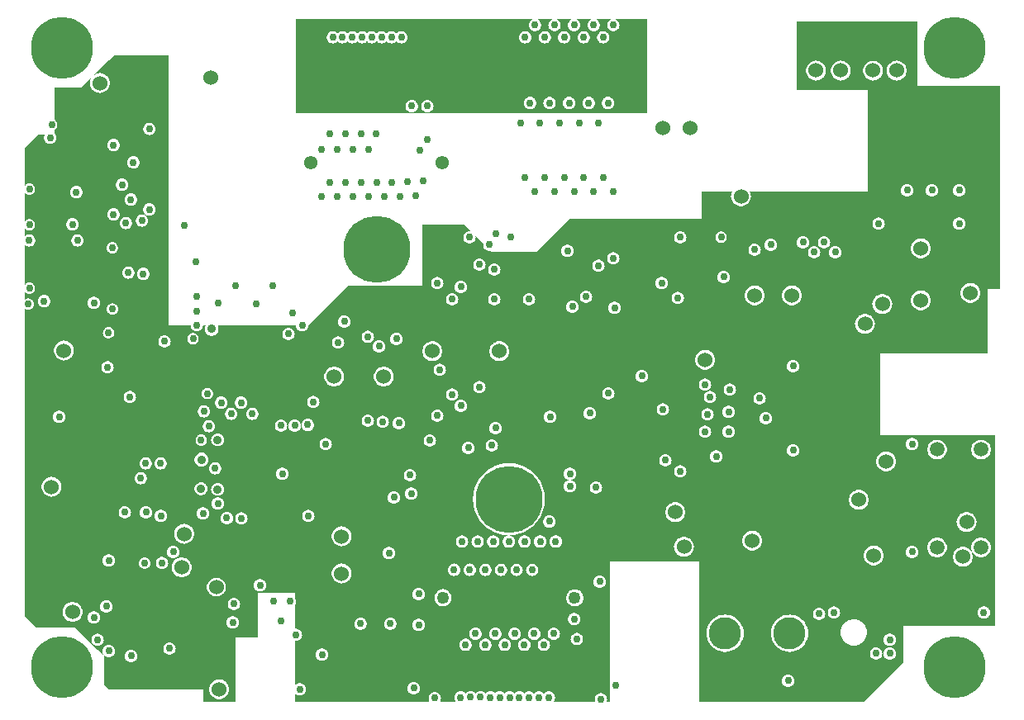
<source format=gbr>
G04 start of page 7 for group 5 idx 0 *
G04 Title: (unknown), New Layer *
G04 Creator: pcb 20110918 *
G04 CreationDate: Fri Feb 21 23:26:38 2014 UTC *
G04 For: fosse *
G04 Format: Gerber/RS-274X *
G04 PCB-Dimensions: 550000 350000 *
G04 PCB-Coordinate-Origin: lower left *
%MOIN*%
%FSLAX25Y25*%
%LNGROUP5*%
%ADD152C,0.0433*%
%ADD151C,0.0945*%
%ADD150C,0.1090*%
%ADD149C,0.1150*%
%ADD148C,0.0354*%
%ADD147C,0.1160*%
%ADD146C,0.0200*%
%ADD145C,0.0350*%
%ADD144C,0.0150*%
%ADD143C,0.0360*%
%ADD142C,0.0600*%
%ADD141C,0.0300*%
%ADD140C,0.0591*%
%ADD139C,0.2500*%
%ADD138C,0.0494*%
%ADD137C,0.1300*%
%ADD136C,0.0544*%
%ADD135C,0.2700*%
%ADD134C,0.0001*%
G54D134*G36*
X279896Y296349D02*X279971Y296226D01*
X280227Y295927D01*
X280526Y295671D01*
X280862Y295466D01*
X281225Y295315D01*
X281608Y295223D01*
X282000Y295192D01*
X282392Y295223D01*
X282775Y295315D01*
X283138Y295466D01*
X283474Y295671D01*
X283773Y295927D01*
X284029Y296226D01*
X284234Y296562D01*
X284385Y296925D01*
X284477Y297308D01*
X284500Y297700D01*
X284477Y298092D01*
X284385Y298475D01*
X284234Y298838D01*
X284029Y299174D01*
X283773Y299473D01*
X283474Y299729D01*
X283138Y299934D01*
X282980Y300000D01*
X295500D01*
Y262000D01*
X279896D01*
Y263693D01*
X279900Y263692D01*
X280292Y263723D01*
X280675Y263815D01*
X281038Y263966D01*
X281374Y264171D01*
X281673Y264427D01*
X281929Y264726D01*
X282134Y265062D01*
X282285Y265425D01*
X282377Y265808D01*
X282400Y266200D01*
X282377Y266592D01*
X282285Y266975D01*
X282134Y267338D01*
X281929Y267674D01*
X281673Y267973D01*
X281374Y268229D01*
X281038Y268434D01*
X280675Y268585D01*
X280292Y268677D01*
X279900Y268708D01*
X279896Y268707D01*
Y291155D01*
X279983Y291256D01*
X280188Y291592D01*
X280339Y291955D01*
X280431Y292338D01*
X280454Y292730D01*
X280431Y293122D01*
X280339Y293505D01*
X280188Y293868D01*
X279983Y294204D01*
X279896Y294305D01*
Y296349D01*
G37*
G36*
Y300000D02*X281020D01*
X280862Y299934D01*
X280526Y299729D01*
X280227Y299473D01*
X279971Y299174D01*
X279896Y299051D01*
Y300000D01*
G37*
G36*
X272096Y296197D02*X272327Y295927D01*
X272626Y295671D01*
X272962Y295466D01*
X273325Y295315D01*
X273708Y295223D01*
X274100Y295192D01*
X274492Y295223D01*
X274875Y295315D01*
X275238Y295466D01*
X275574Y295671D01*
X275873Y295927D01*
X276129Y296226D01*
X276334Y296562D01*
X276485Y296925D01*
X276577Y297308D01*
X276600Y297700D01*
X276577Y298092D01*
X276485Y298475D01*
X276334Y298838D01*
X276129Y299174D01*
X275873Y299473D01*
X275574Y299729D01*
X275238Y299934D01*
X275080Y300000D01*
X279896D01*
Y299051D01*
X279766Y298838D01*
X279615Y298475D01*
X279523Y298092D01*
X279492Y297700D01*
X279523Y297308D01*
X279615Y296925D01*
X279766Y296562D01*
X279896Y296349D01*
Y294305D01*
X279727Y294503D01*
X279428Y294759D01*
X279092Y294964D01*
X278729Y295115D01*
X278346Y295207D01*
X277954Y295238D01*
X277562Y295207D01*
X277179Y295115D01*
X276816Y294964D01*
X276480Y294759D01*
X276181Y294503D01*
X275925Y294204D01*
X275720Y293868D01*
X275569Y293505D01*
X275477Y293122D01*
X275446Y292730D01*
X275477Y292338D01*
X275569Y291955D01*
X275720Y291592D01*
X275925Y291256D01*
X276181Y290957D01*
X276480Y290701D01*
X276816Y290496D01*
X277179Y290345D01*
X277562Y290253D01*
X277954Y290222D01*
X278346Y290253D01*
X278729Y290345D01*
X279092Y290496D01*
X279428Y290701D01*
X279727Y290957D01*
X279896Y291155D01*
Y268707D01*
X279508Y268677D01*
X279125Y268585D01*
X278762Y268434D01*
X278426Y268229D01*
X278127Y267973D01*
X277871Y267674D01*
X277666Y267338D01*
X277515Y266975D01*
X277423Y266592D01*
X277392Y266200D01*
X277423Y265808D01*
X277515Y265425D01*
X277666Y265062D01*
X277871Y264726D01*
X278127Y264427D01*
X278426Y264171D01*
X278762Y263966D01*
X279125Y263815D01*
X279508Y263723D01*
X279896Y263693D01*
Y262000D01*
X272096D01*
Y263693D01*
X272100Y263692D01*
X272492Y263723D01*
X272875Y263815D01*
X273238Y263966D01*
X273574Y264171D01*
X273873Y264427D01*
X274129Y264726D01*
X274334Y265062D01*
X274485Y265425D01*
X274577Y265808D01*
X274600Y266200D01*
X274577Y266592D01*
X274485Y266975D01*
X274334Y267338D01*
X274129Y267674D01*
X273873Y267973D01*
X273574Y268229D01*
X273238Y268434D01*
X272875Y268585D01*
X272492Y268677D01*
X272100Y268708D01*
X272096Y268707D01*
Y291241D01*
X272109Y291256D01*
X272314Y291592D01*
X272465Y291955D01*
X272557Y292338D01*
X272580Y292730D01*
X272557Y293122D01*
X272465Y293505D01*
X272314Y293868D01*
X272109Y294204D01*
X272096Y294219D01*
Y296197D01*
G37*
G36*
Y300000D02*X273120D01*
X272962Y299934D01*
X272626Y299729D01*
X272327Y299473D01*
X272096Y299203D01*
Y300000D01*
G37*
G36*
X264196Y296197D02*X264427Y295927D01*
X264726Y295671D01*
X265062Y295466D01*
X265425Y295315D01*
X265808Y295223D01*
X266200Y295192D01*
X266592Y295223D01*
X266975Y295315D01*
X267338Y295466D01*
X267674Y295671D01*
X267973Y295927D01*
X268229Y296226D01*
X268434Y296562D01*
X268585Y296925D01*
X268677Y297308D01*
X268700Y297700D01*
X268677Y298092D01*
X268585Y298475D01*
X268434Y298838D01*
X268229Y299174D01*
X267973Y299473D01*
X267674Y299729D01*
X267338Y299934D01*
X267180Y300000D01*
X272096D01*
Y299203D01*
X272071Y299174D01*
X271866Y298838D01*
X271715Y298475D01*
X271623Y298092D01*
X271592Y297700D01*
X271623Y297308D01*
X271715Y296925D01*
X271866Y296562D01*
X272071Y296226D01*
X272096Y296197D01*
Y294219D01*
X271853Y294503D01*
X271554Y294759D01*
X271218Y294964D01*
X270855Y295115D01*
X270472Y295207D01*
X270080Y295238D01*
X269688Y295207D01*
X269305Y295115D01*
X268942Y294964D01*
X268606Y294759D01*
X268307Y294503D01*
X268051Y294204D01*
X267846Y293868D01*
X267695Y293505D01*
X267603Y293122D01*
X267572Y292730D01*
X267603Y292338D01*
X267695Y291955D01*
X267846Y291592D01*
X268051Y291256D01*
X268307Y290957D01*
X268606Y290701D01*
X268942Y290496D01*
X269305Y290345D01*
X269688Y290253D01*
X270080Y290222D01*
X270472Y290253D01*
X270855Y290345D01*
X271218Y290496D01*
X271554Y290701D01*
X271853Y290957D01*
X272096Y291241D01*
Y268707D01*
X271708Y268677D01*
X271325Y268585D01*
X270962Y268434D01*
X270626Y268229D01*
X270327Y267973D01*
X270071Y267674D01*
X269866Y267338D01*
X269715Y266975D01*
X269623Y266592D01*
X269592Y266200D01*
X269623Y265808D01*
X269715Y265425D01*
X269866Y265062D01*
X270071Y264726D01*
X270327Y264427D01*
X270626Y264171D01*
X270962Y263966D01*
X271325Y263815D01*
X271708Y263723D01*
X272096Y263693D01*
Y262000D01*
X264196D01*
Y263693D01*
X264200Y263692D01*
X264592Y263723D01*
X264975Y263815D01*
X265338Y263966D01*
X265674Y264171D01*
X265973Y264427D01*
X266229Y264726D01*
X266434Y265062D01*
X266585Y265425D01*
X266677Y265808D01*
X266700Y266200D01*
X266677Y266592D01*
X266585Y266975D01*
X266434Y267338D01*
X266229Y267674D01*
X265973Y267973D01*
X265674Y268229D01*
X265338Y268434D01*
X264975Y268585D01*
X264592Y268677D01*
X264200Y268708D01*
X264196Y268707D01*
Y291241D01*
X264209Y291256D01*
X264414Y291592D01*
X264565Y291955D01*
X264657Y292338D01*
X264680Y292730D01*
X264657Y293122D01*
X264565Y293505D01*
X264414Y293868D01*
X264209Y294204D01*
X264196Y294219D01*
Y296197D01*
G37*
G36*
Y300000D02*X265220D01*
X265062Y299934D01*
X264726Y299729D01*
X264427Y299473D01*
X264196Y299203D01*
Y300000D01*
G37*
G36*
X256296Y296197D02*X256527Y295927D01*
X256826Y295671D01*
X257162Y295466D01*
X257525Y295315D01*
X257908Y295223D01*
X258300Y295192D01*
X258692Y295223D01*
X259075Y295315D01*
X259438Y295466D01*
X259774Y295671D01*
X260073Y295927D01*
X260329Y296226D01*
X260534Y296562D01*
X260685Y296925D01*
X260777Y297308D01*
X260800Y297700D01*
X260777Y298092D01*
X260685Y298475D01*
X260534Y298838D01*
X260329Y299174D01*
X260073Y299473D01*
X259774Y299729D01*
X259438Y299934D01*
X259280Y300000D01*
X264196D01*
Y299203D01*
X264171Y299174D01*
X263966Y298838D01*
X263815Y298475D01*
X263723Y298092D01*
X263692Y297700D01*
X263723Y297308D01*
X263815Y296925D01*
X263966Y296562D01*
X264171Y296226D01*
X264196Y296197D01*
Y294219D01*
X263953Y294503D01*
X263654Y294759D01*
X263318Y294964D01*
X262955Y295115D01*
X262572Y295207D01*
X262180Y295238D01*
X261788Y295207D01*
X261405Y295115D01*
X261042Y294964D01*
X260706Y294759D01*
X260407Y294503D01*
X260151Y294204D01*
X259946Y293868D01*
X259795Y293505D01*
X259703Y293122D01*
X259672Y292730D01*
X259703Y292338D01*
X259795Y291955D01*
X259946Y291592D01*
X260151Y291256D01*
X260407Y290957D01*
X260706Y290701D01*
X261042Y290496D01*
X261405Y290345D01*
X261788Y290253D01*
X262180Y290222D01*
X262572Y290253D01*
X262955Y290345D01*
X263318Y290496D01*
X263654Y290701D01*
X263953Y290957D01*
X264196Y291241D01*
Y268707D01*
X263808Y268677D01*
X263425Y268585D01*
X263062Y268434D01*
X262726Y268229D01*
X262427Y267973D01*
X262171Y267674D01*
X261966Y267338D01*
X261815Y266975D01*
X261723Y266592D01*
X261692Y266200D01*
X261723Y265808D01*
X261815Y265425D01*
X261966Y265062D01*
X262171Y264726D01*
X262427Y264427D01*
X262726Y264171D01*
X263062Y263966D01*
X263425Y263815D01*
X263808Y263723D01*
X264196Y263693D01*
Y262000D01*
X256296D01*
Y263693D01*
X256300Y263692D01*
X256692Y263723D01*
X257075Y263815D01*
X257438Y263966D01*
X257774Y264171D01*
X258073Y264427D01*
X258329Y264726D01*
X258534Y265062D01*
X258685Y265425D01*
X258777Y265808D01*
X258800Y266200D01*
X258777Y266592D01*
X258685Y266975D01*
X258534Y267338D01*
X258329Y267674D01*
X258073Y267973D01*
X257774Y268229D01*
X257438Y268434D01*
X257075Y268585D01*
X256692Y268677D01*
X256300Y268708D01*
X256296Y268707D01*
Y291124D01*
X256409Y291256D01*
X256614Y291592D01*
X256765Y291955D01*
X256857Y292338D01*
X256880Y292730D01*
X256857Y293122D01*
X256765Y293505D01*
X256614Y293868D01*
X256409Y294204D01*
X256296Y294336D01*
Y296197D01*
G37*
G36*
Y300000D02*X257320D01*
X257162Y299934D01*
X256826Y299729D01*
X256527Y299473D01*
X256296Y299203D01*
Y300000D01*
G37*
G36*
X246476D02*X249420D01*
X249262Y299934D01*
X248926Y299729D01*
X248627Y299473D01*
X248371Y299174D01*
X248166Y298838D01*
X248015Y298475D01*
X247923Y298092D01*
X247892Y297700D01*
X247923Y297308D01*
X248015Y296925D01*
X248166Y296562D01*
X248371Y296226D01*
X248627Y295927D01*
X248926Y295671D01*
X249262Y295466D01*
X249625Y295315D01*
X250008Y295223D01*
X250400Y295192D01*
X250792Y295223D01*
X251175Y295315D01*
X251538Y295466D01*
X251874Y295671D01*
X252173Y295927D01*
X252429Y296226D01*
X252634Y296562D01*
X252785Y296925D01*
X252877Y297308D01*
X252900Y297700D01*
X252877Y298092D01*
X252785Y298475D01*
X252634Y298838D01*
X252429Y299174D01*
X252173Y299473D01*
X251874Y299729D01*
X251538Y299934D01*
X251380Y300000D01*
X256296D01*
Y299203D01*
X256271Y299174D01*
X256066Y298838D01*
X255915Y298475D01*
X255823Y298092D01*
X255792Y297700D01*
X255823Y297308D01*
X255915Y296925D01*
X256066Y296562D01*
X256271Y296226D01*
X256296Y296197D01*
Y294336D01*
X256153Y294503D01*
X255854Y294759D01*
X255518Y294964D01*
X255155Y295115D01*
X254772Y295207D01*
X254380Y295238D01*
X253988Y295207D01*
X253605Y295115D01*
X253242Y294964D01*
X252906Y294759D01*
X252607Y294503D01*
X252351Y294204D01*
X252146Y293868D01*
X251995Y293505D01*
X251903Y293122D01*
X251872Y292730D01*
X251903Y292338D01*
X251995Y291955D01*
X252146Y291592D01*
X252351Y291256D01*
X252607Y290957D01*
X252906Y290701D01*
X253242Y290496D01*
X253605Y290345D01*
X253988Y290253D01*
X254380Y290222D01*
X254772Y290253D01*
X255155Y290345D01*
X255518Y290496D01*
X255854Y290701D01*
X256153Y290957D01*
X256296Y291124D01*
Y268707D01*
X255908Y268677D01*
X255525Y268585D01*
X255162Y268434D01*
X254826Y268229D01*
X254527Y267973D01*
X254271Y267674D01*
X254066Y267338D01*
X253915Y266975D01*
X253823Y266592D01*
X253792Y266200D01*
X253823Y265808D01*
X253915Y265425D01*
X254066Y265062D01*
X254271Y264726D01*
X254527Y264427D01*
X254826Y264171D01*
X255162Y263966D01*
X255525Y263815D01*
X255908Y263723D01*
X256296Y263693D01*
Y262000D01*
X246476D01*
Y264603D01*
X246627Y264427D01*
X246926Y264171D01*
X247262Y263966D01*
X247625Y263815D01*
X248008Y263723D01*
X248400Y263692D01*
X248792Y263723D01*
X249175Y263815D01*
X249538Y263966D01*
X249874Y264171D01*
X250173Y264427D01*
X250429Y264726D01*
X250634Y265062D01*
X250785Y265425D01*
X250877Y265808D01*
X250900Y266200D01*
X250877Y266592D01*
X250785Y266975D01*
X250634Y267338D01*
X250429Y267674D01*
X250173Y267973D01*
X249874Y268229D01*
X249538Y268434D01*
X249175Y268585D01*
X248792Y268677D01*
X248400Y268708D01*
X248008Y268677D01*
X247625Y268585D01*
X247262Y268434D01*
X246926Y268229D01*
X246627Y267973D01*
X246476Y267797D01*
Y290223D01*
X246480Y290222D01*
X246872Y290253D01*
X247255Y290345D01*
X247618Y290496D01*
X247954Y290701D01*
X248253Y290957D01*
X248509Y291256D01*
X248714Y291592D01*
X248865Y291955D01*
X248957Y292338D01*
X248980Y292730D01*
X248957Y293122D01*
X248865Y293505D01*
X248714Y293868D01*
X248509Y294204D01*
X248253Y294503D01*
X247954Y294759D01*
X247618Y294964D01*
X247255Y295115D01*
X246872Y295207D01*
X246480Y295238D01*
X246476Y295237D01*
Y300000D01*
G37*
G36*
X207006D02*X246476D01*
Y295237D01*
X246088Y295207D01*
X245705Y295115D01*
X245342Y294964D01*
X245006Y294759D01*
X244707Y294503D01*
X244451Y294204D01*
X244246Y293868D01*
X244095Y293505D01*
X244003Y293122D01*
X243972Y292730D01*
X244003Y292338D01*
X244095Y291955D01*
X244246Y291592D01*
X244451Y291256D01*
X244707Y290957D01*
X245006Y290701D01*
X245342Y290496D01*
X245705Y290345D01*
X246088Y290253D01*
X246476Y290223D01*
Y267797D01*
X246371Y267674D01*
X246166Y267338D01*
X246015Y266975D01*
X245923Y266592D01*
X245892Y266200D01*
X245923Y265808D01*
X246015Y265425D01*
X246166Y265062D01*
X246371Y264726D01*
X246476Y264603D01*
Y262000D01*
X207006D01*
Y262433D01*
X207010Y262432D01*
X207402Y262463D01*
X207785Y262555D01*
X208148Y262706D01*
X208484Y262911D01*
X208783Y263167D01*
X209039Y263466D01*
X209244Y263802D01*
X209395Y264165D01*
X209487Y264548D01*
X209510Y264940D01*
X209487Y265332D01*
X209395Y265715D01*
X209244Y266078D01*
X209039Y266414D01*
X208783Y266713D01*
X208484Y266969D01*
X208148Y267174D01*
X207785Y267325D01*
X207402Y267417D01*
X207010Y267448D01*
X207006Y267447D01*
Y300000D01*
G37*
G36*
X200706D02*X207006D01*
Y267447D01*
X206618Y267417D01*
X206235Y267325D01*
X205872Y267174D01*
X205536Y266969D01*
X205237Y266713D01*
X204981Y266414D01*
X204776Y266078D01*
X204625Y265715D01*
X204533Y265332D01*
X204502Y264940D01*
X204533Y264548D01*
X204625Y264165D01*
X204776Y263802D01*
X204981Y263466D01*
X205237Y263167D01*
X205536Y262911D01*
X205872Y262706D01*
X206235Y262555D01*
X206618Y262463D01*
X207006Y262433D01*
Y262000D01*
X200706D01*
Y262433D01*
X200710Y262432D01*
X201102Y262463D01*
X201485Y262555D01*
X201848Y262706D01*
X202184Y262911D01*
X202483Y263167D01*
X202739Y263466D01*
X202944Y263802D01*
X203095Y264165D01*
X203187Y264548D01*
X203210Y264940D01*
X203187Y265332D01*
X203095Y265715D01*
X202944Y266078D01*
X202739Y266414D01*
X202483Y266713D01*
X202184Y266969D01*
X201848Y267174D01*
X201485Y267325D01*
X201102Y267417D01*
X200710Y267448D01*
X200706Y267447D01*
Y300000D01*
G37*
G36*
X182706D02*X200706D01*
Y267447D01*
X200318Y267417D01*
X199935Y267325D01*
X199572Y267174D01*
X199236Y266969D01*
X198937Y266713D01*
X198681Y266414D01*
X198476Y266078D01*
X198325Y265715D01*
X198233Y265332D01*
X198202Y264940D01*
X198233Y264548D01*
X198325Y264165D01*
X198476Y263802D01*
X198681Y263466D01*
X198937Y263167D01*
X199236Y262911D01*
X199572Y262706D01*
X199935Y262555D01*
X200318Y262463D01*
X200706Y262433D01*
Y262000D01*
X182706D01*
Y291120D01*
X182837Y290967D01*
X183136Y290711D01*
X183472Y290506D01*
X183835Y290355D01*
X184218Y290263D01*
X184610Y290232D01*
X185002Y290263D01*
X185385Y290355D01*
X185748Y290506D01*
X186084Y290711D01*
X186383Y290967D01*
X186610Y291232D01*
X186837Y290967D01*
X187136Y290711D01*
X187472Y290506D01*
X187835Y290355D01*
X188218Y290263D01*
X188610Y290232D01*
X189002Y290263D01*
X189385Y290355D01*
X189748Y290506D01*
X190084Y290711D01*
X190383Y290967D01*
X190560Y291174D01*
X190737Y290967D01*
X191036Y290711D01*
X191372Y290506D01*
X191735Y290355D01*
X192118Y290263D01*
X192510Y290232D01*
X192902Y290263D01*
X193285Y290355D01*
X193648Y290506D01*
X193984Y290711D01*
X194283Y290967D01*
X194510Y291232D01*
X194737Y290967D01*
X195036Y290711D01*
X195372Y290506D01*
X195735Y290355D01*
X196118Y290263D01*
X196510Y290232D01*
X196902Y290263D01*
X197285Y290355D01*
X197648Y290506D01*
X197984Y290711D01*
X198283Y290967D01*
X198539Y291266D01*
X198744Y291602D01*
X198895Y291965D01*
X198987Y292348D01*
X199010Y292740D01*
X198987Y293132D01*
X198895Y293515D01*
X198744Y293878D01*
X198539Y294214D01*
X198283Y294513D01*
X197984Y294769D01*
X197648Y294974D01*
X197285Y295125D01*
X196902Y295217D01*
X196510Y295248D01*
X196118Y295217D01*
X195735Y295125D01*
X195372Y294974D01*
X195036Y294769D01*
X194737Y294513D01*
X194510Y294248D01*
X194283Y294513D01*
X193984Y294769D01*
X193648Y294974D01*
X193285Y295125D01*
X192902Y295217D01*
X192510Y295248D01*
X192118Y295217D01*
X191735Y295125D01*
X191372Y294974D01*
X191036Y294769D01*
X190737Y294513D01*
X190560Y294306D01*
X190383Y294513D01*
X190084Y294769D01*
X189748Y294974D01*
X189385Y295125D01*
X189002Y295217D01*
X188610Y295248D01*
X188218Y295217D01*
X187835Y295125D01*
X187472Y294974D01*
X187136Y294769D01*
X186837Y294513D01*
X186610Y294248D01*
X186383Y294513D01*
X186084Y294769D01*
X185748Y294974D01*
X185385Y295125D01*
X185002Y295217D01*
X184610Y295248D01*
X184218Y295217D01*
X183835Y295125D01*
X183472Y294974D01*
X183136Y294769D01*
X182837Y294513D01*
X182706Y294360D01*
Y300000D01*
G37*
G36*
X154000D02*X182706D01*
Y294360D01*
X182660Y294306D01*
X182483Y294513D01*
X182184Y294769D01*
X181848Y294974D01*
X181485Y295125D01*
X181102Y295217D01*
X180710Y295248D01*
X180318Y295217D01*
X179935Y295125D01*
X179572Y294974D01*
X179236Y294769D01*
X178937Y294513D01*
X178760Y294306D01*
X178583Y294513D01*
X178284Y294769D01*
X177948Y294974D01*
X177585Y295125D01*
X177202Y295217D01*
X176810Y295248D01*
X176418Y295217D01*
X176035Y295125D01*
X175672Y294974D01*
X175336Y294769D01*
X175037Y294513D01*
X174810Y294248D01*
X174583Y294513D01*
X174284Y294769D01*
X173948Y294974D01*
X173585Y295125D01*
X173202Y295217D01*
X172810Y295248D01*
X172418Y295217D01*
X172035Y295125D01*
X171672Y294974D01*
X171336Y294769D01*
X171037Y294513D01*
X170860Y294306D01*
X170683Y294513D01*
X170384Y294769D01*
X170048Y294974D01*
X169685Y295125D01*
X169302Y295217D01*
X168910Y295248D01*
X168518Y295217D01*
X168135Y295125D01*
X167772Y294974D01*
X167436Y294769D01*
X167137Y294513D01*
X166881Y294214D01*
X166676Y293878D01*
X166525Y293515D01*
X166433Y293132D01*
X166402Y292740D01*
X166433Y292348D01*
X166525Y291965D01*
X166676Y291602D01*
X166881Y291266D01*
X167137Y290967D01*
X167436Y290711D01*
X167772Y290506D01*
X168135Y290355D01*
X168518Y290263D01*
X168910Y290232D01*
X169302Y290263D01*
X169685Y290355D01*
X170048Y290506D01*
X170384Y290711D01*
X170683Y290967D01*
X170860Y291174D01*
X171037Y290967D01*
X171336Y290711D01*
X171672Y290506D01*
X172035Y290355D01*
X172418Y290263D01*
X172810Y290232D01*
X173202Y290263D01*
X173585Y290355D01*
X173948Y290506D01*
X174284Y290711D01*
X174583Y290967D01*
X174810Y291232D01*
X175037Y290967D01*
X175336Y290711D01*
X175672Y290506D01*
X176035Y290355D01*
X176418Y290263D01*
X176810Y290232D01*
X177202Y290263D01*
X177585Y290355D01*
X177948Y290506D01*
X178284Y290711D01*
X178583Y290967D01*
X178760Y291174D01*
X178937Y290967D01*
X179236Y290711D01*
X179572Y290506D01*
X179935Y290355D01*
X180318Y290263D01*
X180710Y290232D01*
X181102Y290263D01*
X181485Y290355D01*
X181848Y290506D01*
X182184Y290711D01*
X182483Y290967D01*
X182660Y291174D01*
X182706Y291120D01*
Y262000D01*
X154000D01*
Y300000D01*
G37*
G36*
X431453Y132000D02*X436000D01*
Y55000D01*
X431453D01*
Y57993D01*
X431457Y57992D01*
X431849Y58023D01*
X432232Y58115D01*
X432595Y58266D01*
X432931Y58471D01*
X433230Y58727D01*
X433486Y59026D01*
X433691Y59362D01*
X433842Y59725D01*
X433934Y60108D01*
X433957Y60500D01*
X433934Y60892D01*
X433842Y61275D01*
X433691Y61638D01*
X433486Y61974D01*
X433230Y62273D01*
X432931Y62529D01*
X432595Y62734D01*
X432232Y62885D01*
X431849Y62977D01*
X431457Y63008D01*
X431453Y63007D01*
Y82949D01*
X431552Y82973D01*
X432127Y83211D01*
X432658Y83536D01*
X433131Y83940D01*
X433535Y84413D01*
X433860Y84944D01*
X434098Y85519D01*
X434243Y86124D01*
X434280Y86744D01*
X434243Y87364D01*
X434098Y87969D01*
X433860Y88544D01*
X433535Y89075D01*
X433131Y89548D01*
X432658Y89952D01*
X432127Y90277D01*
X431552Y90515D01*
X431453Y90539D01*
Y122461D01*
X431552Y122485D01*
X432127Y122723D01*
X432658Y123048D01*
X433131Y123452D01*
X433535Y123925D01*
X433860Y124456D01*
X434098Y125031D01*
X434243Y125636D01*
X434280Y126256D01*
X434243Y126876D01*
X434098Y127481D01*
X433860Y128056D01*
X433535Y128587D01*
X433131Y129060D01*
X432658Y129464D01*
X432127Y129789D01*
X431552Y130027D01*
X431453Y130051D01*
Y132000D01*
G37*
G36*
X424494D02*X431453D01*
Y130051D01*
X430947Y130172D01*
X430327Y130221D01*
X429707Y130172D01*
X429102Y130027D01*
X428527Y129789D01*
X427996Y129464D01*
X427523Y129060D01*
X427119Y128587D01*
X426794Y128056D01*
X426556Y127481D01*
X426411Y126876D01*
X426362Y126256D01*
X426411Y125636D01*
X426556Y125031D01*
X426794Y124456D01*
X427119Y123925D01*
X427523Y123452D01*
X427996Y123048D01*
X428527Y122723D01*
X429102Y122485D01*
X429707Y122340D01*
X430327Y122291D01*
X430947Y122340D01*
X431453Y122461D01*
Y90539D01*
X430947Y90660D01*
X430327Y90709D01*
X429707Y90660D01*
X429102Y90515D01*
X428527Y90277D01*
X427996Y89952D01*
X427523Y89548D01*
X427119Y89075D01*
X426794Y88544D01*
X426556Y87969D01*
X426411Y87364D01*
X426362Y86744D01*
X426411Y86124D01*
X426556Y85519D01*
X426794Y84944D01*
X427119Y84413D01*
X427523Y83940D01*
X427996Y83536D01*
X428527Y83211D01*
X429102Y82973D01*
X429707Y82828D01*
X430327Y82779D01*
X430947Y82828D01*
X431453Y82949D01*
Y63007D01*
X431065Y62977D01*
X430682Y62885D01*
X430319Y62734D01*
X429983Y62529D01*
X429684Y62273D01*
X429428Y61974D01*
X429223Y61638D01*
X429072Y61275D01*
X428980Y60892D01*
X428949Y60500D01*
X428980Y60108D01*
X429072Y59725D01*
X429223Y59362D01*
X429428Y59026D01*
X429684Y58727D01*
X429983Y58471D01*
X430319Y58266D01*
X430682Y58115D01*
X431065Y58023D01*
X431453Y57993D01*
Y55000D01*
X424494D01*
Y79289D01*
X424822Y79425D01*
X425358Y79754D01*
X425837Y80163D01*
X426246Y80642D01*
X426575Y81178D01*
X426816Y81760D01*
X426963Y82372D01*
X427000Y83000D01*
X426963Y83628D01*
X426816Y84240D01*
X426575Y84822D01*
X426246Y85358D01*
X425837Y85837D01*
X425358Y86246D01*
X424822Y86575D01*
X424494Y86711D01*
Y92988D01*
X424500Y92988D01*
X425128Y93037D01*
X425740Y93184D01*
X426322Y93425D01*
X426858Y93754D01*
X427337Y94163D01*
X427746Y94642D01*
X428075Y95178D01*
X428316Y95760D01*
X428463Y96372D01*
X428500Y97000D01*
X428463Y97628D01*
X428316Y98240D01*
X428075Y98822D01*
X427746Y99358D01*
X427337Y99837D01*
X426858Y100246D01*
X426322Y100575D01*
X425740Y100816D01*
X425128Y100963D01*
X424500Y101012D01*
X424494Y101012D01*
Y132000D01*
G37*
G36*
X412604D02*X424494D01*
Y101012D01*
X423872Y100963D01*
X423260Y100816D01*
X422678Y100575D01*
X422142Y100246D01*
X421663Y99837D01*
X421254Y99358D01*
X420925Y98822D01*
X420684Y98240D01*
X420537Y97628D01*
X420488Y97000D01*
X420537Y96372D01*
X420684Y95760D01*
X420925Y95178D01*
X421254Y94642D01*
X421663Y94163D01*
X422142Y93754D01*
X422678Y93425D01*
X423260Y93184D01*
X423872Y93037D01*
X424494Y92988D01*
Y86711D01*
X424240Y86816D01*
X423628Y86963D01*
X423000Y87012D01*
X422372Y86963D01*
X421760Y86816D01*
X421178Y86575D01*
X420642Y86246D01*
X420163Y85837D01*
X419754Y85358D01*
X419425Y84822D01*
X419184Y84240D01*
X419037Y83628D01*
X418988Y83000D01*
X419037Y82372D01*
X419184Y81760D01*
X419425Y81178D01*
X419754Y80642D01*
X420163Y80163D01*
X420642Y79754D01*
X421178Y79425D01*
X421760Y79184D01*
X422372Y79037D01*
X423000Y78988D01*
X423628Y79037D01*
X424240Y79184D01*
X424494Y79289D01*
Y55000D01*
X412604D01*
Y82779D01*
X412610Y82779D01*
X413230Y82828D01*
X413835Y82973D01*
X414410Y83211D01*
X414941Y83536D01*
X415414Y83940D01*
X415818Y84413D01*
X416143Y84944D01*
X416381Y85519D01*
X416526Y86124D01*
X416563Y86744D01*
X416526Y87364D01*
X416381Y87969D01*
X416143Y88544D01*
X415818Y89075D01*
X415414Y89548D01*
X414941Y89952D01*
X414410Y90277D01*
X413835Y90515D01*
X413230Y90660D01*
X412610Y90709D01*
X412604Y90709D01*
Y122291D01*
X412610Y122291D01*
X413230Y122340D01*
X413835Y122485D01*
X414410Y122723D01*
X414941Y123048D01*
X415414Y123452D01*
X415818Y123925D01*
X416143Y124456D01*
X416381Y125031D01*
X416526Y125636D01*
X416563Y126256D01*
X416526Y126876D01*
X416381Y127481D01*
X416143Y128056D01*
X415818Y128587D01*
X415414Y129060D01*
X414941Y129464D01*
X414410Y129789D01*
X413835Y130027D01*
X413230Y130172D01*
X412610Y130221D01*
X412604Y130221D01*
Y132000D01*
G37*
G36*
X402496D02*X412604D01*
Y130221D01*
X411990Y130172D01*
X411385Y130027D01*
X410810Y129789D01*
X410279Y129464D01*
X409806Y129060D01*
X409402Y128587D01*
X409077Y128056D01*
X408839Y127481D01*
X408694Y126876D01*
X408645Y126256D01*
X408694Y125636D01*
X408839Y125031D01*
X409077Y124456D01*
X409402Y123925D01*
X409806Y123452D01*
X410279Y123048D01*
X410810Y122723D01*
X411385Y122485D01*
X411990Y122340D01*
X412604Y122291D01*
Y90709D01*
X411990Y90660D01*
X411385Y90515D01*
X410810Y90277D01*
X410279Y89952D01*
X409806Y89548D01*
X409402Y89075D01*
X409077Y88544D01*
X408839Y87969D01*
X408694Y87364D01*
X408645Y86744D01*
X408694Y86124D01*
X408839Y85519D01*
X409077Y84944D01*
X409402Y84413D01*
X409806Y83940D01*
X410279Y83536D01*
X410810Y83211D01*
X411385Y82973D01*
X411990Y82828D01*
X412604Y82779D01*
Y55000D01*
X402496D01*
Y82493D01*
X402500Y82492D01*
X402892Y82523D01*
X403275Y82615D01*
X403638Y82766D01*
X403974Y82971D01*
X404273Y83227D01*
X404529Y83526D01*
X404734Y83862D01*
X404885Y84225D01*
X404977Y84608D01*
X405000Y85000D01*
X404977Y85392D01*
X404885Y85775D01*
X404734Y86138D01*
X404529Y86474D01*
X404273Y86773D01*
X403974Y87029D01*
X403638Y87234D01*
X403275Y87385D01*
X402892Y87477D01*
X402500Y87508D01*
X402496Y87507D01*
Y125993D01*
X402500Y125992D01*
X402892Y126023D01*
X403275Y126115D01*
X403638Y126266D01*
X403974Y126471D01*
X404273Y126727D01*
X404529Y127026D01*
X404734Y127362D01*
X404885Y127725D01*
X404977Y128108D01*
X405000Y128500D01*
X404977Y128892D01*
X404885Y129275D01*
X404734Y129638D01*
X404529Y129974D01*
X404273Y130273D01*
X403974Y130529D01*
X403638Y130734D01*
X403275Y130885D01*
X402892Y130977D01*
X402500Y131008D01*
X402496Y131007D01*
Y132000D01*
G37*
G36*
X425994Y273000D02*X438000D01*
Y191000D01*
X433000D01*
Y165000D01*
X425994D01*
Y185488D01*
X426000Y185488D01*
X426628Y185537D01*
X427240Y185684D01*
X427822Y185925D01*
X428358Y186254D01*
X428837Y186663D01*
X429246Y187142D01*
X429575Y187678D01*
X429816Y188260D01*
X429963Y188872D01*
X430000Y189500D01*
X429963Y190128D01*
X429816Y190740D01*
X429575Y191322D01*
X429246Y191858D01*
X428837Y192337D01*
X428358Y192746D01*
X427822Y193075D01*
X427240Y193316D01*
X426628Y193463D01*
X426000Y193512D01*
X425994Y193512D01*
Y273000D01*
G37*
G36*
X421496D02*X425994D01*
Y193512D01*
X425372Y193463D01*
X424760Y193316D01*
X424178Y193075D01*
X423642Y192746D01*
X423163Y192337D01*
X422754Y191858D01*
X422425Y191322D01*
X422184Y190740D01*
X422037Y190128D01*
X421988Y189500D01*
X422037Y188872D01*
X422184Y188260D01*
X422425Y187678D01*
X422754Y187142D01*
X423163Y186663D01*
X423642Y186254D01*
X424178Y185925D01*
X424760Y185684D01*
X425372Y185537D01*
X425994Y185488D01*
Y165000D01*
X421496D01*
Y214993D01*
X421500Y214992D01*
X421892Y215023D01*
X422275Y215115D01*
X422638Y215266D01*
X422974Y215471D01*
X423273Y215727D01*
X423529Y216026D01*
X423734Y216362D01*
X423885Y216725D01*
X423977Y217108D01*
X424000Y217500D01*
X423977Y217892D01*
X423885Y218275D01*
X423734Y218638D01*
X423529Y218974D01*
X423273Y219273D01*
X422974Y219529D01*
X422638Y219734D01*
X422275Y219885D01*
X421892Y219977D01*
X421500Y220008D01*
X421496Y220007D01*
Y228493D01*
X421500Y228492D01*
X421892Y228523D01*
X422275Y228615D01*
X422638Y228766D01*
X422974Y228971D01*
X423273Y229227D01*
X423529Y229526D01*
X423734Y229862D01*
X423885Y230225D01*
X423977Y230608D01*
X424000Y231000D01*
X423977Y231392D01*
X423885Y231775D01*
X423734Y232138D01*
X423529Y232474D01*
X423273Y232773D01*
X422974Y233029D01*
X422638Y233234D01*
X422275Y233385D01*
X421892Y233477D01*
X421500Y233508D01*
X421496Y233507D01*
Y273000D01*
G37*
G36*
X410496D02*X421496D01*
Y233507D01*
X421108Y233477D01*
X420725Y233385D01*
X420362Y233234D01*
X420026Y233029D01*
X419727Y232773D01*
X419471Y232474D01*
X419266Y232138D01*
X419115Y231775D01*
X419023Y231392D01*
X418992Y231000D01*
X419023Y230608D01*
X419115Y230225D01*
X419266Y229862D01*
X419471Y229526D01*
X419727Y229227D01*
X420026Y228971D01*
X420362Y228766D01*
X420725Y228615D01*
X421108Y228523D01*
X421496Y228493D01*
Y220007D01*
X421108Y219977D01*
X420725Y219885D01*
X420362Y219734D01*
X420026Y219529D01*
X419727Y219273D01*
X419471Y218974D01*
X419266Y218638D01*
X419115Y218275D01*
X419023Y217892D01*
X418992Y217500D01*
X419023Y217108D01*
X419115Y216725D01*
X419266Y216362D01*
X419471Y216026D01*
X419727Y215727D01*
X420026Y215471D01*
X420362Y215266D01*
X420725Y215115D01*
X421108Y215023D01*
X421496Y214993D01*
Y165000D01*
X410496D01*
Y228493D01*
X410500Y228492D01*
X410892Y228523D01*
X411275Y228615D01*
X411638Y228766D01*
X411974Y228971D01*
X412273Y229227D01*
X412529Y229526D01*
X412734Y229862D01*
X412885Y230225D01*
X412977Y230608D01*
X413000Y231000D01*
X412977Y231392D01*
X412885Y231775D01*
X412734Y232138D01*
X412529Y232474D01*
X412273Y232773D01*
X411974Y233029D01*
X411638Y233234D01*
X411275Y233385D01*
X410892Y233477D01*
X410500Y233508D01*
X410496Y233507D01*
Y273000D01*
G37*
G36*
X402496Y299000D02*X404500D01*
Y273000D01*
X410496D01*
Y233507D01*
X410108Y233477D01*
X409725Y233385D01*
X409362Y233234D01*
X409026Y233029D01*
X408727Y232773D01*
X408471Y232474D01*
X408266Y232138D01*
X408115Y231775D01*
X408023Y231392D01*
X407992Y231000D01*
X408023Y230608D01*
X408115Y230225D01*
X408266Y229862D01*
X408471Y229526D01*
X408727Y229227D01*
X409026Y228971D01*
X409362Y228766D01*
X409725Y228615D01*
X410108Y228523D01*
X410496Y228493D01*
Y165000D01*
X402496D01*
Y184562D01*
X402754Y184142D01*
X403163Y183663D01*
X403642Y183254D01*
X404178Y182925D01*
X404760Y182684D01*
X405372Y182537D01*
X406000Y182488D01*
X406628Y182537D01*
X407240Y182684D01*
X407822Y182925D01*
X408358Y183254D01*
X408837Y183663D01*
X409246Y184142D01*
X409575Y184678D01*
X409816Y185260D01*
X409963Y185872D01*
X410000Y186500D01*
X409963Y187128D01*
X409816Y187740D01*
X409575Y188322D01*
X409246Y188858D01*
X408837Y189337D01*
X408358Y189746D01*
X407822Y190075D01*
X407240Y190316D01*
X406628Y190463D01*
X406000Y190512D01*
X405372Y190463D01*
X404760Y190316D01*
X404178Y190075D01*
X403642Y189746D01*
X403163Y189337D01*
X402754Y188858D01*
X402496Y188438D01*
Y205562D01*
X402754Y205142D01*
X403163Y204663D01*
X403642Y204254D01*
X404178Y203925D01*
X404760Y203684D01*
X405372Y203537D01*
X406000Y203488D01*
X406628Y203537D01*
X407240Y203684D01*
X407822Y203925D01*
X408358Y204254D01*
X408837Y204663D01*
X409246Y205142D01*
X409575Y205678D01*
X409816Y206260D01*
X409963Y206872D01*
X410000Y207500D01*
X409963Y208128D01*
X409816Y208740D01*
X409575Y209322D01*
X409246Y209858D01*
X408837Y210337D01*
X408358Y210746D01*
X407822Y211075D01*
X407240Y211316D01*
X406628Y211463D01*
X406000Y211512D01*
X405372Y211463D01*
X404760Y211316D01*
X404178Y211075D01*
X403642Y210746D01*
X403163Y210337D01*
X402754Y209858D01*
X402496Y209438D01*
Y229488D01*
X402529Y229526D01*
X402734Y229862D01*
X402885Y230225D01*
X402977Y230608D01*
X403000Y231000D01*
X402977Y231392D01*
X402885Y231775D01*
X402734Y232138D01*
X402529Y232474D01*
X402496Y232512D01*
Y299000D01*
G37*
G36*
X393496Y132000D02*X402496D01*
Y131007D01*
X402108Y130977D01*
X401725Y130885D01*
X401362Y130734D01*
X401026Y130529D01*
X400727Y130273D01*
X400471Y129974D01*
X400266Y129638D01*
X400115Y129275D01*
X400023Y128892D01*
X399992Y128500D01*
X400023Y128108D01*
X400115Y127725D01*
X400266Y127362D01*
X400471Y127026D01*
X400727Y126727D01*
X401026Y126471D01*
X401362Y126266D01*
X401725Y126115D01*
X402108Y126023D01*
X402496Y125993D01*
Y87507D01*
X402108Y87477D01*
X401725Y87385D01*
X401362Y87234D01*
X401026Y87029D01*
X400727Y86773D01*
X400471Y86474D01*
X400266Y86138D01*
X400115Y85775D01*
X400023Y85392D01*
X399992Y85000D01*
X400023Y84608D01*
X400115Y84225D01*
X400266Y83862D01*
X400471Y83526D01*
X400727Y83227D01*
X401026Y82971D01*
X401362Y82766D01*
X401725Y82615D01*
X402108Y82523D01*
X402496Y82493D01*
Y55000D01*
X399000D01*
Y40500D01*
X393496Y34996D01*
Y41493D01*
X393500Y41492D01*
X393892Y41523D01*
X394275Y41615D01*
X394638Y41766D01*
X394974Y41971D01*
X395273Y42227D01*
X395529Y42526D01*
X395734Y42862D01*
X395885Y43225D01*
X395977Y43608D01*
X396000Y44000D01*
X395977Y44392D01*
X395885Y44775D01*
X395734Y45138D01*
X395529Y45474D01*
X395273Y45773D01*
X394974Y46029D01*
X394638Y46234D01*
X394275Y46385D01*
X393892Y46477D01*
X393500Y46508D01*
X393496Y46507D01*
Y46993D01*
X393500Y46992D01*
X393892Y47023D01*
X394275Y47115D01*
X394638Y47266D01*
X394974Y47471D01*
X395273Y47727D01*
X395529Y48026D01*
X395734Y48362D01*
X395885Y48725D01*
X395977Y49108D01*
X396000Y49500D01*
X395977Y49892D01*
X395885Y50275D01*
X395734Y50638D01*
X395529Y50974D01*
X395273Y51273D01*
X394974Y51529D01*
X394638Y51734D01*
X394275Y51885D01*
X393892Y51977D01*
X393500Y52008D01*
X393496Y52007D01*
Y117790D01*
X393822Y117925D01*
X394358Y118254D01*
X394837Y118663D01*
X395246Y119142D01*
X395575Y119678D01*
X395816Y120260D01*
X395963Y120872D01*
X396000Y121500D01*
X395963Y122128D01*
X395816Y122740D01*
X395575Y123322D01*
X395246Y123858D01*
X394837Y124337D01*
X394358Y124746D01*
X393822Y125075D01*
X393496Y125210D01*
Y132000D01*
G37*
G36*
Y299000D02*X402496D01*
Y232512D01*
X402273Y232773D01*
X401974Y233029D01*
X401638Y233234D01*
X401275Y233385D01*
X400892Y233477D01*
X400500Y233508D01*
X400108Y233477D01*
X399725Y233385D01*
X399362Y233234D01*
X399026Y233029D01*
X398727Y232773D01*
X398471Y232474D01*
X398266Y232138D01*
X398115Y231775D01*
X398023Y231392D01*
X397992Y231000D01*
X398023Y230608D01*
X398115Y230225D01*
X398266Y229862D01*
X398471Y229526D01*
X398727Y229227D01*
X399026Y228971D01*
X399362Y228766D01*
X399725Y228615D01*
X400108Y228523D01*
X400500Y228492D01*
X400892Y228523D01*
X401275Y228615D01*
X401638Y228766D01*
X401974Y228971D01*
X402273Y229227D01*
X402496Y229488D01*
Y209438D01*
X402425Y209322D01*
X402184Y208740D01*
X402037Y208128D01*
X401988Y207500D01*
X402037Y206872D01*
X402184Y206260D01*
X402425Y205678D01*
X402496Y205562D01*
Y188438D01*
X402425Y188322D01*
X402184Y187740D01*
X402037Y187128D01*
X401988Y186500D01*
X402037Y185872D01*
X402184Y185260D01*
X402425Y184678D01*
X402496Y184562D01*
Y165000D01*
X393496D01*
Y182349D01*
X393746Y182642D01*
X394075Y183178D01*
X394316Y183760D01*
X394463Y184372D01*
X394500Y185000D01*
X394463Y185628D01*
X394316Y186240D01*
X394075Y186822D01*
X393746Y187358D01*
X393496Y187651D01*
Y276342D01*
X393892Y276004D01*
X394428Y275675D01*
X395010Y275434D01*
X395622Y275287D01*
X396250Y275238D01*
X396878Y275287D01*
X397490Y275434D01*
X398072Y275675D01*
X398608Y276004D01*
X399087Y276413D01*
X399496Y276892D01*
X399825Y277428D01*
X400066Y278010D01*
X400213Y278622D01*
X400250Y279250D01*
X400213Y279878D01*
X400066Y280490D01*
X399825Y281072D01*
X399496Y281608D01*
X399087Y282087D01*
X398608Y282496D01*
X398072Y282825D01*
X397490Y283066D01*
X396878Y283213D01*
X396250Y283262D01*
X395622Y283213D01*
X395010Y283066D01*
X394428Y282825D01*
X393892Y282496D01*
X393496Y282158D01*
Y299000D01*
G37*
G36*
Y165000D02*X389500D01*
Y132000D01*
X393496D01*
Y125210D01*
X393240Y125316D01*
X392628Y125463D01*
X392000Y125512D01*
X391372Y125463D01*
X390760Y125316D01*
X390178Y125075D01*
X389642Y124746D01*
X389163Y124337D01*
X388754Y123858D01*
X388425Y123322D01*
X388184Y122740D01*
X388037Y122128D01*
X387988Y121500D01*
X388037Y120872D01*
X388184Y120260D01*
X388425Y119678D01*
X388754Y119142D01*
X389163Y118663D01*
X389642Y118254D01*
X390178Y117925D01*
X390760Y117684D01*
X391372Y117537D01*
X392000Y117488D01*
X392628Y117537D01*
X393240Y117684D01*
X393496Y117790D01*
Y52007D01*
X393108Y51977D01*
X392725Y51885D01*
X392362Y51734D01*
X392026Y51529D01*
X391727Y51273D01*
X391471Y50974D01*
X391266Y50638D01*
X391115Y50275D01*
X391023Y49892D01*
X390992Y49500D01*
X391023Y49108D01*
X391115Y48725D01*
X391266Y48362D01*
X391471Y48026D01*
X391727Y47727D01*
X392026Y47471D01*
X392362Y47266D01*
X392725Y47115D01*
X393108Y47023D01*
X393496Y46993D01*
Y46507D01*
X393108Y46477D01*
X392725Y46385D01*
X392362Y46234D01*
X392026Y46029D01*
X391727Y45773D01*
X391471Y45474D01*
X391266Y45138D01*
X391115Y44775D01*
X391023Y44392D01*
X390992Y44000D01*
X391023Y43608D01*
X391115Y43225D01*
X391266Y42862D01*
X391471Y42526D01*
X391727Y42227D01*
X392026Y41971D01*
X392362Y41766D01*
X392725Y41615D01*
X393108Y41523D01*
X393496Y41493D01*
Y34996D01*
X386994Y28494D01*
Y41711D01*
X387225Y41615D01*
X387608Y41523D01*
X388000Y41492D01*
X388392Y41523D01*
X388775Y41615D01*
X389138Y41766D01*
X389474Y41971D01*
X389773Y42227D01*
X390029Y42526D01*
X390234Y42862D01*
X390385Y43225D01*
X390477Y43608D01*
X390500Y44000D01*
X390477Y44392D01*
X390385Y44775D01*
X390234Y45138D01*
X390029Y45474D01*
X389773Y45773D01*
X389474Y46029D01*
X389138Y46234D01*
X388775Y46385D01*
X388392Y46477D01*
X388000Y46508D01*
X387608Y46477D01*
X387225Y46385D01*
X386994Y46289D01*
Y79488D01*
X387000Y79488D01*
X387628Y79537D01*
X388240Y79684D01*
X388822Y79925D01*
X389358Y80254D01*
X389837Y80663D01*
X390246Y81142D01*
X390575Y81678D01*
X390816Y82260D01*
X390963Y82872D01*
X391000Y83500D01*
X390963Y84128D01*
X390816Y84740D01*
X390575Y85322D01*
X390246Y85858D01*
X389837Y86337D01*
X389358Y86746D01*
X388822Y87075D01*
X388240Y87316D01*
X387628Y87463D01*
X387000Y87512D01*
X386994Y87512D01*
Y175046D01*
X387075Y175178D01*
X387316Y175760D01*
X387463Y176372D01*
X387500Y177000D01*
X387463Y177628D01*
X387316Y178240D01*
X387075Y178822D01*
X386994Y178954D01*
Y183066D01*
X387254Y182642D01*
X387663Y182163D01*
X388142Y181754D01*
X388678Y181425D01*
X389260Y181184D01*
X389872Y181037D01*
X390500Y180988D01*
X391128Y181037D01*
X391740Y181184D01*
X392322Y181425D01*
X392858Y181754D01*
X393337Y182163D01*
X393496Y182349D01*
Y165000D01*
G37*
G36*
X386994Y299000D02*X393496D01*
Y282158D01*
X393413Y282087D01*
X393004Y281608D01*
X392675Y281072D01*
X392434Y280490D01*
X392287Y279878D01*
X392238Y279250D01*
X392287Y278622D01*
X392434Y278010D01*
X392675Y277428D01*
X393004Y276892D01*
X393413Y276413D01*
X393496Y276342D01*
Y187651D01*
X393337Y187837D01*
X392858Y188246D01*
X392322Y188575D01*
X391740Y188816D01*
X391128Y188963D01*
X390500Y189012D01*
X389872Y188963D01*
X389260Y188816D01*
X388678Y188575D01*
X388142Y188246D01*
X387663Y187837D01*
X387254Y187358D01*
X386994Y186934D01*
Y216000D01*
X387227Y215727D01*
X387526Y215471D01*
X387862Y215266D01*
X388225Y215115D01*
X388608Y215023D01*
X389000Y214992D01*
X389392Y215023D01*
X389775Y215115D01*
X390138Y215266D01*
X390474Y215471D01*
X390773Y215727D01*
X391029Y216026D01*
X391234Y216362D01*
X391385Y216725D01*
X391477Y217108D01*
X391500Y217500D01*
X391477Y217892D01*
X391385Y218275D01*
X391234Y218638D01*
X391029Y218974D01*
X390773Y219273D01*
X390474Y219529D01*
X390138Y219734D01*
X389775Y219885D01*
X389392Y219977D01*
X389000Y220008D01*
X388608Y219977D01*
X388225Y219885D01*
X387862Y219734D01*
X387526Y219529D01*
X387227Y219273D01*
X386994Y219000D01*
Y275257D01*
X387378Y275287D01*
X387990Y275434D01*
X388572Y275675D01*
X389108Y276004D01*
X389587Y276413D01*
X389996Y276892D01*
X390325Y277428D01*
X390566Y278010D01*
X390713Y278622D01*
X390750Y279250D01*
X390713Y279878D01*
X390566Y280490D01*
X390325Y281072D01*
X389996Y281608D01*
X389587Y282087D01*
X389108Y282496D01*
X388572Y282825D01*
X387990Y283066D01*
X387378Y283213D01*
X386994Y283243D01*
Y299000D01*
G37*
G36*
Y28494D02*X383000Y24500D01*
X380994D01*
Y47576D01*
X381419Y47752D01*
X382132Y48189D01*
X382768Y48732D01*
X383311Y49368D01*
X383748Y50081D01*
X384068Y50853D01*
X384263Y51666D01*
X384312Y52500D01*
X384263Y53334D01*
X384068Y54147D01*
X383748Y54919D01*
X383311Y55632D01*
X382768Y56268D01*
X382132Y56811D01*
X381419Y57248D01*
X380994Y57424D01*
Y101988D01*
X381000Y101988D01*
X381628Y102037D01*
X382240Y102184D01*
X382822Y102425D01*
X383358Y102754D01*
X383837Y103163D01*
X384246Y103642D01*
X384575Y104178D01*
X384816Y104760D01*
X384963Y105372D01*
X385000Y106000D01*
X384963Y106628D01*
X384816Y107240D01*
X384575Y107822D01*
X384246Y108358D01*
X383837Y108837D01*
X383358Y109246D01*
X382822Y109575D01*
X382240Y109816D01*
X381628Y109963D01*
X381000Y110012D01*
X380994Y110012D01*
Y173880D01*
X381142Y173754D01*
X381678Y173425D01*
X382260Y173184D01*
X382872Y173037D01*
X383500Y172988D01*
X384128Y173037D01*
X384740Y173184D01*
X385322Y173425D01*
X385858Y173754D01*
X386337Y174163D01*
X386746Y174642D01*
X386994Y175046D01*
Y87512D01*
X386372Y87463D01*
X385760Y87316D01*
X385178Y87075D01*
X384642Y86746D01*
X384163Y86337D01*
X383754Y85858D01*
X383425Y85322D01*
X383184Y84740D01*
X383037Y84128D01*
X382988Y83500D01*
X383037Y82872D01*
X383184Y82260D01*
X383425Y81678D01*
X383754Y81142D01*
X384163Y80663D01*
X384642Y80254D01*
X385178Y79925D01*
X385760Y79684D01*
X386372Y79537D01*
X386994Y79488D01*
Y46289D01*
X386862Y46234D01*
X386526Y46029D01*
X386227Y45773D01*
X385971Y45474D01*
X385766Y45138D01*
X385615Y44775D01*
X385523Y44392D01*
X385492Y44000D01*
X385523Y43608D01*
X385615Y43225D01*
X385766Y42862D01*
X385971Y42526D01*
X386227Y42227D01*
X386526Y41971D01*
X386862Y41766D01*
X386994Y41711D01*
Y28494D01*
G37*
G36*
X380994Y230500D02*X384500D01*
Y271500D01*
X380994D01*
Y299000D01*
X386994D01*
Y283243D01*
X386750Y283262D01*
X386122Y283213D01*
X385510Y283066D01*
X384928Y282825D01*
X384392Y282496D01*
X383913Y282087D01*
X383504Y281608D01*
X383175Y281072D01*
X382934Y280490D01*
X382787Y279878D01*
X382738Y279250D01*
X382787Y278622D01*
X382934Y278010D01*
X383175Y277428D01*
X383504Y276892D01*
X383913Y276413D01*
X384392Y276004D01*
X384928Y275675D01*
X385510Y275434D01*
X386122Y275287D01*
X386750Y275238D01*
X386994Y275257D01*
Y219000D01*
X386971Y218974D01*
X386766Y218638D01*
X386615Y218275D01*
X386523Y217892D01*
X386492Y217500D01*
X386523Y217108D01*
X386615Y216725D01*
X386766Y216362D01*
X386971Y216026D01*
X386994Y216000D01*
Y186934D01*
X386925Y186822D01*
X386684Y186240D01*
X386537Y185628D01*
X386488Y185000D01*
X386537Y184372D01*
X386684Y183760D01*
X386925Y183178D01*
X386994Y183066D01*
Y178954D01*
X386746Y179358D01*
X386337Y179837D01*
X385858Y180246D01*
X385322Y180575D01*
X384740Y180816D01*
X384128Y180963D01*
X383500Y181012D01*
X382872Y180963D01*
X382260Y180816D01*
X381678Y180575D01*
X381142Y180246D01*
X380994Y180120D01*
Y230500D01*
G37*
G36*
Y271500D02*X373744D01*
Y275238D01*
X373750Y275238D01*
X374378Y275287D01*
X374990Y275434D01*
X375572Y275675D01*
X376108Y276004D01*
X376587Y276413D01*
X376996Y276892D01*
X377325Y277428D01*
X377566Y278010D01*
X377713Y278622D01*
X377750Y279250D01*
X377713Y279878D01*
X377566Y280490D01*
X377325Y281072D01*
X376996Y281608D01*
X376587Y282087D01*
X376108Y282496D01*
X375572Y282825D01*
X374990Y283066D01*
X374378Y283213D01*
X373750Y283262D01*
X373744Y283262D01*
Y299000D01*
X380994D01*
Y271500D01*
G37*
G36*
X373744D02*X363744D01*
Y275238D01*
X363750Y275238D01*
X364378Y275287D01*
X364990Y275434D01*
X365572Y275675D01*
X366108Y276004D01*
X366587Y276413D01*
X366996Y276892D01*
X367325Y277428D01*
X367566Y278010D01*
X367713Y278622D01*
X367750Y279250D01*
X367713Y279878D01*
X367566Y280490D01*
X367325Y281072D01*
X366996Y281608D01*
X366587Y282087D01*
X366108Y282496D01*
X365572Y282825D01*
X364990Y283066D01*
X364378Y283213D01*
X363750Y283262D01*
X363744Y283262D01*
Y299000D01*
X373744D01*
Y283262D01*
X373122Y283213D01*
X372510Y283066D01*
X371928Y282825D01*
X371392Y282496D01*
X370913Y282087D01*
X370504Y281608D01*
X370175Y281072D01*
X369934Y280490D01*
X369787Y279878D01*
X369738Y279250D01*
X369787Y278622D01*
X369934Y278010D01*
X370175Y277428D01*
X370504Y276892D01*
X370913Y276413D01*
X371392Y276004D01*
X371928Y275675D01*
X372510Y275434D01*
X373122Y275287D01*
X373744Y275238D01*
Y271500D01*
G37*
G36*
X363744D02*X356000D01*
Y299000D01*
X363744D01*
Y283262D01*
X363122Y283213D01*
X362510Y283066D01*
X361928Y282825D01*
X361392Y282496D01*
X360913Y282087D01*
X360504Y281608D01*
X360175Y281072D01*
X359934Y280490D01*
X359787Y279878D01*
X359738Y279250D01*
X359787Y278622D01*
X359934Y278010D01*
X360175Y277428D01*
X360504Y276892D01*
X360913Y276413D01*
X361392Y276004D01*
X361928Y275675D01*
X362510Y275434D01*
X363122Y275287D01*
X363744Y275238D01*
Y271500D01*
G37*
G36*
X370996Y230500D02*X380994D01*
Y180120D01*
X380663Y179837D01*
X380254Y179358D01*
X379925Y178822D01*
X379684Y178240D01*
X379537Y177628D01*
X379488Y177000D01*
X379537Y176372D01*
X379684Y175760D01*
X379925Y175178D01*
X380254Y174642D01*
X380663Y174163D01*
X380994Y173880D01*
Y110012D01*
X380372Y109963D01*
X379760Y109816D01*
X379178Y109575D01*
X378642Y109246D01*
X378163Y108837D01*
X377754Y108358D01*
X377425Y107822D01*
X377184Y107240D01*
X377037Y106628D01*
X376988Y106000D01*
X377037Y105372D01*
X377184Y104760D01*
X377425Y104178D01*
X377754Y103642D01*
X378163Y103163D01*
X378642Y102754D01*
X379178Y102425D01*
X379760Y102184D01*
X380372Y102037D01*
X380994Y101988D01*
Y57424D01*
X380647Y57568D01*
X379834Y57763D01*
X379000Y57828D01*
X378166Y57763D01*
X377353Y57568D01*
X376581Y57248D01*
X375868Y56811D01*
X375232Y56268D01*
X374689Y55632D01*
X374252Y54919D01*
X373932Y54147D01*
X373737Y53334D01*
X373672Y52500D01*
X373737Y51666D01*
X373932Y50853D01*
X374252Y50081D01*
X374689Y49368D01*
X375232Y48732D01*
X375868Y48189D01*
X376581Y47752D01*
X377353Y47432D01*
X378166Y47237D01*
X379000Y47172D01*
X379834Y47237D01*
X380647Y47432D01*
X380994Y47576D01*
Y24500D01*
X370996D01*
Y57993D01*
X371000Y57992D01*
X371392Y58023D01*
X371775Y58115D01*
X372138Y58266D01*
X372474Y58471D01*
X372773Y58727D01*
X373029Y59026D01*
X373234Y59362D01*
X373385Y59725D01*
X373477Y60108D01*
X373500Y60500D01*
X373477Y60892D01*
X373385Y61275D01*
X373234Y61638D01*
X373029Y61974D01*
X372773Y62273D01*
X372474Y62529D01*
X372138Y62734D01*
X371775Y62885D01*
X371392Y62977D01*
X371000Y63008D01*
X370996Y63007D01*
Y203550D01*
X371108Y203523D01*
X371500Y203492D01*
X371892Y203523D01*
X372275Y203615D01*
X372638Y203766D01*
X372974Y203971D01*
X373273Y204227D01*
X373529Y204526D01*
X373734Y204862D01*
X373885Y205225D01*
X373977Y205608D01*
X374000Y206000D01*
X373977Y206392D01*
X373885Y206775D01*
X373734Y207138D01*
X373529Y207474D01*
X373273Y207773D01*
X372974Y208029D01*
X372638Y208234D01*
X372275Y208385D01*
X371892Y208477D01*
X371500Y208508D01*
X371108Y208477D01*
X370996Y208450D01*
Y230500D01*
G37*
G36*
X364996D02*X370996D01*
Y208450D01*
X370725Y208385D01*
X370362Y208234D01*
X370026Y208029D01*
X369727Y207773D01*
X369471Y207474D01*
X369266Y207138D01*
X369115Y206775D01*
X369023Y206392D01*
X368992Y206000D01*
X369023Y205608D01*
X369115Y205225D01*
X369266Y204862D01*
X369471Y204526D01*
X369727Y204227D01*
X370026Y203971D01*
X370362Y203766D01*
X370725Y203615D01*
X370996Y203550D01*
Y63007D01*
X370608Y62977D01*
X370225Y62885D01*
X369862Y62734D01*
X369526Y62529D01*
X369227Y62273D01*
X368971Y61974D01*
X368766Y61638D01*
X368615Y61275D01*
X368523Y60892D01*
X368492Y60500D01*
X368523Y60108D01*
X368615Y59725D01*
X368766Y59362D01*
X368971Y59026D01*
X369227Y58727D01*
X369526Y58471D01*
X369862Y58266D01*
X370225Y58115D01*
X370608Y58023D01*
X370996Y57993D01*
Y24500D01*
X364996D01*
Y57493D01*
X365000Y57492D01*
X365392Y57523D01*
X365775Y57615D01*
X366138Y57766D01*
X366474Y57971D01*
X366773Y58227D01*
X367029Y58526D01*
X367234Y58862D01*
X367385Y59225D01*
X367477Y59608D01*
X367500Y60000D01*
X367477Y60392D01*
X367385Y60775D01*
X367234Y61138D01*
X367029Y61474D01*
X366773Y61773D01*
X366474Y62029D01*
X366138Y62234D01*
X365775Y62385D01*
X365392Y62477D01*
X365000Y62508D01*
X364996Y62507D01*
Y204488D01*
X365029Y204526D01*
X365234Y204862D01*
X365385Y205225D01*
X365477Y205608D01*
X365500Y206000D01*
X365477Y206392D01*
X365385Y206775D01*
X365234Y207138D01*
X365029Y207474D01*
X364996Y207512D01*
Y208497D01*
X365227Y208227D01*
X365526Y207971D01*
X365862Y207766D01*
X366225Y207615D01*
X366608Y207523D01*
X367000Y207492D01*
X367392Y207523D01*
X367775Y207615D01*
X368138Y207766D01*
X368474Y207971D01*
X368773Y208227D01*
X369029Y208526D01*
X369234Y208862D01*
X369385Y209225D01*
X369477Y209608D01*
X369500Y210000D01*
X369477Y210392D01*
X369385Y210775D01*
X369234Y211138D01*
X369029Y211474D01*
X368773Y211773D01*
X368474Y212029D01*
X368138Y212234D01*
X367775Y212385D01*
X367392Y212477D01*
X367000Y212508D01*
X366608Y212477D01*
X366225Y212385D01*
X365862Y212234D01*
X365526Y212029D01*
X365227Y211773D01*
X364996Y211503D01*
Y230500D01*
G37*
G36*
X358496D02*X364996D01*
Y211503D01*
X364971Y211474D01*
X364766Y211138D01*
X364615Y210775D01*
X364523Y210392D01*
X364492Y210000D01*
X364523Y209608D01*
X364615Y209225D01*
X364766Y208862D01*
X364971Y208526D01*
X364996Y208497D01*
Y207512D01*
X364773Y207773D01*
X364474Y208029D01*
X364138Y208234D01*
X363775Y208385D01*
X363392Y208477D01*
X363000Y208508D01*
X362608Y208477D01*
X362225Y208385D01*
X361862Y208234D01*
X361526Y208029D01*
X361227Y207773D01*
X360971Y207474D01*
X360766Y207138D01*
X360615Y206775D01*
X360523Y206392D01*
X360492Y206000D01*
X360523Y205608D01*
X360615Y205225D01*
X360766Y204862D01*
X360971Y204526D01*
X361227Y204227D01*
X361526Y203971D01*
X361862Y203766D01*
X362225Y203615D01*
X362608Y203523D01*
X363000Y203492D01*
X363392Y203523D01*
X363775Y203615D01*
X364138Y203766D01*
X364474Y203971D01*
X364773Y204227D01*
X364996Y204488D01*
Y62507D01*
X364608Y62477D01*
X364225Y62385D01*
X363862Y62234D01*
X363526Y62029D01*
X363227Y61773D01*
X362971Y61474D01*
X362766Y61138D01*
X362615Y60775D01*
X362523Y60392D01*
X362492Y60000D01*
X362523Y59608D01*
X362615Y59225D01*
X362766Y58862D01*
X362971Y58526D01*
X363227Y58227D01*
X363526Y57971D01*
X363862Y57766D01*
X364225Y57615D01*
X364608Y57523D01*
X364996Y57493D01*
Y24500D01*
X358496D01*
Y46848D01*
X359196Y47668D01*
X359813Y48675D01*
X360265Y49765D01*
X360541Y50913D01*
X360610Y52090D01*
X360541Y53267D01*
X360265Y54415D01*
X359813Y55505D01*
X359196Y56512D01*
X358496Y57332D01*
Y207493D01*
X358500Y207492D01*
X358892Y207523D01*
X359275Y207615D01*
X359638Y207766D01*
X359974Y207971D01*
X360273Y208227D01*
X360529Y208526D01*
X360734Y208862D01*
X360885Y209225D01*
X360977Y209608D01*
X361000Y210000D01*
X360977Y210392D01*
X360885Y210775D01*
X360734Y211138D01*
X360529Y211474D01*
X360273Y211773D01*
X359974Y212029D01*
X359638Y212234D01*
X359275Y212385D01*
X358892Y212477D01*
X358500Y212508D01*
X358496Y212507D01*
Y230500D01*
G37*
G36*
Y24500D02*X352496D01*
Y30493D01*
X352500Y30492D01*
X352892Y30523D01*
X353275Y30615D01*
X353638Y30766D01*
X353974Y30971D01*
X354273Y31227D01*
X354529Y31526D01*
X354734Y31862D01*
X354885Y32225D01*
X354977Y32608D01*
X355000Y33000D01*
X354977Y33392D01*
X354885Y33775D01*
X354734Y34138D01*
X354529Y34474D01*
X354273Y34773D01*
X353974Y35029D01*
X353638Y35234D01*
X353275Y35385D01*
X352892Y35477D01*
X352500Y35508D01*
X352496Y35507D01*
Y44615D01*
X353110Y44567D01*
X354287Y44659D01*
X355435Y44935D01*
X356525Y45387D01*
X357532Y46004D01*
X358430Y46770D01*
X358496Y46848D01*
Y24500D01*
G37*
G36*
X352496Y230500D02*X358496D01*
Y212507D01*
X358108Y212477D01*
X357725Y212385D01*
X357362Y212234D01*
X357026Y212029D01*
X356727Y211773D01*
X356471Y211474D01*
X356266Y211138D01*
X356115Y210775D01*
X356023Y210392D01*
X355992Y210000D01*
X356023Y209608D01*
X356115Y209225D01*
X356266Y208862D01*
X356471Y208526D01*
X356727Y208227D01*
X357026Y207971D01*
X357362Y207766D01*
X357725Y207615D01*
X358108Y207523D01*
X358496Y207493D01*
Y57332D01*
X358430Y57410D01*
X357532Y58176D01*
X356525Y58793D01*
X355435Y59245D01*
X354287Y59521D01*
X353110Y59613D01*
X352496Y59565D01*
Y124497D01*
X352727Y124227D01*
X353026Y123971D01*
X353362Y123766D01*
X353725Y123615D01*
X354108Y123523D01*
X354500Y123492D01*
X354892Y123523D01*
X355275Y123615D01*
X355638Y123766D01*
X355974Y123971D01*
X356273Y124227D01*
X356529Y124526D01*
X356734Y124862D01*
X356885Y125225D01*
X356977Y125608D01*
X357000Y126000D01*
X356977Y126392D01*
X356885Y126775D01*
X356734Y127138D01*
X356529Y127474D01*
X356273Y127773D01*
X355974Y128029D01*
X355638Y128234D01*
X355275Y128385D01*
X354892Y128477D01*
X354500Y128508D01*
X354108Y128477D01*
X353725Y128385D01*
X353362Y128234D01*
X353026Y128029D01*
X352727Y127773D01*
X352496Y127503D01*
Y158497D01*
X352727Y158227D01*
X353026Y157971D01*
X353362Y157766D01*
X353725Y157615D01*
X354108Y157523D01*
X354500Y157492D01*
X354892Y157523D01*
X355275Y157615D01*
X355638Y157766D01*
X355974Y157971D01*
X356273Y158227D01*
X356529Y158526D01*
X356734Y158862D01*
X356885Y159225D01*
X356977Y159608D01*
X357000Y160000D01*
X356977Y160392D01*
X356885Y160775D01*
X356734Y161138D01*
X356529Y161474D01*
X356273Y161773D01*
X355974Y162029D01*
X355638Y162234D01*
X355275Y162385D01*
X354892Y162477D01*
X354500Y162508D01*
X354108Y162477D01*
X353725Y162385D01*
X353362Y162234D01*
X353026Y162029D01*
X352727Y161773D01*
X352496Y161503D01*
Y184793D01*
X352760Y184684D01*
X353372Y184537D01*
X354000Y184488D01*
X354628Y184537D01*
X355240Y184684D01*
X355822Y184925D01*
X356358Y185254D01*
X356837Y185663D01*
X357246Y186142D01*
X357575Y186678D01*
X357816Y187260D01*
X357963Y187872D01*
X358000Y188500D01*
X357963Y189128D01*
X357816Y189740D01*
X357575Y190322D01*
X357246Y190858D01*
X356837Y191337D01*
X356358Y191746D01*
X355822Y192075D01*
X355240Y192316D01*
X354628Y192463D01*
X354000Y192512D01*
X353372Y192463D01*
X352760Y192316D01*
X352496Y192207D01*
Y230500D01*
G37*
G36*
X345496D02*X352496D01*
Y192207D01*
X352178Y192075D01*
X351642Y191746D01*
X351163Y191337D01*
X350754Y190858D01*
X350425Y190322D01*
X350184Y189740D01*
X350037Y189128D01*
X349988Y188500D01*
X350037Y187872D01*
X350184Y187260D01*
X350425Y186678D01*
X350754Y186142D01*
X351163Y185663D01*
X351642Y185254D01*
X352178Y184925D01*
X352496Y184793D01*
Y161503D01*
X352471Y161474D01*
X352266Y161138D01*
X352115Y160775D01*
X352023Y160392D01*
X351992Y160000D01*
X352023Y159608D01*
X352115Y159225D01*
X352266Y158862D01*
X352471Y158526D01*
X352496Y158497D01*
Y127503D01*
X352471Y127474D01*
X352266Y127138D01*
X352115Y126775D01*
X352023Y126392D01*
X351992Y126000D01*
X352023Y125608D01*
X352115Y125225D01*
X352266Y124862D01*
X352471Y124526D01*
X352496Y124497D01*
Y59565D01*
X351933Y59521D01*
X350785Y59245D01*
X349695Y58793D01*
X348688Y58176D01*
X347790Y57410D01*
X347024Y56512D01*
X346407Y55505D01*
X345955Y54415D01*
X345679Y53267D01*
X345587Y52090D01*
X345679Y50913D01*
X345955Y49765D01*
X346407Y48675D01*
X347024Y47668D01*
X347790Y46770D01*
X348688Y46004D01*
X349695Y45387D01*
X350785Y44935D01*
X351933Y44659D01*
X352496Y44615D01*
Y35507D01*
X352108Y35477D01*
X351725Y35385D01*
X351362Y35234D01*
X351026Y35029D01*
X350727Y34773D01*
X350471Y34474D01*
X350266Y34138D01*
X350115Y33775D01*
X350023Y33392D01*
X349992Y33000D01*
X350023Y32608D01*
X350115Y32225D01*
X350266Y31862D01*
X350471Y31526D01*
X350727Y31227D01*
X351026Y30971D01*
X351362Y30766D01*
X351725Y30615D01*
X352108Y30523D01*
X352496Y30493D01*
Y24500D01*
X345496D01*
Y137488D01*
X345529Y137526D01*
X345734Y137862D01*
X345885Y138225D01*
X345977Y138608D01*
X346000Y139000D01*
X345977Y139392D01*
X345885Y139775D01*
X345734Y140138D01*
X345529Y140474D01*
X345496Y140512D01*
Y206493D01*
X345500Y206492D01*
X345892Y206523D01*
X346275Y206615D01*
X346638Y206766D01*
X346974Y206971D01*
X347273Y207227D01*
X347529Y207526D01*
X347734Y207862D01*
X347885Y208225D01*
X347977Y208608D01*
X348000Y209000D01*
X347977Y209392D01*
X347885Y209775D01*
X347734Y210138D01*
X347529Y210474D01*
X347273Y210773D01*
X346974Y211029D01*
X346638Y211234D01*
X346275Y211385D01*
X345892Y211477D01*
X345500Y211508D01*
X345496Y211507D01*
Y230500D01*
G37*
G36*
Y24500D02*X340996D01*
Y86849D01*
X341246Y87142D01*
X341575Y87678D01*
X341816Y88260D01*
X341963Y88872D01*
X342000Y89500D01*
X341963Y90128D01*
X341816Y90740D01*
X341575Y91322D01*
X341246Y91858D01*
X340996Y92151D01*
Y138951D01*
X341023Y138608D01*
X341115Y138225D01*
X341266Y137862D01*
X341471Y137526D01*
X341727Y137227D01*
X342026Y136971D01*
X342362Y136766D01*
X342725Y136615D01*
X343108Y136523D01*
X343500Y136492D01*
X343892Y136523D01*
X344275Y136615D01*
X344638Y136766D01*
X344974Y136971D01*
X345273Y137227D01*
X345496Y137488D01*
Y24500D01*
G37*
G36*
X340996Y230500D02*X345496D01*
Y211507D01*
X345108Y211477D01*
X344725Y211385D01*
X344362Y211234D01*
X344026Y211029D01*
X343727Y210773D01*
X343471Y210474D01*
X343266Y210138D01*
X343115Y209775D01*
X343023Y209392D01*
X342992Y209000D01*
X343023Y208608D01*
X343115Y208225D01*
X343266Y207862D01*
X343471Y207526D01*
X343727Y207227D01*
X344026Y206971D01*
X344362Y206766D01*
X344725Y206615D01*
X345108Y206523D01*
X345496Y206493D01*
Y140512D01*
X345273Y140773D01*
X344974Y141029D01*
X344638Y141234D01*
X344275Y141385D01*
X343892Y141477D01*
X343500Y141508D01*
X343108Y141477D01*
X342725Y141385D01*
X342362Y141234D01*
X342026Y141029D01*
X341727Y140773D01*
X341471Y140474D01*
X341266Y140138D01*
X341115Y139775D01*
X341023Y139392D01*
X340996Y139049D01*
Y144493D01*
X341000Y144492D01*
X341392Y144523D01*
X341775Y144615D01*
X342138Y144766D01*
X342474Y144971D01*
X342773Y145227D01*
X343029Y145526D01*
X343234Y145862D01*
X343385Y146225D01*
X343477Y146608D01*
X343500Y147000D01*
X343477Y147392D01*
X343385Y147775D01*
X343234Y148138D01*
X343029Y148474D01*
X342773Y148773D01*
X342474Y149029D01*
X342138Y149234D01*
X341775Y149385D01*
X341392Y149477D01*
X341000Y149508D01*
X340996Y149507D01*
Y185032D01*
X341358Y185254D01*
X341837Y185663D01*
X342246Y186142D01*
X342575Y186678D01*
X342816Y187260D01*
X342963Y187872D01*
X343000Y188500D01*
X342963Y189128D01*
X342816Y189740D01*
X342575Y190322D01*
X342246Y190858D01*
X341837Y191337D01*
X341358Y191746D01*
X340996Y191968D01*
Y205488D01*
X341029Y205526D01*
X341234Y205862D01*
X341385Y206225D01*
X341477Y206608D01*
X341500Y207000D01*
X341477Y207392D01*
X341385Y207775D01*
X341234Y208138D01*
X341029Y208474D01*
X340996Y208512D01*
Y230500D01*
G37*
G36*
Y191968D02*X340822Y192075D01*
X340240Y192316D01*
X339628Y192463D01*
X339000Y192512D01*
X338372Y192463D01*
X337994Y192372D01*
Y204711D01*
X338225Y204615D01*
X338608Y204523D01*
X339000Y204492D01*
X339392Y204523D01*
X339775Y204615D01*
X340138Y204766D01*
X340474Y204971D01*
X340773Y205227D01*
X340996Y205488D01*
Y191968D01*
G37*
G36*
Y92151D02*X340837Y92337D01*
X340358Y92746D01*
X339822Y93075D01*
X339240Y93316D01*
X338628Y93463D01*
X338000Y93512D01*
X337994Y93512D01*
Y184628D01*
X338372Y184537D01*
X339000Y184488D01*
X339628Y184537D01*
X340240Y184684D01*
X340822Y184925D01*
X340996Y185032D01*
Y149507D01*
X340608Y149477D01*
X340225Y149385D01*
X339862Y149234D01*
X339526Y149029D01*
X339227Y148773D01*
X338971Y148474D01*
X338766Y148138D01*
X338615Y147775D01*
X338523Y147392D01*
X338492Y147000D01*
X338523Y146608D01*
X338615Y146225D01*
X338766Y145862D01*
X338971Y145526D01*
X339227Y145227D01*
X339526Y144971D01*
X339862Y144766D01*
X340225Y144615D01*
X340608Y144523D01*
X340996Y144493D01*
Y139049D01*
X340992Y139000D01*
X340996Y138951D01*
Y92151D01*
G37*
G36*
Y24500D02*X337994D01*
Y85488D01*
X338000Y85488D01*
X338628Y85537D01*
X339240Y85684D01*
X339822Y85925D01*
X340358Y86254D01*
X340837Y86663D01*
X340996Y86849D01*
Y24500D01*
G37*
G36*
X337994Y230500D02*X340996D01*
Y208512D01*
X340773Y208773D01*
X340474Y209029D01*
X340138Y209234D01*
X339775Y209385D01*
X339392Y209477D01*
X339000Y209508D01*
X338608Y209477D01*
X338225Y209385D01*
X337994Y209289D01*
Y230500D01*
G37*
G36*
X328496D02*X330034D01*
X329925Y230322D01*
X329684Y229740D01*
X329537Y229128D01*
X329488Y228500D01*
X329537Y227872D01*
X329684Y227260D01*
X329925Y226678D01*
X330254Y226142D01*
X330663Y225663D01*
X331142Y225254D01*
X331678Y224925D01*
X332260Y224684D01*
X332872Y224537D01*
X333500Y224488D01*
X334128Y224537D01*
X334740Y224684D01*
X335322Y224925D01*
X335858Y225254D01*
X336337Y225663D01*
X336746Y226142D01*
X337075Y226678D01*
X337316Y227260D01*
X337463Y227872D01*
X337500Y228500D01*
X337463Y229128D01*
X337316Y229740D01*
X337075Y230322D01*
X336966Y230500D01*
X337994D01*
Y209289D01*
X337862Y209234D01*
X337526Y209029D01*
X337227Y208773D01*
X336971Y208474D01*
X336766Y208138D01*
X336615Y207775D01*
X336523Y207392D01*
X336492Y207000D01*
X336523Y206608D01*
X336615Y206225D01*
X336766Y205862D01*
X336971Y205526D01*
X337227Y205227D01*
X337526Y204971D01*
X337862Y204766D01*
X337994Y204711D01*
Y192372D01*
X337760Y192316D01*
X337178Y192075D01*
X336642Y191746D01*
X336163Y191337D01*
X335754Y190858D01*
X335425Y190322D01*
X335184Y189740D01*
X335037Y189128D01*
X334988Y188500D01*
X335037Y187872D01*
X335184Y187260D01*
X335425Y186678D01*
X335754Y186142D01*
X336163Y185663D01*
X336642Y185254D01*
X337178Y184925D01*
X337760Y184684D01*
X337994Y184628D01*
Y93512D01*
X337372Y93463D01*
X336760Y93316D01*
X336178Y93075D01*
X335642Y92746D01*
X335163Y92337D01*
X334754Y91858D01*
X334425Y91322D01*
X334184Y90740D01*
X334037Y90128D01*
X333988Y89500D01*
X334037Y88872D01*
X334184Y88260D01*
X334425Y87678D01*
X334754Y87142D01*
X335163Y86663D01*
X335642Y86254D01*
X336178Y85925D01*
X336760Y85684D01*
X337372Y85537D01*
X337994Y85488D01*
Y24500D01*
X328496D01*
Y44710D01*
X329435Y44935D01*
X330525Y45387D01*
X331532Y46004D01*
X332430Y46770D01*
X333196Y47668D01*
X333813Y48675D01*
X334265Y49765D01*
X334541Y50913D01*
X334610Y52090D01*
X334541Y53267D01*
X334265Y54415D01*
X333813Y55505D01*
X333196Y56512D01*
X332430Y57410D01*
X331532Y58176D01*
X330525Y58793D01*
X329435Y59245D01*
X328496Y59470D01*
Y130993D01*
X328500Y130992D01*
X328892Y131023D01*
X329275Y131115D01*
X329638Y131266D01*
X329974Y131471D01*
X330273Y131727D01*
X330529Y132026D01*
X330734Y132362D01*
X330885Y132725D01*
X330977Y133108D01*
X331000Y133500D01*
X330977Y133892D01*
X330885Y134275D01*
X330734Y134638D01*
X330529Y134974D01*
X330273Y135273D01*
X329974Y135529D01*
X329638Y135734D01*
X329275Y135885D01*
X328892Y135977D01*
X328500Y136008D01*
X328496Y136007D01*
Y138993D01*
X328500Y138992D01*
X328892Y139023D01*
X329275Y139115D01*
X329638Y139266D01*
X329974Y139471D01*
X330273Y139727D01*
X330529Y140026D01*
X330734Y140362D01*
X330885Y140725D01*
X330977Y141108D01*
X331000Y141500D01*
X330977Y141892D01*
X330885Y142275D01*
X330734Y142638D01*
X330529Y142974D01*
X330273Y143273D01*
X329974Y143529D01*
X329638Y143734D01*
X329275Y143885D01*
X328892Y143977D01*
X328500Y144008D01*
X328496Y144007D01*
Y148050D01*
X328608Y148023D01*
X329000Y147992D01*
X329392Y148023D01*
X329775Y148115D01*
X330138Y148266D01*
X330474Y148471D01*
X330773Y148727D01*
X331029Y149026D01*
X331234Y149362D01*
X331385Y149725D01*
X331477Y150108D01*
X331500Y150500D01*
X331477Y150892D01*
X331385Y151275D01*
X331234Y151638D01*
X331029Y151974D01*
X330773Y152273D01*
X330474Y152529D01*
X330138Y152734D01*
X329775Y152885D01*
X329392Y152977D01*
X329000Y153008D01*
X328608Y152977D01*
X328496Y152950D01*
Y194488D01*
X328529Y194526D01*
X328734Y194862D01*
X328885Y195225D01*
X328977Y195608D01*
X329000Y196000D01*
X328977Y196392D01*
X328885Y196775D01*
X328734Y197138D01*
X328529Y197474D01*
X328496Y197512D01*
Y230500D01*
G37*
G36*
Y24500D02*X320996D01*
Y47713D01*
X321024Y47668D01*
X321790Y46770D01*
X322688Y46004D01*
X323695Y45387D01*
X324785Y44935D01*
X325933Y44659D01*
X327110Y44567D01*
X328287Y44659D01*
X328496Y44710D01*
Y24500D01*
G37*
G36*
X325496Y193710D02*X325725Y193615D01*
X326108Y193523D01*
X326500Y193492D01*
X326892Y193523D01*
X327275Y193615D01*
X327638Y193766D01*
X327974Y193971D01*
X328273Y194227D01*
X328496Y194488D01*
Y152950D01*
X328225Y152885D01*
X327862Y152734D01*
X327526Y152529D01*
X327227Y152273D01*
X326971Y151974D01*
X326766Y151638D01*
X326615Y151275D01*
X326523Y150892D01*
X326492Y150500D01*
X326523Y150108D01*
X326615Y149725D01*
X326766Y149362D01*
X326971Y149026D01*
X327227Y148727D01*
X327526Y148471D01*
X327862Y148266D01*
X328225Y148115D01*
X328496Y148050D01*
Y144007D01*
X328108Y143977D01*
X327725Y143885D01*
X327362Y143734D01*
X327026Y143529D01*
X326727Y143273D01*
X326471Y142974D01*
X326266Y142638D01*
X326115Y142275D01*
X326023Y141892D01*
X325992Y141500D01*
X326023Y141108D01*
X326115Y140725D01*
X326266Y140362D01*
X326471Y140026D01*
X326727Y139727D01*
X327026Y139471D01*
X327362Y139266D01*
X327725Y139115D01*
X328108Y139023D01*
X328496Y138993D01*
Y136007D01*
X328108Y135977D01*
X327725Y135885D01*
X327362Y135734D01*
X327026Y135529D01*
X326727Y135273D01*
X326471Y134974D01*
X326266Y134638D01*
X326115Y134275D01*
X326023Y133892D01*
X325992Y133500D01*
X326023Y133108D01*
X326115Y132725D01*
X326266Y132362D01*
X326471Y132026D01*
X326727Y131727D01*
X327026Y131471D01*
X327362Y131266D01*
X327725Y131115D01*
X328108Y131023D01*
X328496Y130993D01*
Y59470D01*
X328287Y59521D01*
X327110Y59613D01*
X325933Y59521D01*
X325496Y59416D01*
Y121988D01*
X325529Y122026D01*
X325734Y122362D01*
X325885Y122725D01*
X325977Y123108D01*
X326000Y123500D01*
X325977Y123892D01*
X325885Y124275D01*
X325734Y124638D01*
X325529Y124974D01*
X325496Y125012D01*
Y193710D01*
G37*
G36*
Y230500D02*X328496D01*
Y197512D01*
X328273Y197773D01*
X327974Y198029D01*
X327638Y198234D01*
X327275Y198385D01*
X326892Y198477D01*
X326500Y198508D01*
X326108Y198477D01*
X325725Y198385D01*
X325496Y198290D01*
Y209693D01*
X325500Y209693D01*
X325861Y209721D01*
X326213Y209806D01*
X326547Y209944D01*
X326856Y210134D01*
X327131Y210369D01*
X327366Y210644D01*
X327556Y210953D01*
X327694Y211287D01*
X327779Y211639D01*
X327800Y212000D01*
X327779Y212361D01*
X327694Y212713D01*
X327556Y213047D01*
X327366Y213356D01*
X327131Y213631D01*
X326856Y213866D01*
X326547Y214056D01*
X326213Y214194D01*
X325861Y214279D01*
X325500Y214307D01*
X325496Y214307D01*
Y230500D01*
G37*
G36*
Y59416D02*X324785Y59245D01*
X323695Y58793D01*
X322688Y58176D01*
X321790Y57410D01*
X321024Y56512D01*
X320996Y56467D01*
Y123451D01*
X321023Y123108D01*
X321115Y122725D01*
X321266Y122362D01*
X321471Y122026D01*
X321727Y121727D01*
X322026Y121471D01*
X322362Y121266D01*
X322725Y121115D01*
X323108Y121023D01*
X323500Y120992D01*
X323892Y121023D01*
X324275Y121115D01*
X324638Y121266D01*
X324974Y121471D01*
X325273Y121727D01*
X325496Y121988D01*
Y59416D01*
G37*
G36*
X320996Y230500D02*X325496D01*
Y214307D01*
X325139Y214279D01*
X324787Y214194D01*
X324453Y214056D01*
X324144Y213866D01*
X323869Y213631D01*
X323634Y213356D01*
X323444Y213047D01*
X323306Y212713D01*
X323221Y212361D01*
X323193Y212000D01*
X323221Y211639D01*
X323306Y211287D01*
X323444Y210953D01*
X323634Y210644D01*
X323869Y210369D01*
X324144Y210134D01*
X324453Y209944D01*
X324787Y209806D01*
X325139Y209721D01*
X325496Y209693D01*
Y198290D01*
X325362Y198234D01*
X325026Y198029D01*
X324727Y197773D01*
X324471Y197474D01*
X324266Y197138D01*
X324115Y196775D01*
X324023Y196392D01*
X323992Y196000D01*
X324023Y195608D01*
X324115Y195225D01*
X324266Y194862D01*
X324471Y194526D01*
X324727Y194227D01*
X325026Y193971D01*
X325362Y193766D01*
X325496Y193710D01*
Y125012D01*
X325273Y125273D01*
X324974Y125529D01*
X324638Y125734D01*
X324275Y125885D01*
X323892Y125977D01*
X323500Y126008D01*
X323108Y125977D01*
X322725Y125885D01*
X322362Y125734D01*
X322026Y125529D01*
X321727Y125273D01*
X321471Y124974D01*
X321266Y124638D01*
X321115Y124275D01*
X321023Y123892D01*
X320996Y123549D01*
Y131988D01*
X321029Y132026D01*
X321234Y132362D01*
X321385Y132725D01*
X321477Y133108D01*
X321500Y133500D01*
X321477Y133892D01*
X321385Y134275D01*
X321234Y134638D01*
X321029Y134974D01*
X320996Y135012D01*
Y138207D01*
X321138Y138266D01*
X321474Y138471D01*
X321773Y138727D01*
X322029Y139026D01*
X322234Y139362D01*
X322385Y139725D01*
X322477Y140108D01*
X322500Y140500D01*
X322477Y140892D01*
X322385Y141275D01*
X322234Y141638D01*
X322029Y141974D01*
X321773Y142273D01*
X321474Y142529D01*
X321138Y142734D01*
X320996Y142793D01*
Y144993D01*
X321000Y144992D01*
X321392Y145023D01*
X321775Y145115D01*
X322138Y145266D01*
X322474Y145471D01*
X322773Y145727D01*
X323029Y146026D01*
X323234Y146362D01*
X323385Y146725D01*
X323477Y147108D01*
X323500Y147500D01*
X323477Y147892D01*
X323385Y148275D01*
X323234Y148638D01*
X323029Y148974D01*
X322773Y149273D01*
X322474Y149529D01*
X322138Y149734D01*
X321775Y149885D01*
X321392Y149977D01*
X321000Y150008D01*
X320996Y150007D01*
Y150988D01*
X321029Y151026D01*
X321234Y151362D01*
X321385Y151725D01*
X321477Y152108D01*
X321500Y152500D01*
X321477Y152892D01*
X321385Y153275D01*
X321234Y153638D01*
X321029Y153974D01*
X320996Y154012D01*
Y159032D01*
X321358Y159254D01*
X321837Y159663D01*
X322246Y160142D01*
X322575Y160678D01*
X322816Y161260D01*
X322963Y161872D01*
X323000Y162500D01*
X322963Y163128D01*
X322816Y163740D01*
X322575Y164322D01*
X322246Y164858D01*
X321837Y165337D01*
X321358Y165746D01*
X320996Y165968D01*
Y230500D01*
G37*
G36*
X310494Y219500D02*X317500D01*
Y230500D01*
X320996D01*
Y165968D01*
X320822Y166075D01*
X320240Y166316D01*
X319628Y166463D01*
X319000Y166512D01*
X318372Y166463D01*
X317760Y166316D01*
X317178Y166075D01*
X316642Y165746D01*
X316163Y165337D01*
X315754Y164858D01*
X315425Y164322D01*
X315184Y163740D01*
X315037Y163128D01*
X314988Y162500D01*
X315037Y161872D01*
X315184Y161260D01*
X315425Y160678D01*
X315754Y160142D01*
X316163Y159663D01*
X316642Y159254D01*
X317178Y158925D01*
X317760Y158684D01*
X318372Y158537D01*
X319000Y158488D01*
X319628Y158537D01*
X320240Y158684D01*
X320822Y158925D01*
X320996Y159032D01*
Y154012D01*
X320773Y154273D01*
X320474Y154529D01*
X320138Y154734D01*
X319775Y154885D01*
X319392Y154977D01*
X319000Y155008D01*
X318608Y154977D01*
X318225Y154885D01*
X317862Y154734D01*
X317526Y154529D01*
X317227Y154273D01*
X316971Y153974D01*
X316766Y153638D01*
X316615Y153275D01*
X316523Y152892D01*
X316492Y152500D01*
X316523Y152108D01*
X316615Y151725D01*
X316766Y151362D01*
X316971Y151026D01*
X317227Y150727D01*
X317526Y150471D01*
X317862Y150266D01*
X318225Y150115D01*
X318608Y150023D01*
X319000Y149992D01*
X319392Y150023D01*
X319775Y150115D01*
X320138Y150266D01*
X320474Y150471D01*
X320773Y150727D01*
X320996Y150988D01*
Y150007D01*
X320608Y149977D01*
X320225Y149885D01*
X319862Y149734D01*
X319526Y149529D01*
X319227Y149273D01*
X318971Y148974D01*
X318766Y148638D01*
X318615Y148275D01*
X318523Y147892D01*
X318492Y147500D01*
X318523Y147108D01*
X318615Y146725D01*
X318766Y146362D01*
X318971Y146026D01*
X319227Y145727D01*
X319526Y145471D01*
X319862Y145266D01*
X320225Y145115D01*
X320608Y145023D01*
X320996Y144993D01*
Y142793D01*
X320775Y142885D01*
X320392Y142977D01*
X320000Y143008D01*
X319608Y142977D01*
X319225Y142885D01*
X318862Y142734D01*
X318526Y142529D01*
X318227Y142273D01*
X317971Y141974D01*
X317766Y141638D01*
X317615Y141275D01*
X317523Y140892D01*
X317492Y140500D01*
X317523Y140108D01*
X317615Y139725D01*
X317766Y139362D01*
X317971Y139026D01*
X318227Y138727D01*
X318526Y138471D01*
X318862Y138266D01*
X319225Y138115D01*
X319608Y138023D01*
X320000Y137992D01*
X320392Y138023D01*
X320775Y138115D01*
X320996Y138207D01*
Y135012D01*
X320773Y135273D01*
X320474Y135529D01*
X320138Y135734D01*
X319775Y135885D01*
X319392Y135977D01*
X319000Y136008D01*
X318608Y135977D01*
X318225Y135885D01*
X317862Y135734D01*
X317526Y135529D01*
X317227Y135273D01*
X316971Y134974D01*
X316766Y134638D01*
X316615Y134275D01*
X316523Y133892D01*
X316492Y133500D01*
X316523Y133108D01*
X316615Y132725D01*
X316766Y132362D01*
X316971Y132026D01*
X317227Y131727D01*
X317526Y131471D01*
X317862Y131266D01*
X318225Y131115D01*
X318608Y131023D01*
X319000Y130992D01*
X319392Y131023D01*
X319775Y131115D01*
X320138Y131266D01*
X320474Y131471D01*
X320773Y131727D01*
X320996Y131988D01*
Y123549D01*
X320992Y123500D01*
X320996Y123451D01*
Y56467D01*
X320407Y55505D01*
X319955Y54415D01*
X319679Y53267D01*
X319587Y52090D01*
X319679Y50913D01*
X319955Y49765D01*
X320407Y48675D01*
X320996Y47713D01*
Y24500D01*
X316500D01*
Y81000D01*
X310494D01*
Y82988D01*
X310500Y82988D01*
X311128Y83037D01*
X311740Y83184D01*
X312322Y83425D01*
X312858Y83754D01*
X313337Y84163D01*
X313746Y84642D01*
X314075Y85178D01*
X314316Y85760D01*
X314463Y86372D01*
X314500Y87000D01*
X314463Y87628D01*
X314316Y88240D01*
X314075Y88822D01*
X313746Y89358D01*
X313337Y89837D01*
X312858Y90246D01*
X312322Y90575D01*
X311740Y90816D01*
X311128Y90963D01*
X310500Y91012D01*
X310494Y91012D01*
Y99046D01*
X310575Y99178D01*
X310816Y99760D01*
X310963Y100372D01*
X311000Y101000D01*
X310963Y101628D01*
X310816Y102240D01*
X310575Y102822D01*
X310494Y102954D01*
Y115488D01*
X310773Y115727D01*
X311029Y116026D01*
X311234Y116362D01*
X311385Y116725D01*
X311477Y117108D01*
X311500Y117500D01*
X311477Y117892D01*
X311385Y118275D01*
X311234Y118638D01*
X311029Y118974D01*
X310773Y119273D01*
X310494Y119512D01*
Y187396D01*
X310500Y187500D01*
X310494Y187604D01*
Y209988D01*
X310773Y210227D01*
X311029Y210526D01*
X311234Y210862D01*
X311385Y211225D01*
X311477Y211608D01*
X311500Y212000D01*
X311477Y212392D01*
X311385Y212775D01*
X311234Y213138D01*
X311029Y213474D01*
X310773Y213773D01*
X310494Y214012D01*
Y219500D01*
G37*
G36*
X302996Y100892D02*X303037Y100372D01*
X303184Y99760D01*
X303425Y99178D01*
X303754Y98642D01*
X304163Y98163D01*
X304642Y97754D01*
X305178Y97425D01*
X305760Y97184D01*
X306372Y97037D01*
X307000Y96988D01*
X307628Y97037D01*
X308240Y97184D01*
X308822Y97425D01*
X309358Y97754D01*
X309837Y98163D01*
X310246Y98642D01*
X310494Y99046D01*
Y91012D01*
X309872Y90963D01*
X309260Y90816D01*
X308678Y90575D01*
X308142Y90246D01*
X307663Y89837D01*
X307254Y89358D01*
X306925Y88822D01*
X306684Y88240D01*
X306537Y87628D01*
X306488Y87000D01*
X306537Y86372D01*
X306684Y85760D01*
X306925Y85178D01*
X307254Y84642D01*
X307663Y84163D01*
X308142Y83754D01*
X308678Y83425D01*
X309260Y83184D01*
X309872Y83037D01*
X310494Y82988D01*
Y81000D01*
X302996D01*
Y100892D01*
G37*
G36*
Y219500D02*X310494D01*
Y214012D01*
X310474Y214029D01*
X310138Y214234D01*
X309775Y214385D01*
X309392Y214477D01*
X309000Y214508D01*
X308608Y214477D01*
X308225Y214385D01*
X307862Y214234D01*
X307526Y214029D01*
X307227Y213773D01*
X306971Y213474D01*
X306766Y213138D01*
X306615Y212775D01*
X306523Y212392D01*
X306492Y212000D01*
X306523Y211608D01*
X306615Y211225D01*
X306766Y210862D01*
X306971Y210526D01*
X307227Y210227D01*
X307526Y209971D01*
X307862Y209766D01*
X308225Y209615D01*
X308608Y209523D01*
X309000Y209492D01*
X309392Y209523D01*
X309775Y209615D01*
X310138Y209766D01*
X310474Y209971D01*
X310494Y209988D01*
Y187604D01*
X310477Y187892D01*
X310385Y188275D01*
X310234Y188638D01*
X310029Y188974D01*
X309773Y189273D01*
X309474Y189529D01*
X309138Y189734D01*
X308775Y189885D01*
X308392Y189977D01*
X308000Y190008D01*
X307608Y189977D01*
X307225Y189885D01*
X306862Y189734D01*
X306526Y189529D01*
X306227Y189273D01*
X305971Y188974D01*
X305766Y188638D01*
X305615Y188275D01*
X305523Y187892D01*
X305492Y187500D01*
X305523Y187108D01*
X305615Y186725D01*
X305766Y186362D01*
X305971Y186026D01*
X306227Y185727D01*
X306526Y185471D01*
X306862Y185266D01*
X307225Y185115D01*
X307608Y185023D01*
X308000Y184992D01*
X308392Y185023D01*
X308775Y185115D01*
X309138Y185266D01*
X309474Y185471D01*
X309773Y185727D01*
X310029Y186026D01*
X310234Y186362D01*
X310385Y186725D01*
X310477Y187108D01*
X310494Y187396D01*
Y119512D01*
X310474Y119529D01*
X310138Y119734D01*
X309775Y119885D01*
X309392Y119977D01*
X309000Y120008D01*
X308608Y119977D01*
X308225Y119885D01*
X307862Y119734D01*
X307526Y119529D01*
X307227Y119273D01*
X306971Y118974D01*
X306766Y118638D01*
X306615Y118275D01*
X306523Y117892D01*
X306492Y117500D01*
X306523Y117108D01*
X306615Y116725D01*
X306766Y116362D01*
X306971Y116026D01*
X307227Y115727D01*
X307526Y115471D01*
X307862Y115266D01*
X308225Y115115D01*
X308608Y115023D01*
X309000Y114992D01*
X309392Y115023D01*
X309775Y115115D01*
X310138Y115266D01*
X310474Y115471D01*
X310494Y115488D01*
Y102954D01*
X310246Y103358D01*
X309837Y103837D01*
X309358Y104246D01*
X308822Y104575D01*
X308240Y104816D01*
X307628Y104963D01*
X307000Y105012D01*
X306372Y104963D01*
X305760Y104816D01*
X305178Y104575D01*
X304642Y104246D01*
X304163Y103837D01*
X303754Y103358D01*
X303425Y102822D01*
X303184Y102240D01*
X303037Y101628D01*
X302996Y101108D01*
Y119493D01*
X303000Y119492D01*
X303392Y119523D01*
X303775Y119615D01*
X304138Y119766D01*
X304474Y119971D01*
X304773Y120227D01*
X305029Y120526D01*
X305234Y120862D01*
X305385Y121225D01*
X305477Y121608D01*
X305500Y122000D01*
X305477Y122392D01*
X305385Y122775D01*
X305234Y123138D01*
X305029Y123474D01*
X304773Y123773D01*
X304474Y124029D01*
X304138Y124234D01*
X303775Y124385D01*
X303392Y124477D01*
X303000Y124508D01*
X302996Y124507D01*
Y140207D01*
X303138Y140266D01*
X303474Y140471D01*
X303773Y140727D01*
X304029Y141026D01*
X304234Y141362D01*
X304385Y141725D01*
X304477Y142108D01*
X304500Y142500D01*
X304477Y142892D01*
X304385Y143275D01*
X304234Y143638D01*
X304029Y143974D01*
X303773Y144273D01*
X303474Y144529D01*
X303138Y144734D01*
X302996Y144793D01*
Y191490D01*
X303273Y191727D01*
X303529Y192026D01*
X303734Y192362D01*
X303885Y192725D01*
X303977Y193108D01*
X304000Y193500D01*
X303977Y193892D01*
X303885Y194275D01*
X303734Y194638D01*
X303529Y194974D01*
X303273Y195273D01*
X302996Y195510D01*
Y219500D01*
G37*
G36*
X293496D02*X302996D01*
Y195510D01*
X302974Y195529D01*
X302638Y195734D01*
X302275Y195885D01*
X301892Y195977D01*
X301500Y196008D01*
X301108Y195977D01*
X300725Y195885D01*
X300362Y195734D01*
X300026Y195529D01*
X299727Y195273D01*
X299471Y194974D01*
X299266Y194638D01*
X299115Y194275D01*
X299023Y193892D01*
X298992Y193500D01*
X299023Y193108D01*
X299115Y192725D01*
X299266Y192362D01*
X299471Y192026D01*
X299727Y191727D01*
X300026Y191471D01*
X300362Y191266D01*
X300725Y191115D01*
X301108Y191023D01*
X301500Y190992D01*
X301892Y191023D01*
X302275Y191115D01*
X302638Y191266D01*
X302974Y191471D01*
X302996Y191490D01*
Y144793D01*
X302775Y144885D01*
X302392Y144977D01*
X302000Y145008D01*
X301608Y144977D01*
X301225Y144885D01*
X300862Y144734D01*
X300526Y144529D01*
X300227Y144273D01*
X299971Y143974D01*
X299766Y143638D01*
X299615Y143275D01*
X299523Y142892D01*
X299492Y142500D01*
X299523Y142108D01*
X299615Y141725D01*
X299766Y141362D01*
X299971Y141026D01*
X300227Y140727D01*
X300526Y140471D01*
X300862Y140266D01*
X301225Y140115D01*
X301608Y140023D01*
X302000Y139992D01*
X302392Y140023D01*
X302775Y140115D01*
X302996Y140207D01*
Y124507D01*
X302608Y124477D01*
X302225Y124385D01*
X301862Y124234D01*
X301526Y124029D01*
X301227Y123773D01*
X300971Y123474D01*
X300766Y123138D01*
X300615Y122775D01*
X300523Y122392D01*
X300492Y122000D01*
X300523Y121608D01*
X300615Y121225D01*
X300766Y120862D01*
X300971Y120526D01*
X301227Y120227D01*
X301526Y119971D01*
X301862Y119766D01*
X302225Y119615D01*
X302608Y119523D01*
X302996Y119493D01*
Y101108D01*
X302988Y101000D01*
X302996Y100892D01*
Y81000D01*
X293496D01*
Y153493D01*
X293500Y153492D01*
X293892Y153523D01*
X294275Y153615D01*
X294638Y153766D01*
X294974Y153971D01*
X295273Y154227D01*
X295529Y154526D01*
X295734Y154862D01*
X295885Y155225D01*
X295977Y155608D01*
X296000Y156000D01*
X295977Y156392D01*
X295885Y156775D01*
X295734Y157138D01*
X295529Y157474D01*
X295273Y157773D01*
X294974Y158029D01*
X294638Y158234D01*
X294275Y158385D01*
X293892Y158477D01*
X293500Y158508D01*
X293496Y158507D01*
Y219500D01*
G37*
G36*
X279996D02*X293496D01*
Y158507D01*
X293108Y158477D01*
X292725Y158385D01*
X292362Y158234D01*
X292026Y158029D01*
X291727Y157773D01*
X291471Y157474D01*
X291266Y157138D01*
X291115Y156775D01*
X291023Y156392D01*
X290992Y156000D01*
X291023Y155608D01*
X291115Y155225D01*
X291266Y154862D01*
X291471Y154526D01*
X291727Y154227D01*
X292026Y153971D01*
X292362Y153766D01*
X292725Y153615D01*
X293108Y153523D01*
X293496Y153493D01*
Y81000D01*
X280500D01*
Y31098D01*
X280492Y31000D01*
X280500Y30902D01*
Y24500D01*
X279996D01*
Y146493D01*
X280000Y146492D01*
X280392Y146523D01*
X280775Y146615D01*
X281138Y146766D01*
X281474Y146971D01*
X281773Y147227D01*
X282029Y147526D01*
X282234Y147862D01*
X282385Y148225D01*
X282477Y148608D01*
X282500Y149000D01*
X282477Y149392D01*
X282385Y149775D01*
X282234Y150138D01*
X282029Y150474D01*
X281773Y150773D01*
X281474Y151029D01*
X281138Y151234D01*
X280775Y151385D01*
X280392Y151477D01*
X280000Y151508D01*
X279996Y151507D01*
Y183451D01*
X280023Y183108D01*
X280115Y182725D01*
X280266Y182362D01*
X280471Y182026D01*
X280727Y181727D01*
X281026Y181471D01*
X281362Y181266D01*
X281725Y181115D01*
X282108Y181023D01*
X282500Y180992D01*
X282892Y181023D01*
X283275Y181115D01*
X283638Y181266D01*
X283974Y181471D01*
X284273Y181727D01*
X284529Y182026D01*
X284734Y182362D01*
X284885Y182725D01*
X284977Y183108D01*
X285000Y183500D01*
X284977Y183892D01*
X284885Y184275D01*
X284734Y184638D01*
X284529Y184974D01*
X284273Y185273D01*
X283974Y185529D01*
X283638Y185734D01*
X283275Y185885D01*
X282892Y185977D01*
X282500Y186008D01*
X282108Y185977D01*
X281725Y185885D01*
X281362Y185734D01*
X281026Y185529D01*
X280727Y185273D01*
X280471Y184974D01*
X280266Y184638D01*
X280115Y184275D01*
X280023Y183892D01*
X279996Y183549D01*
Y201997D01*
X280227Y201727D01*
X280526Y201471D01*
X280862Y201266D01*
X281225Y201115D01*
X281608Y201023D01*
X282000Y200992D01*
X282392Y201023D01*
X282775Y201115D01*
X283138Y201266D01*
X283474Y201471D01*
X283773Y201727D01*
X284029Y202026D01*
X284234Y202362D01*
X284385Y202725D01*
X284477Y203108D01*
X284500Y203500D01*
X284477Y203892D01*
X284385Y204275D01*
X284234Y204638D01*
X284029Y204974D01*
X283773Y205273D01*
X283474Y205529D01*
X283138Y205734D01*
X282775Y205885D01*
X282392Y205977D01*
X282000Y206008D01*
X281608Y205977D01*
X281225Y205885D01*
X280862Y205734D01*
X280526Y205529D01*
X280227Y205273D01*
X279996Y205003D01*
Y219500D01*
G37*
G36*
X276496D02*X279996D01*
Y205003D01*
X279971Y204974D01*
X279766Y204638D01*
X279615Y204275D01*
X279523Y203892D01*
X279492Y203500D01*
X279523Y203108D01*
X279615Y202725D01*
X279766Y202362D01*
X279971Y202026D01*
X279996Y201997D01*
Y183549D01*
X279992Y183500D01*
X279996Y183451D01*
Y151507D01*
X279608Y151477D01*
X279225Y151385D01*
X278862Y151234D01*
X278526Y151029D01*
X278227Y150773D01*
X277971Y150474D01*
X277766Y150138D01*
X277615Y149775D01*
X277523Y149392D01*
X277492Y149000D01*
X277523Y148608D01*
X277615Y148225D01*
X277766Y147862D01*
X277971Y147526D01*
X278227Y147227D01*
X278526Y146971D01*
X278862Y146766D01*
X279225Y146615D01*
X279608Y146523D01*
X279996Y146493D01*
Y24500D01*
X279292D01*
X279385Y24725D01*
X279477Y25108D01*
X279500Y25500D01*
X279477Y25892D01*
X279385Y26275D01*
X279234Y26638D01*
X279029Y26974D01*
X278773Y27273D01*
X278474Y27529D01*
X278138Y27734D01*
X277775Y27885D01*
X277392Y27977D01*
X277000Y28008D01*
X276608Y27977D01*
X276496Y27950D01*
Y70493D01*
X276500Y70492D01*
X276892Y70523D01*
X277275Y70615D01*
X277638Y70766D01*
X277974Y70971D01*
X278273Y71227D01*
X278529Y71526D01*
X278734Y71862D01*
X278885Y72225D01*
X278977Y72608D01*
X279000Y73000D01*
X278977Y73392D01*
X278885Y73775D01*
X278734Y74138D01*
X278529Y74474D01*
X278273Y74773D01*
X277974Y75029D01*
X277638Y75234D01*
X277275Y75385D01*
X276892Y75477D01*
X276500Y75508D01*
X276496Y75507D01*
Y108990D01*
X276773Y109227D01*
X277029Y109526D01*
X277234Y109862D01*
X277385Y110225D01*
X277477Y110608D01*
X277500Y111000D01*
X277477Y111392D01*
X277385Y111775D01*
X277234Y112138D01*
X277029Y112474D01*
X276773Y112773D01*
X276496Y113010D01*
Y198048D01*
X276775Y198115D01*
X277138Y198266D01*
X277474Y198471D01*
X277773Y198727D01*
X278029Y199026D01*
X278234Y199362D01*
X278385Y199725D01*
X278477Y200108D01*
X278500Y200500D01*
X278477Y200892D01*
X278385Y201275D01*
X278234Y201638D01*
X278029Y201974D01*
X277773Y202273D01*
X277474Y202529D01*
X277138Y202734D01*
X276775Y202885D01*
X276496Y202952D01*
Y219500D01*
G37*
G36*
X272496Y110951D02*X272523Y110608D01*
X272615Y110225D01*
X272766Y109862D01*
X272971Y109526D01*
X273227Y109227D01*
X273526Y108971D01*
X273862Y108766D01*
X274225Y108615D01*
X274608Y108523D01*
X275000Y108492D01*
X275392Y108523D01*
X275775Y108615D01*
X276138Y108766D01*
X276474Y108971D01*
X276496Y108990D01*
Y75507D01*
X276108Y75477D01*
X275725Y75385D01*
X275362Y75234D01*
X275026Y75029D01*
X274727Y74773D01*
X274471Y74474D01*
X274266Y74138D01*
X274115Y73775D01*
X274023Y73392D01*
X273992Y73000D01*
X274023Y72608D01*
X274115Y72225D01*
X274266Y71862D01*
X274471Y71526D01*
X274727Y71227D01*
X275026Y70971D01*
X275362Y70766D01*
X275725Y70615D01*
X276108Y70523D01*
X276496Y70493D01*
Y27950D01*
X276225Y27885D01*
X275862Y27734D01*
X275526Y27529D01*
X275227Y27273D01*
X274971Y26974D01*
X274766Y26638D01*
X274615Y26275D01*
X274523Y25892D01*
X274492Y25500D01*
X274523Y25108D01*
X274615Y24725D01*
X274708Y24500D01*
X272496D01*
Y110951D01*
G37*
G36*
Y219500D02*X276496D01*
Y202952D01*
X276392Y202977D01*
X276000Y203008D01*
X275608Y202977D01*
X275225Y202885D01*
X274862Y202734D01*
X274526Y202529D01*
X274227Y202273D01*
X273971Y201974D01*
X273766Y201638D01*
X273615Y201275D01*
X273523Y200892D01*
X273492Y200500D01*
X273523Y200108D01*
X273615Y199725D01*
X273766Y199362D01*
X273971Y199026D01*
X274227Y198727D01*
X274526Y198471D01*
X274862Y198266D01*
X275225Y198115D01*
X275608Y198023D01*
X276000Y197992D01*
X276392Y198023D01*
X276496Y198048D01*
Y113010D01*
X276474Y113029D01*
X276138Y113234D01*
X275775Y113385D01*
X275392Y113477D01*
X275000Y113508D01*
X274608Y113477D01*
X274225Y113385D01*
X273862Y113234D01*
X273526Y113029D01*
X273227Y112773D01*
X272971Y112474D01*
X272766Y112138D01*
X272615Y111775D01*
X272523Y111392D01*
X272496Y111049D01*
Y138493D01*
X272500Y138492D01*
X272892Y138523D01*
X273275Y138615D01*
X273638Y138766D01*
X273974Y138971D01*
X274273Y139227D01*
X274529Y139526D01*
X274734Y139862D01*
X274885Y140225D01*
X274977Y140608D01*
X275000Y141000D01*
X274977Y141392D01*
X274885Y141775D01*
X274734Y142138D01*
X274529Y142474D01*
X274273Y142773D01*
X273974Y143029D01*
X273638Y143234D01*
X273275Y143385D01*
X272892Y143477D01*
X272500Y143508D01*
X272496Y143507D01*
Y185990D01*
X272773Y186227D01*
X273029Y186526D01*
X273234Y186862D01*
X273385Y187225D01*
X273477Y187608D01*
X273500Y188000D01*
X273477Y188392D01*
X273385Y188775D01*
X273234Y189138D01*
X273029Y189474D01*
X272773Y189773D01*
X272496Y190010D01*
Y219500D01*
G37*
G36*
X267296D02*X272496D01*
Y190010D01*
X272474Y190029D01*
X272138Y190234D01*
X271775Y190385D01*
X271392Y190477D01*
X271000Y190508D01*
X270608Y190477D01*
X270225Y190385D01*
X269862Y190234D01*
X269526Y190029D01*
X269227Y189773D01*
X268971Y189474D01*
X268766Y189138D01*
X268615Y188775D01*
X268523Y188392D01*
X268492Y188000D01*
X268523Y187608D01*
X268615Y187225D01*
X268766Y186862D01*
X268971Y186526D01*
X269227Y186227D01*
X269526Y185971D01*
X269862Y185766D01*
X270225Y185615D01*
X270608Y185523D01*
X271000Y185492D01*
X271392Y185523D01*
X271775Y185615D01*
X272138Y185766D01*
X272474Y185971D01*
X272496Y185990D01*
Y143507D01*
X272108Y143477D01*
X271725Y143385D01*
X271362Y143234D01*
X271026Y143029D01*
X270727Y142773D01*
X270471Y142474D01*
X270266Y142138D01*
X270115Y141775D01*
X270023Y141392D01*
X269992Y141000D01*
X270023Y140608D01*
X270115Y140225D01*
X270266Y139862D01*
X270471Y139526D01*
X270727Y139227D01*
X271026Y138971D01*
X271362Y138766D01*
X271725Y138615D01*
X272108Y138523D01*
X272496Y138493D01*
Y111049D01*
X272492Y111000D01*
X272496Y110951D01*
Y24500D01*
X267296D01*
Y47293D01*
X267300Y47292D01*
X267692Y47323D01*
X268075Y47415D01*
X268438Y47566D01*
X268774Y47771D01*
X269073Y48027D01*
X269329Y48326D01*
X269534Y48662D01*
X269685Y49025D01*
X269777Y49408D01*
X269800Y49800D01*
X269777Y50192D01*
X269685Y50575D01*
X269534Y50938D01*
X269329Y51274D01*
X269073Y51573D01*
X268774Y51829D01*
X268438Y52034D01*
X268075Y52185D01*
X267692Y52277D01*
X267300Y52308D01*
X267296Y52307D01*
Y55584D01*
X267348Y55606D01*
X267684Y55811D01*
X267983Y56067D01*
X268239Y56366D01*
X268444Y56702D01*
X268595Y57065D01*
X268687Y57448D01*
X268710Y57840D01*
X268687Y58232D01*
X268595Y58615D01*
X268444Y58978D01*
X268239Y59314D01*
X267983Y59613D01*
X267684Y59869D01*
X267348Y60074D01*
X267296Y60096D01*
Y63069D01*
X267561Y63132D01*
X268066Y63341D01*
X268532Y63627D01*
X268947Y63982D01*
X269302Y64397D01*
X269588Y64863D01*
X269797Y65368D01*
X269924Y65899D01*
X269956Y66444D01*
X269924Y66989D01*
X269797Y67520D01*
X269588Y68025D01*
X269302Y68491D01*
X268947Y68906D01*
X268532Y69261D01*
X268066Y69547D01*
X267561Y69756D01*
X267296Y69819D01*
Y182254D01*
X267529Y182526D01*
X267734Y182862D01*
X267885Y183225D01*
X267977Y183608D01*
X268000Y184000D01*
X267977Y184392D01*
X267885Y184775D01*
X267734Y185138D01*
X267529Y185474D01*
X267296Y185746D01*
Y219500D01*
G37*
G36*
Y69819D02*X267030Y69883D01*
X266485Y69926D01*
X265940Y69883D01*
X265409Y69756D01*
X264904Y69547D01*
X264496Y69297D01*
Y108993D01*
X264500Y108992D01*
X264892Y109023D01*
X265275Y109115D01*
X265638Y109266D01*
X265974Y109471D01*
X266273Y109727D01*
X266529Y110026D01*
X266734Y110362D01*
X266885Y110725D01*
X266977Y111108D01*
X267000Y111500D01*
X266977Y111892D01*
X266885Y112275D01*
X266734Y112638D01*
X266529Y112974D01*
X266273Y113273D01*
X265974Y113529D01*
X265638Y113734D01*
X265275Y113885D01*
X264892Y113977D01*
X264598Y114000D01*
X264892Y114023D01*
X265275Y114115D01*
X265638Y114266D01*
X265974Y114471D01*
X266273Y114727D01*
X266529Y115026D01*
X266734Y115362D01*
X266885Y115725D01*
X266977Y116108D01*
X267000Y116500D01*
X266977Y116892D01*
X266885Y117275D01*
X266734Y117638D01*
X266529Y117974D01*
X266273Y118273D01*
X265974Y118529D01*
X265638Y118734D01*
X265275Y118885D01*
X264892Y118977D01*
X264500Y119008D01*
X264496Y119007D01*
Y181710D01*
X264725Y181615D01*
X265108Y181523D01*
X265500Y181492D01*
X265892Y181523D01*
X266275Y181615D01*
X266638Y181766D01*
X266974Y181971D01*
X267273Y182227D01*
X267296Y182254D01*
Y69819D01*
G37*
G36*
Y60096D02*X266985Y60225D01*
X266602Y60317D01*
X266210Y60348D01*
X265818Y60317D01*
X265435Y60225D01*
X265072Y60074D01*
X264736Y59869D01*
X264496Y59664D01*
Y63591D01*
X264904Y63341D01*
X265409Y63132D01*
X265940Y63005D01*
X266485Y62962D01*
X267030Y63005D01*
X267296Y63069D01*
Y60096D01*
G37*
G36*
Y24500D02*X264496D01*
Y56016D01*
X264736Y55811D01*
X265072Y55606D01*
X265435Y55455D01*
X265818Y55363D01*
X266210Y55332D01*
X266602Y55363D01*
X266985Y55455D01*
X267296Y55584D01*
Y52307D01*
X266908Y52277D01*
X266525Y52185D01*
X266162Y52034D01*
X265826Y51829D01*
X265527Y51573D01*
X265271Y51274D01*
X265066Y50938D01*
X264915Y50575D01*
X264823Y50192D01*
X264792Y49800D01*
X264823Y49408D01*
X264915Y49025D01*
X265066Y48662D01*
X265271Y48326D01*
X265527Y48027D01*
X265826Y47771D01*
X266162Y47566D01*
X266525Y47415D01*
X266908Y47323D01*
X267296Y47293D01*
Y24500D01*
G37*
G36*
X264496Y219496D02*X264500Y219500D01*
X267296D01*
Y185746D01*
X267273Y185773D01*
X266974Y186029D01*
X266638Y186234D01*
X266275Y186385D01*
X265892Y186477D01*
X265500Y186508D01*
X265108Y186477D01*
X264725Y186385D01*
X264496Y186290D01*
Y204207D01*
X264638Y204266D01*
X264974Y204471D01*
X265273Y204727D01*
X265529Y205026D01*
X265734Y205362D01*
X265885Y205725D01*
X265977Y206108D01*
X266000Y206500D01*
X265977Y206892D01*
X265885Y207275D01*
X265734Y207638D01*
X265529Y207974D01*
X265273Y208273D01*
X264974Y208529D01*
X264638Y208734D01*
X264496Y208793D01*
Y219496D01*
G37*
G36*
X258806Y213806D02*X264496Y219496D01*
Y208793D01*
X264275Y208885D01*
X263892Y208977D01*
X263500Y209008D01*
X263108Y208977D01*
X262725Y208885D01*
X262362Y208734D01*
X262026Y208529D01*
X261727Y208273D01*
X261471Y207974D01*
X261266Y207638D01*
X261115Y207275D01*
X261023Y206892D01*
X260992Y206500D01*
X261023Y206108D01*
X261115Y205725D01*
X261266Y205362D01*
X261471Y205026D01*
X261727Y204727D01*
X262026Y204471D01*
X262362Y204266D01*
X262725Y204115D01*
X263108Y204023D01*
X263500Y203992D01*
X263892Y204023D01*
X264275Y204115D01*
X264496Y204207D01*
Y186290D01*
X264362Y186234D01*
X264026Y186029D01*
X263727Y185773D01*
X263471Y185474D01*
X263266Y185138D01*
X263115Y184775D01*
X263023Y184392D01*
X262992Y184000D01*
X263023Y183608D01*
X263115Y183225D01*
X263266Y182862D01*
X263471Y182526D01*
X263727Y182227D01*
X264026Y181971D01*
X264362Y181766D01*
X264496Y181710D01*
Y119007D01*
X264108Y118977D01*
X263725Y118885D01*
X263362Y118734D01*
X263026Y118529D01*
X262727Y118273D01*
X262471Y117974D01*
X262266Y117638D01*
X262115Y117275D01*
X262023Y116892D01*
X261992Y116500D01*
X262023Y116108D01*
X262115Y115725D01*
X262266Y115362D01*
X262471Y115026D01*
X262727Y114727D01*
X263026Y114471D01*
X263362Y114266D01*
X263725Y114115D01*
X264108Y114023D01*
X264402Y114000D01*
X264108Y113977D01*
X263725Y113885D01*
X263362Y113734D01*
X263026Y113529D01*
X262727Y113273D01*
X262471Y112974D01*
X262266Y112638D01*
X262115Y112275D01*
X262023Y111892D01*
X261992Y111500D01*
X262023Y111108D01*
X262115Y110725D01*
X262266Y110362D01*
X262471Y110026D01*
X262727Y109727D01*
X263026Y109471D01*
X263362Y109266D01*
X263725Y109115D01*
X264108Y109023D01*
X264496Y108993D01*
Y69297D01*
X264438Y69261D01*
X264023Y68906D01*
X263668Y68491D01*
X263382Y68025D01*
X263173Y67520D01*
X263046Y66989D01*
X263003Y66444D01*
X263046Y65899D01*
X263173Y65368D01*
X263382Y64863D01*
X263668Y64397D01*
X264023Y63982D01*
X264438Y63627D01*
X264496Y63591D01*
Y59664D01*
X264437Y59613D01*
X264181Y59314D01*
X263976Y58978D01*
X263825Y58615D01*
X263733Y58232D01*
X263702Y57840D01*
X263733Y57448D01*
X263825Y57065D01*
X263976Y56702D01*
X264181Y56366D01*
X264437Y56067D01*
X264496Y56016D01*
Y24500D01*
X258806D01*
Y49564D01*
X259148Y49706D01*
X259484Y49911D01*
X259783Y50167D01*
X260039Y50466D01*
X260244Y50802D01*
X260395Y51165D01*
X260487Y51548D01*
X260510Y51940D01*
X260487Y52332D01*
X260395Y52715D01*
X260244Y53078D01*
X260039Y53414D01*
X259783Y53713D01*
X259484Y53969D01*
X259148Y54174D01*
X258806Y54316D01*
Y86633D01*
X258810Y86632D01*
X259202Y86663D01*
X259585Y86755D01*
X259948Y86906D01*
X260284Y87111D01*
X260583Y87367D01*
X260839Y87666D01*
X261044Y88002D01*
X261195Y88365D01*
X261287Y88748D01*
X261310Y89140D01*
X261287Y89532D01*
X261195Y89915D01*
X261044Y90278D01*
X260839Y90614D01*
X260583Y90913D01*
X260284Y91169D01*
X259948Y91374D01*
X259585Y91525D01*
X259202Y91617D01*
X258810Y91648D01*
X258806Y91647D01*
Y138535D01*
X258885Y138725D01*
X258977Y139108D01*
X259000Y139500D01*
X258977Y139892D01*
X258885Y140275D01*
X258806Y140465D01*
Y213806D01*
G37*
G36*
Y54316D02*X258785Y54325D01*
X258402Y54417D01*
X258010Y54448D01*
X257618Y54417D01*
X257235Y54325D01*
X256872Y54174D01*
X256536Y53969D01*
X256246Y53721D01*
Y94743D01*
X256250Y94742D01*
X256642Y94773D01*
X257025Y94865D01*
X257388Y95016D01*
X257724Y95221D01*
X258023Y95477D01*
X258279Y95776D01*
X258484Y96112D01*
X258635Y96475D01*
X258727Y96858D01*
X258750Y97250D01*
X258727Y97642D01*
X258635Y98025D01*
X258484Y98388D01*
X258279Y98724D01*
X258023Y99023D01*
X257724Y99279D01*
X257388Y99484D01*
X257025Y99635D01*
X256642Y99727D01*
X256250Y99758D01*
X256246Y99757D01*
Y137012D01*
X256500Y136992D01*
X256892Y137023D01*
X257275Y137115D01*
X257638Y137266D01*
X257974Y137471D01*
X258273Y137727D01*
X258529Y138026D01*
X258734Y138362D01*
X258806Y138535D01*
Y91647D01*
X258418Y91617D01*
X258035Y91525D01*
X257672Y91374D01*
X257336Y91169D01*
X257037Y90913D01*
X256781Y90614D01*
X256576Y90278D01*
X256425Y89915D01*
X256333Y89532D01*
X256302Y89140D01*
X256333Y88748D01*
X256425Y88365D01*
X256576Y88002D01*
X256781Y87666D01*
X257037Y87367D01*
X257336Y87111D01*
X257672Y86906D01*
X258035Y86755D01*
X258418Y86663D01*
X258806Y86633D01*
Y54316D01*
G37*
G36*
Y24500D02*X257812D01*
X258039Y24766D01*
X258244Y25102D01*
X258395Y25465D01*
X258487Y25848D01*
X258510Y26240D01*
X258487Y26632D01*
X258395Y27015D01*
X258244Y27378D01*
X258039Y27714D01*
X257783Y28013D01*
X257484Y28269D01*
X257148Y28474D01*
X256785Y28625D01*
X256402Y28717D01*
X256246Y28729D01*
Y46306D01*
X256395Y46665D01*
X256487Y47048D01*
X256510Y47440D01*
X256487Y47832D01*
X256395Y48215D01*
X256246Y48574D01*
Y50159D01*
X256536Y49911D01*
X256872Y49706D01*
X257235Y49555D01*
X257618Y49463D01*
X258010Y49432D01*
X258402Y49463D01*
X258785Y49555D01*
X258806Y49564D01*
Y24500D01*
G37*
G36*
X256246Y211246D02*X258806Y213806D01*
Y140465D01*
X258734Y140638D01*
X258529Y140974D01*
X258273Y141273D01*
X257974Y141529D01*
X257638Y141734D01*
X257275Y141885D01*
X256892Y141977D01*
X256500Y142008D01*
X256246Y141988D01*
Y211246D01*
G37*
G36*
X252506Y45437D02*X252536Y45411D01*
X252872Y45206D01*
X253235Y45055D01*
X253618Y44963D01*
X254010Y44932D01*
X254402Y44963D01*
X254785Y45055D01*
X255148Y45206D01*
X255484Y45411D01*
X255783Y45667D01*
X256039Y45966D01*
X256244Y46302D01*
X256246Y46306D01*
Y28729D01*
X256010Y28748D01*
X255618Y28717D01*
X255235Y28625D01*
X254872Y28474D01*
X254536Y28269D01*
X254237Y28013D01*
X254010Y27748D01*
X253783Y28013D01*
X253484Y28269D01*
X253148Y28474D01*
X252785Y28625D01*
X252506Y28692D01*
Y45437D01*
G37*
G36*
Y207506D02*X256246Y211246D01*
Y141988D01*
X256108Y141977D01*
X255725Y141885D01*
X255362Y141734D01*
X255026Y141529D01*
X254727Y141273D01*
X254471Y140974D01*
X254266Y140638D01*
X254115Y140275D01*
X254023Y139892D01*
X253992Y139500D01*
X254023Y139108D01*
X254115Y138725D01*
X254266Y138362D01*
X254471Y138026D01*
X254727Y137727D01*
X255026Y137471D01*
X255362Y137266D01*
X255725Y137115D01*
X256108Y137023D01*
X256246Y137012D01*
Y99757D01*
X255858Y99727D01*
X255475Y99635D01*
X255112Y99484D01*
X254776Y99279D01*
X254477Y99023D01*
X254221Y98724D01*
X254016Y98388D01*
X253865Y98025D01*
X253773Y97642D01*
X253742Y97250D01*
X253773Y96858D01*
X253865Y96475D01*
X254016Y96112D01*
X254221Y95776D01*
X254477Y95477D01*
X254776Y95221D01*
X255112Y95016D01*
X255475Y94865D01*
X255858Y94773D01*
X256246Y94743D01*
Y53721D01*
X256237Y53713D01*
X255981Y53414D01*
X255776Y53078D01*
X255625Y52715D01*
X255533Y52332D01*
X255502Y51940D01*
X255533Y51548D01*
X255625Y51165D01*
X255776Y50802D01*
X255981Y50466D01*
X256237Y50167D01*
X256246Y50159D01*
Y48574D01*
X256244Y48578D01*
X256039Y48914D01*
X255783Y49213D01*
X255484Y49469D01*
X255148Y49674D01*
X254785Y49825D01*
X254402Y49917D01*
X254010Y49948D01*
X253618Y49917D01*
X253235Y49825D01*
X252872Y49674D01*
X252536Y49469D01*
X252506Y49443D01*
Y51212D01*
X252587Y51548D01*
X252610Y51940D01*
X252587Y52332D01*
X252506Y52668D01*
Y86633D01*
X252510Y86632D01*
X252902Y86663D01*
X253285Y86755D01*
X253648Y86906D01*
X253984Y87111D01*
X254283Y87367D01*
X254539Y87666D01*
X254744Y88002D01*
X254895Y88365D01*
X254987Y88748D01*
X255010Y89140D01*
X254987Y89532D01*
X254895Y89915D01*
X254744Y90278D01*
X254539Y90614D01*
X254283Y90913D01*
X253984Y91169D01*
X253648Y91374D01*
X253285Y91525D01*
X252902Y91617D01*
X252510Y91648D01*
X252506Y91647D01*
Y99044D01*
X252869Y99637D01*
X253743Y101745D01*
X254276Y103965D01*
X254410Y106240D01*
X254276Y108515D01*
X253743Y110735D01*
X252869Y112843D01*
X252506Y113436D01*
Y207506D01*
G37*
G36*
X249306Y49567D02*X249335Y49555D01*
X249718Y49463D01*
X250110Y49432D01*
X250502Y49463D01*
X250885Y49555D01*
X251248Y49706D01*
X251584Y49911D01*
X251883Y50167D01*
X252139Y50466D01*
X252344Y50802D01*
X252495Y51165D01*
X252506Y51212D01*
Y49443D01*
X252237Y49213D01*
X251981Y48914D01*
X251776Y48578D01*
X251625Y48215D01*
X251533Y47832D01*
X251502Y47440D01*
X251533Y47048D01*
X251625Y46665D01*
X251776Y46302D01*
X251981Y45966D01*
X252237Y45667D01*
X252506Y45437D01*
Y28692D01*
X252402Y28717D01*
X252010Y28748D01*
X251618Y28717D01*
X251235Y28625D01*
X250872Y28474D01*
X250536Y28269D01*
X250237Y28013D01*
X250010Y27748D01*
X249783Y28013D01*
X249484Y28269D01*
X249306Y28378D01*
Y49567D01*
G37*
G36*
Y95196D02*X250195Y95955D01*
X251677Y97691D01*
X252506Y99044D01*
Y91647D01*
X252118Y91617D01*
X251735Y91525D01*
X251372Y91374D01*
X251036Y91169D01*
X250737Y90913D01*
X250481Y90614D01*
X250276Y90278D01*
X250125Y89915D01*
X250033Y89532D01*
X250002Y89140D01*
X250033Y88748D01*
X250125Y88365D01*
X250276Y88002D01*
X250481Y87666D01*
X250737Y87367D01*
X251036Y87111D01*
X251372Y86906D01*
X251735Y86755D01*
X252118Y86663D01*
X252506Y86633D01*
Y52668D01*
X252495Y52715D01*
X252344Y53078D01*
X252139Y53414D01*
X251883Y53713D01*
X251584Y53969D01*
X251248Y54174D01*
X250885Y54325D01*
X250502Y54417D01*
X250110Y54448D01*
X249718Y54417D01*
X249335Y54325D01*
X249306Y54313D01*
Y75233D01*
X249310Y75232D01*
X249702Y75263D01*
X250085Y75355D01*
X250448Y75506D01*
X250784Y75711D01*
X251083Y75967D01*
X251339Y76266D01*
X251544Y76602D01*
X251695Y76965D01*
X251787Y77348D01*
X251810Y77740D01*
X251787Y78132D01*
X251695Y78515D01*
X251544Y78878D01*
X251339Y79214D01*
X251083Y79513D01*
X250784Y79769D01*
X250448Y79974D01*
X250085Y80125D01*
X249702Y80217D01*
X249310Y80248D01*
X249306Y80247D01*
Y95196D01*
G37*
G36*
Y206000D02*X251000D01*
X252506Y207506D01*
Y113436D01*
X251677Y114789D01*
X250195Y116525D01*
X249306Y117284D01*
Y184868D01*
X249474Y184971D01*
X249773Y185227D01*
X250029Y185526D01*
X250234Y185862D01*
X250385Y186225D01*
X250477Y186608D01*
X250500Y187000D01*
X250477Y187392D01*
X250385Y187775D01*
X250234Y188138D01*
X250029Y188474D01*
X249773Y188773D01*
X249474Y189029D01*
X249306Y189132D01*
Y206000D01*
G37*
G36*
X246206Y93153D02*X246513Y93281D01*
X248459Y94473D01*
X249306Y95196D01*
Y80247D01*
X248918Y80217D01*
X248535Y80125D01*
X248172Y79974D01*
X247836Y79769D01*
X247537Y79513D01*
X247281Y79214D01*
X247076Y78878D01*
X246925Y78515D01*
X246833Y78132D01*
X246802Y77740D01*
X246833Y77348D01*
X246925Y76965D01*
X247076Y76602D01*
X247281Y76266D01*
X247537Y75967D01*
X247836Y75711D01*
X248172Y75506D01*
X248535Y75355D01*
X248918Y75263D01*
X249306Y75233D01*
Y54313D01*
X248972Y54174D01*
X248636Y53969D01*
X248337Y53713D01*
X248081Y53414D01*
X247876Y53078D01*
X247725Y52715D01*
X247633Y52332D01*
X247602Y51940D01*
X247633Y51548D01*
X247725Y51165D01*
X247876Y50802D01*
X248081Y50466D01*
X248337Y50167D01*
X248636Y49911D01*
X248972Y49706D01*
X249306Y49567D01*
Y28378D01*
X249148Y28474D01*
X248785Y28625D01*
X248402Y28717D01*
X248010Y28748D01*
X247618Y28717D01*
X247235Y28625D01*
X246872Y28474D01*
X246536Y28269D01*
X246237Y28013D01*
X246206Y27977D01*
Y44940D01*
X246502Y44963D01*
X246885Y45055D01*
X247248Y45206D01*
X247584Y45411D01*
X247883Y45667D01*
X248139Y45966D01*
X248344Y46302D01*
X248495Y46665D01*
X248587Y47048D01*
X248610Y47440D01*
X248587Y47832D01*
X248495Y48215D01*
X248344Y48578D01*
X248139Y48914D01*
X247883Y49213D01*
X247584Y49469D01*
X247248Y49674D01*
X246885Y49825D01*
X246502Y49917D01*
X246206Y49940D01*
Y86633D01*
X246210Y86632D01*
X246602Y86663D01*
X246985Y86755D01*
X247348Y86906D01*
X247684Y87111D01*
X247983Y87367D01*
X248239Y87666D01*
X248444Y88002D01*
X248595Y88365D01*
X248687Y88748D01*
X248710Y89140D01*
X248687Y89532D01*
X248595Y89915D01*
X248444Y90278D01*
X248239Y90614D01*
X247983Y90913D01*
X247684Y91169D01*
X247348Y91374D01*
X246985Y91525D01*
X246602Y91617D01*
X246210Y91648D01*
X246206Y91647D01*
Y93153D01*
G37*
G36*
Y185251D02*X246227Y185227D01*
X246526Y184971D01*
X246862Y184766D01*
X247225Y184615D01*
X247608Y184523D01*
X248000Y184492D01*
X248392Y184523D01*
X248775Y184615D01*
X249138Y184766D01*
X249306Y184868D01*
Y117284D01*
X248459Y118007D01*
X246513Y119199D01*
X246206Y119327D01*
Y185251D01*
G37*
G36*
Y206000D02*X249306D01*
Y189132D01*
X249138Y189234D01*
X248775Y189385D01*
X248392Y189477D01*
X248000Y189508D01*
X247608Y189477D01*
X247225Y189385D01*
X246862Y189234D01*
X246526Y189029D01*
X246227Y188773D01*
X246206Y188749D01*
Y206000D01*
G37*
G36*
X243006Y92071D02*X244405Y92407D01*
X246206Y93153D01*
Y91647D01*
X245818Y91617D01*
X245435Y91525D01*
X245072Y91374D01*
X244736Y91169D01*
X244437Y90913D01*
X244181Y90614D01*
X243976Y90278D01*
X243825Y89915D01*
X243733Y89532D01*
X243702Y89140D01*
X243733Y88748D01*
X243825Y88365D01*
X243976Y88002D01*
X244181Y87666D01*
X244437Y87367D01*
X244736Y87111D01*
X245072Y86906D01*
X245435Y86755D01*
X245818Y86663D01*
X246206Y86633D01*
Y49940D01*
X246110Y49948D01*
X245718Y49917D01*
X245335Y49825D01*
X244972Y49674D01*
X244636Y49469D01*
X244337Y49213D01*
X244081Y48914D01*
X243876Y48578D01*
X243725Y48215D01*
X243633Y47832D01*
X243602Y47440D01*
X243633Y47048D01*
X243725Y46665D01*
X243876Y46302D01*
X244081Y45966D01*
X244337Y45667D01*
X244636Y45411D01*
X244972Y45206D01*
X245335Y45055D01*
X245718Y44963D01*
X246110Y44932D01*
X246206Y44940D01*
Y27977D01*
X246060Y27806D01*
X245883Y28013D01*
X245584Y28269D01*
X245248Y28474D01*
X244885Y28625D01*
X244502Y28717D01*
X244110Y28748D01*
X243718Y28717D01*
X243335Y28625D01*
X243006Y28489D01*
Y49564D01*
X243348Y49706D01*
X243684Y49911D01*
X243983Y50167D01*
X244239Y50466D01*
X244444Y50802D01*
X244595Y51165D01*
X244687Y51548D01*
X244710Y51940D01*
X244687Y52332D01*
X244595Y52715D01*
X244444Y53078D01*
X244239Y53414D01*
X243983Y53713D01*
X243684Y53969D01*
X243348Y54174D01*
X243006Y54316D01*
Y75233D01*
X243010Y75232D01*
X243402Y75263D01*
X243785Y75355D01*
X244148Y75506D01*
X244484Y75711D01*
X244783Y75967D01*
X245039Y76266D01*
X245244Y76602D01*
X245395Y76965D01*
X245487Y77348D01*
X245510Y77740D01*
X245487Y78132D01*
X245395Y78515D01*
X245244Y78878D01*
X245039Y79214D01*
X244783Y79513D01*
X244484Y79769D01*
X244148Y79974D01*
X243785Y80125D01*
X243402Y80217D01*
X243010Y80248D01*
X243006Y80247D01*
Y92071D01*
G37*
G36*
Y206000D02*X246206D01*
Y188749D01*
X245971Y188474D01*
X245766Y188138D01*
X245615Y187775D01*
X245523Y187392D01*
X245492Y187000D01*
X245523Y186608D01*
X245615Y186225D01*
X245766Y185862D01*
X245971Y185526D01*
X246206Y185251D01*
Y119327D01*
X244405Y120073D01*
X243006Y120409D01*
Y206000D01*
G37*
G36*
X239906Y50969D02*X239976Y50802D01*
X240181Y50466D01*
X240437Y50167D01*
X240736Y49911D01*
X241072Y49706D01*
X241435Y49555D01*
X241818Y49463D01*
X242210Y49432D01*
X242602Y49463D01*
X242985Y49555D01*
X243006Y49564D01*
Y28489D01*
X242972Y28474D01*
X242636Y28269D01*
X242337Y28013D01*
X242160Y27806D01*
X241983Y28013D01*
X241684Y28269D01*
X241348Y28474D01*
X240985Y28625D01*
X240602Y28717D01*
X240210Y28748D01*
X239906Y28724D01*
Y45601D01*
X239983Y45667D01*
X240239Y45966D01*
X240444Y46302D01*
X240595Y46665D01*
X240687Y47048D01*
X240710Y47440D01*
X240687Y47832D01*
X240595Y48215D01*
X240444Y48578D01*
X240239Y48914D01*
X239983Y49213D01*
X239906Y49279D01*
Y50969D01*
G37*
G36*
Y91696D02*X239910Y91695D01*
X242185Y91874D01*
X243006Y92071D01*
Y80247D01*
X242618Y80217D01*
X242235Y80125D01*
X241872Y79974D01*
X241536Y79769D01*
X241237Y79513D01*
X240981Y79214D01*
X240776Y78878D01*
X240625Y78515D01*
X240533Y78132D01*
X240502Y77740D01*
X240533Y77348D01*
X240625Y76965D01*
X240776Y76602D01*
X240981Y76266D01*
X241237Y75967D01*
X241536Y75711D01*
X241872Y75506D01*
X242235Y75355D01*
X242618Y75263D01*
X243006Y75233D01*
Y54316D01*
X242985Y54325D01*
X242602Y54417D01*
X242210Y54448D01*
X241818Y54417D01*
X241435Y54325D01*
X241072Y54174D01*
X240736Y53969D01*
X240437Y53713D01*
X240181Y53414D01*
X239976Y53078D01*
X239906Y52911D01*
Y86633D01*
X239910Y86632D01*
X240302Y86663D01*
X240685Y86755D01*
X241048Y86906D01*
X241384Y87111D01*
X241683Y87367D01*
X241939Y87666D01*
X242144Y88002D01*
X242295Y88365D01*
X242387Y88748D01*
X242410Y89140D01*
X242387Y89532D01*
X242295Y89915D01*
X242144Y90278D01*
X241939Y90614D01*
X241683Y90913D01*
X241384Y91169D01*
X241048Y91374D01*
X240685Y91525D01*
X240302Y91617D01*
X239910Y91648D01*
X239906Y91647D01*
Y91696D01*
G37*
G36*
Y206000D02*X243006D01*
Y120409D01*
X242185Y120606D01*
X239910Y120785D01*
X239906Y120784D01*
Y165136D01*
X239963Y165372D01*
X240000Y166000D01*
X239963Y166628D01*
X239906Y166864D01*
Y206000D01*
G37*
G36*
X236706Y45437D02*X236736Y45411D01*
X237072Y45206D01*
X237435Y45055D01*
X237818Y44963D01*
X238210Y44932D01*
X238602Y44963D01*
X238985Y45055D01*
X239348Y45206D01*
X239684Y45411D01*
X239906Y45601D01*
Y28724D01*
X239818Y28717D01*
X239435Y28625D01*
X239072Y28474D01*
X238736Y28269D01*
X238437Y28013D01*
X238210Y27748D01*
X237983Y28013D01*
X237684Y28269D01*
X237348Y28474D01*
X236985Y28625D01*
X236706Y28692D01*
Y45437D01*
G37*
G36*
Y92097D02*X237635Y91874D01*
X239906Y91696D01*
Y91647D01*
X239518Y91617D01*
X239135Y91525D01*
X238772Y91374D01*
X238436Y91169D01*
X238137Y90913D01*
X237881Y90614D01*
X237676Y90278D01*
X237525Y89915D01*
X237433Y89532D01*
X237402Y89140D01*
X237433Y88748D01*
X237525Y88365D01*
X237676Y88002D01*
X237881Y87666D01*
X238137Y87367D01*
X238436Y87111D01*
X238772Y86906D01*
X239135Y86755D01*
X239518Y86663D01*
X239906Y86633D01*
Y52911D01*
X239825Y52715D01*
X239733Y52332D01*
X239702Y51940D01*
X239733Y51548D01*
X239825Y51165D01*
X239906Y50969D01*
Y49279D01*
X239684Y49469D01*
X239348Y49674D01*
X238985Y49825D01*
X238602Y49917D01*
X238210Y49948D01*
X237818Y49917D01*
X237435Y49825D01*
X237072Y49674D01*
X236736Y49469D01*
X236706Y49443D01*
Y50951D01*
X236795Y51165D01*
X236887Y51548D01*
X236910Y51940D01*
X236887Y52332D01*
X236795Y52715D01*
X236706Y52929D01*
Y75233D01*
X236710Y75232D01*
X237102Y75263D01*
X237485Y75355D01*
X237848Y75506D01*
X238184Y75711D01*
X238483Y75967D01*
X238739Y76266D01*
X238944Y76602D01*
X239095Y76965D01*
X239187Y77348D01*
X239210Y77740D01*
X239187Y78132D01*
X239095Y78515D01*
X238944Y78878D01*
X238739Y79214D01*
X238483Y79513D01*
X238184Y79769D01*
X237848Y79974D01*
X237485Y80125D01*
X237102Y80217D01*
X236710Y80248D01*
X236706Y80247D01*
Y92097D01*
G37*
G36*
Y162056D02*X237240Y162184D01*
X237822Y162425D01*
X238358Y162754D01*
X238837Y163163D01*
X239246Y163642D01*
X239575Y164178D01*
X239816Y164760D01*
X239906Y165136D01*
Y120784D01*
X237635Y120606D01*
X236706Y120383D01*
Y133815D01*
X236734Y133862D01*
X236885Y134225D01*
X236977Y134608D01*
X237000Y135000D01*
X236977Y135392D01*
X236885Y135775D01*
X236734Y136138D01*
X236706Y136185D01*
Y162056D01*
G37*
G36*
Y206000D02*X239906D01*
Y166864D01*
X239816Y167240D01*
X239575Y167822D01*
X239246Y168358D01*
X238837Y168837D01*
X238358Y169246D01*
X237822Y169575D01*
X237240Y169816D01*
X236706Y169944D01*
Y206000D01*
G37*
G36*
X233606Y49567D02*X233635Y49555D01*
X234018Y49463D01*
X234410Y49432D01*
X234802Y49463D01*
X235185Y49555D01*
X235548Y49706D01*
X235884Y49911D01*
X236183Y50167D01*
X236439Y50466D01*
X236644Y50802D01*
X236706Y50951D01*
Y49443D01*
X236437Y49213D01*
X236181Y48914D01*
X235976Y48578D01*
X235825Y48215D01*
X235733Y47832D01*
X235702Y47440D01*
X235733Y47048D01*
X235825Y46665D01*
X235976Y46302D01*
X236181Y45966D01*
X236437Y45667D01*
X236706Y45437D01*
Y28692D01*
X236602Y28717D01*
X236210Y28748D01*
X235818Y28717D01*
X235435Y28625D01*
X235072Y28474D01*
X234736Y28269D01*
X234437Y28013D01*
X234310Y27865D01*
X234183Y28013D01*
X233884Y28269D01*
X233606Y28439D01*
Y49567D01*
G37*
G36*
Y93157D02*X235415Y92407D01*
X236706Y92097D01*
Y80247D01*
X236318Y80217D01*
X235935Y80125D01*
X235572Y79974D01*
X235236Y79769D01*
X234937Y79513D01*
X234681Y79214D01*
X234476Y78878D01*
X234325Y78515D01*
X234233Y78132D01*
X234202Y77740D01*
X234233Y77348D01*
X234325Y76965D01*
X234476Y76602D01*
X234681Y76266D01*
X234937Y75967D01*
X235236Y75711D01*
X235572Y75506D01*
X235935Y75355D01*
X236318Y75263D01*
X236706Y75233D01*
Y52929D01*
X236644Y53078D01*
X236439Y53414D01*
X236183Y53713D01*
X235884Y53969D01*
X235548Y54174D01*
X235185Y54325D01*
X234802Y54417D01*
X234410Y54448D01*
X234018Y54417D01*
X233635Y54325D01*
X233606Y54313D01*
Y86633D01*
X233610Y86632D01*
X234002Y86663D01*
X234385Y86755D01*
X234748Y86906D01*
X235084Y87111D01*
X235383Y87367D01*
X235639Y87666D01*
X235844Y88002D01*
X235995Y88365D01*
X236087Y88748D01*
X236110Y89140D01*
X236087Y89532D01*
X235995Y89915D01*
X235844Y90278D01*
X235639Y90614D01*
X235383Y90913D01*
X235084Y91169D01*
X234748Y91374D01*
X234385Y91525D01*
X234002Y91617D01*
X233610Y91648D01*
X233606Y91647D01*
Y93157D01*
G37*
G36*
Y132664D02*X233725Y132615D01*
X234108Y132523D01*
X234500Y132492D01*
X234892Y132523D01*
X235275Y132615D01*
X235638Y132766D01*
X235974Y132971D01*
X236273Y133227D01*
X236529Y133526D01*
X236706Y133815D01*
Y120383D01*
X235415Y120073D01*
X233606Y119323D01*
Y125575D01*
X233775Y125615D01*
X234138Y125766D01*
X234474Y125971D01*
X234773Y126227D01*
X235029Y126526D01*
X235234Y126862D01*
X235385Y127225D01*
X235477Y127608D01*
X235500Y128000D01*
X235477Y128392D01*
X235385Y128775D01*
X235234Y129138D01*
X235029Y129474D01*
X234773Y129773D01*
X234474Y130029D01*
X234138Y130234D01*
X233775Y130385D01*
X233606Y130425D01*
Y132664D01*
G37*
G36*
Y162784D02*X233642Y162754D01*
X234178Y162425D01*
X234760Y162184D01*
X235372Y162037D01*
X236000Y161988D01*
X236628Y162037D01*
X236706Y162056D01*
Y136185D01*
X236529Y136474D01*
X236273Y136773D01*
X235974Y137029D01*
X235638Y137234D01*
X235275Y137385D01*
X234892Y137477D01*
X234500Y137508D01*
X234108Y137477D01*
X233725Y137385D01*
X233606Y137336D01*
Y162784D01*
G37*
G36*
Y206000D02*X236706D01*
Y169944D01*
X236628Y169963D01*
X236000Y170012D01*
X235372Y169963D01*
X234760Y169816D01*
X234178Y169575D01*
X233642Y169246D01*
X233606Y169216D01*
Y184524D01*
X233608Y184523D01*
X234000Y184492D01*
X234392Y184523D01*
X234775Y184615D01*
X235138Y184766D01*
X235474Y184971D01*
X235773Y185227D01*
X236029Y185526D01*
X236234Y185862D01*
X236385Y186225D01*
X236477Y186608D01*
X236500Y187000D01*
X236477Y187392D01*
X236385Y187775D01*
X236234Y188138D01*
X236029Y188474D01*
X235773Y188773D01*
X235474Y189029D01*
X235138Y189234D01*
X234775Y189385D01*
X234392Y189477D01*
X234000Y189508D01*
X233608Y189477D01*
X233606Y189476D01*
Y196524D01*
X233608Y196523D01*
X234000Y196492D01*
X234392Y196523D01*
X234775Y196615D01*
X235138Y196766D01*
X235474Y196971D01*
X235773Y197227D01*
X236029Y197526D01*
X236234Y197862D01*
X236385Y198225D01*
X236477Y198608D01*
X236500Y199000D01*
X236477Y199392D01*
X236385Y199775D01*
X236234Y200138D01*
X236029Y200474D01*
X235773Y200773D01*
X235474Y201029D01*
X235138Y201234D01*
X234775Y201385D01*
X234392Y201477D01*
X234000Y201508D01*
X233608Y201477D01*
X233606Y201476D01*
Y206000D01*
G37*
G36*
X230406Y95288D02*X231361Y94473D01*
X233307Y93281D01*
X233606Y93157D01*
Y91647D01*
X233218Y91617D01*
X232835Y91525D01*
X232472Y91374D01*
X232136Y91169D01*
X231837Y90913D01*
X231581Y90614D01*
X231376Y90278D01*
X231225Y89915D01*
X231133Y89532D01*
X231102Y89140D01*
X231133Y88748D01*
X231225Y88365D01*
X231376Y88002D01*
X231581Y87666D01*
X231837Y87367D01*
X232136Y87111D01*
X232472Y86906D01*
X232835Y86755D01*
X233218Y86663D01*
X233606Y86633D01*
Y54313D01*
X233272Y54174D01*
X232936Y53969D01*
X232637Y53713D01*
X232381Y53414D01*
X232176Y53078D01*
X232025Y52715D01*
X231933Y52332D01*
X231902Y51940D01*
X231933Y51548D01*
X232025Y51165D01*
X232176Y50802D01*
X232381Y50466D01*
X232637Y50167D01*
X232936Y49911D01*
X233272Y49706D01*
X233606Y49567D01*
Y28439D01*
X233548Y28474D01*
X233185Y28625D01*
X232802Y28717D01*
X232410Y28748D01*
X232018Y28717D01*
X231635Y28625D01*
X231272Y28474D01*
X230936Y28269D01*
X230637Y28013D01*
X230408Y27746D01*
X230406Y27748D01*
Y44933D01*
X230410Y44932D01*
X230802Y44963D01*
X231185Y45055D01*
X231548Y45206D01*
X231884Y45411D01*
X232183Y45667D01*
X232439Y45966D01*
X232644Y46302D01*
X232795Y46665D01*
X232887Y47048D01*
X232910Y47440D01*
X232887Y47832D01*
X232795Y48215D01*
X232644Y48578D01*
X232439Y48914D01*
X232183Y49213D01*
X231884Y49469D01*
X231548Y49674D01*
X231185Y49825D01*
X230802Y49917D01*
X230410Y49948D01*
X230406Y49947D01*
Y75233D01*
X230410Y75232D01*
X230802Y75263D01*
X231185Y75355D01*
X231548Y75506D01*
X231884Y75711D01*
X232183Y75967D01*
X232439Y76266D01*
X232644Y76602D01*
X232795Y76965D01*
X232887Y77348D01*
X232910Y77740D01*
X232887Y78132D01*
X232795Y78515D01*
X232644Y78878D01*
X232439Y79214D01*
X232183Y79513D01*
X231884Y79769D01*
X231548Y79974D01*
X231185Y80125D01*
X230802Y80217D01*
X230410Y80248D01*
X230406Y80247D01*
Y95288D01*
G37*
G36*
Y207074D02*X230526Y206971D01*
X230862Y206766D01*
X231225Y206615D01*
X231608Y206523D01*
X232000Y206492D01*
X232392Y206523D01*
X232460Y206540D01*
X233000Y206000D01*
X233606D01*
Y201476D01*
X233225Y201385D01*
X232862Y201234D01*
X232526Y201029D01*
X232227Y200773D01*
X231971Y200474D01*
X231766Y200138D01*
X231615Y199775D01*
X231523Y199392D01*
X231492Y199000D01*
X231523Y198608D01*
X231615Y198225D01*
X231766Y197862D01*
X231971Y197526D01*
X232227Y197227D01*
X232526Y196971D01*
X232862Y196766D01*
X233225Y196615D01*
X233606Y196524D01*
Y189476D01*
X233225Y189385D01*
X232862Y189234D01*
X232526Y189029D01*
X232227Y188773D01*
X231971Y188474D01*
X231766Y188138D01*
X231615Y187775D01*
X231523Y187392D01*
X231492Y187000D01*
X231523Y186608D01*
X231615Y186225D01*
X231766Y185862D01*
X231971Y185526D01*
X232227Y185227D01*
X232526Y184971D01*
X232862Y184766D01*
X233225Y184615D01*
X233606Y184524D01*
Y169216D01*
X233163Y168837D01*
X232754Y168358D01*
X232425Y167822D01*
X232184Y167240D01*
X232037Y166628D01*
X231988Y166000D01*
X232037Y165372D01*
X232184Y164760D01*
X232425Y164178D01*
X232754Y163642D01*
X233163Y163163D01*
X233606Y162784D01*
Y137336D01*
X233362Y137234D01*
X233026Y137029D01*
X232727Y136773D01*
X232471Y136474D01*
X232266Y136138D01*
X232115Y135775D01*
X232023Y135392D01*
X231992Y135000D01*
X232023Y134608D01*
X232115Y134225D01*
X232266Y133862D01*
X232471Y133526D01*
X232727Y133227D01*
X233026Y132971D01*
X233362Y132766D01*
X233606Y132664D01*
Y130425D01*
X233392Y130477D01*
X233000Y130508D01*
X232608Y130477D01*
X232225Y130385D01*
X231862Y130234D01*
X231526Y130029D01*
X231227Y129773D01*
X230971Y129474D01*
X230766Y129138D01*
X230615Y128775D01*
X230523Y128392D01*
X230492Y128000D01*
X230523Y127608D01*
X230615Y127225D01*
X230766Y126862D01*
X230971Y126526D01*
X231227Y126227D01*
X231526Y125971D01*
X231862Y125766D01*
X232225Y125615D01*
X232608Y125523D01*
X233000Y125492D01*
X233392Y125523D01*
X233606Y125575D01*
Y119323D01*
X233307Y119199D01*
X231361Y118007D01*
X230406Y117192D01*
Y150813D01*
X230477Y151108D01*
X230500Y151500D01*
X230477Y151892D01*
X230406Y152187D01*
Y200313D01*
X230477Y200608D01*
X230500Y201000D01*
X230477Y201392D01*
X230406Y201687D01*
Y207074D01*
G37*
G36*
X227306Y99057D02*X228143Y97691D01*
X229625Y95955D01*
X230406Y95288D01*
Y80247D01*
X230018Y80217D01*
X229635Y80125D01*
X229272Y79974D01*
X228936Y79769D01*
X228637Y79513D01*
X228381Y79214D01*
X228176Y78878D01*
X228025Y78515D01*
X227933Y78132D01*
X227902Y77740D01*
X227933Y77348D01*
X228025Y76965D01*
X228176Y76602D01*
X228381Y76266D01*
X228637Y75967D01*
X228936Y75711D01*
X229272Y75506D01*
X229635Y75355D01*
X230018Y75263D01*
X230406Y75233D01*
Y49947D01*
X230018Y49917D01*
X229635Y49825D01*
X229272Y49674D01*
X228936Y49469D01*
X228637Y49213D01*
X228381Y48914D01*
X228176Y48578D01*
X228025Y48215D01*
X227933Y47832D01*
X227902Y47440D01*
X227933Y47048D01*
X228025Y46665D01*
X228176Y46302D01*
X228381Y45966D01*
X228637Y45667D01*
X228936Y45411D01*
X229272Y45206D01*
X229635Y45055D01*
X230018Y44963D01*
X230406Y44933D01*
Y27748D01*
X230159Y28037D01*
X229860Y28293D01*
X229524Y28498D01*
X229161Y28649D01*
X228778Y28741D01*
X228386Y28772D01*
X227994Y28741D01*
X227611Y28649D01*
X227306Y28523D01*
Y49605D01*
X227548Y49706D01*
X227884Y49911D01*
X228183Y50167D01*
X228439Y50466D01*
X228644Y50802D01*
X228795Y51165D01*
X228887Y51548D01*
X228910Y51940D01*
X228887Y52332D01*
X228795Y52715D01*
X228644Y53078D01*
X228439Y53414D01*
X228183Y53713D01*
X227884Y53969D01*
X227548Y54174D01*
X227306Y54275D01*
Y86633D01*
X227310Y86632D01*
X227702Y86663D01*
X228085Y86755D01*
X228448Y86906D01*
X228784Y87111D01*
X229083Y87367D01*
X229339Y87666D01*
X229544Y88002D01*
X229695Y88365D01*
X229787Y88748D01*
X229810Y89140D01*
X229787Y89532D01*
X229695Y89915D01*
X229544Y90278D01*
X229339Y90614D01*
X229083Y90913D01*
X228784Y91169D01*
X228448Y91374D01*
X228085Y91525D01*
X227702Y91617D01*
X227310Y91648D01*
X227306Y91647D01*
Y99057D01*
G37*
G36*
Y149096D02*X227608Y149023D01*
X228000Y148992D01*
X228392Y149023D01*
X228775Y149115D01*
X229138Y149266D01*
X229474Y149471D01*
X229773Y149727D01*
X230029Y150026D01*
X230234Y150362D01*
X230385Y150725D01*
X230406Y150813D01*
Y117192D01*
X229625Y116525D01*
X228143Y114789D01*
X227306Y113423D01*
Y149096D01*
G37*
G36*
Y198596D02*X227608Y198523D01*
X228000Y198492D01*
X228392Y198523D01*
X228775Y198615D01*
X229138Y198766D01*
X229474Y198971D01*
X229773Y199227D01*
X230029Y199526D01*
X230234Y199862D01*
X230385Y200225D01*
X230406Y200313D01*
Y152187D01*
X230385Y152275D01*
X230234Y152638D01*
X230029Y152974D01*
X229773Y153273D01*
X229474Y153529D01*
X229138Y153734D01*
X228775Y153885D01*
X228392Y153977D01*
X228000Y154008D01*
X227608Y153977D01*
X227306Y153904D01*
Y198596D01*
G37*
G36*
Y211694D02*X229540Y209460D01*
X229523Y209392D01*
X229492Y209000D01*
X229523Y208608D01*
X229615Y208225D01*
X229766Y207862D01*
X229971Y207526D01*
X230227Y207227D01*
X230406Y207074D01*
Y201687D01*
X230385Y201775D01*
X230234Y202138D01*
X230029Y202474D01*
X229773Y202773D01*
X229474Y203029D01*
X229138Y203234D01*
X228775Y203385D01*
X228392Y203477D01*
X228000Y203508D01*
X227608Y203477D01*
X227306Y203404D01*
Y211694D01*
G37*
G36*
X224106Y50969D02*X224176Y50802D01*
X224381Y50466D01*
X224637Y50167D01*
X224936Y49911D01*
X225272Y49706D01*
X225635Y49555D01*
X226018Y49463D01*
X226410Y49432D01*
X226802Y49463D01*
X227185Y49555D01*
X227306Y49605D01*
Y28523D01*
X227248Y28498D01*
X226912Y28293D01*
X226613Y28037D01*
X226424Y27816D01*
X226222Y28052D01*
X225923Y28308D01*
X225587Y28513D01*
X225224Y28664D01*
X224841Y28756D01*
X224449Y28787D01*
X224106Y28760D01*
Y45601D01*
X224183Y45667D01*
X224439Y45966D01*
X224644Y46302D01*
X224795Y46665D01*
X224887Y47048D01*
X224910Y47440D01*
X224887Y47832D01*
X224795Y48215D01*
X224644Y48578D01*
X224439Y48914D01*
X224183Y49213D01*
X224106Y49279D01*
Y50969D01*
G37*
G36*
Y209501D02*X224392Y209523D01*
X224775Y209615D01*
X225138Y209766D01*
X225474Y209971D01*
X225773Y210227D01*
X226029Y210526D01*
X226234Y210862D01*
X226385Y211225D01*
X226477Y211608D01*
X226500Y212000D01*
X226477Y212392D01*
X226435Y212565D01*
X227306Y211694D01*
Y203404D01*
X227225Y203385D01*
X226862Y203234D01*
X226526Y203029D01*
X226227Y202773D01*
X225971Y202474D01*
X225766Y202138D01*
X225615Y201775D01*
X225523Y201392D01*
X225492Y201000D01*
X225523Y200608D01*
X225615Y200225D01*
X225766Y199862D01*
X225971Y199526D01*
X226227Y199227D01*
X226526Y198971D01*
X226862Y198766D01*
X227225Y198615D01*
X227306Y198596D01*
Y153904D01*
X227225Y153885D01*
X226862Y153734D01*
X226526Y153529D01*
X226227Y153273D01*
X225971Y152974D01*
X225766Y152638D01*
X225615Y152275D01*
X225523Y151892D01*
X225492Y151500D01*
X225523Y151108D01*
X225615Y150725D01*
X225766Y150362D01*
X225971Y150026D01*
X226227Y149727D01*
X226526Y149471D01*
X226862Y149266D01*
X227225Y149115D01*
X227306Y149096D01*
Y113423D01*
X226951Y112843D01*
X226077Y110735D01*
X225544Y108515D01*
X225365Y106240D01*
X225544Y103965D01*
X226077Y101745D01*
X226951Y99637D01*
X227306Y99057D01*
Y91647D01*
X226918Y91617D01*
X226535Y91525D01*
X226172Y91374D01*
X225836Y91169D01*
X225537Y90913D01*
X225281Y90614D01*
X225076Y90278D01*
X224925Y89915D01*
X224833Y89532D01*
X224802Y89140D01*
X224833Y88748D01*
X224925Y88365D01*
X225076Y88002D01*
X225281Y87666D01*
X225537Y87367D01*
X225836Y87111D01*
X226172Y86906D01*
X226535Y86755D01*
X226918Y86663D01*
X227306Y86633D01*
Y54275D01*
X227185Y54325D01*
X226802Y54417D01*
X226410Y54448D01*
X226018Y54417D01*
X225635Y54325D01*
X225272Y54174D01*
X224936Y53969D01*
X224637Y53713D01*
X224381Y53414D01*
X224176Y53078D01*
X224106Y52911D01*
Y75233D01*
X224110Y75232D01*
X224502Y75263D01*
X224885Y75355D01*
X225248Y75506D01*
X225584Y75711D01*
X225883Y75967D01*
X226139Y76266D01*
X226344Y76602D01*
X226495Y76965D01*
X226587Y77348D01*
X226610Y77740D01*
X226587Y78132D01*
X226495Y78515D01*
X226344Y78878D01*
X226139Y79214D01*
X225883Y79513D01*
X225584Y79769D01*
X225248Y79974D01*
X224885Y80125D01*
X224502Y80217D01*
X224110Y80248D01*
X224106Y80247D01*
Y124575D01*
X224275Y124615D01*
X224638Y124766D01*
X224974Y124971D01*
X225273Y125227D01*
X225529Y125526D01*
X225734Y125862D01*
X225885Y126225D01*
X225977Y126608D01*
X226000Y127000D01*
X225977Y127392D01*
X225885Y127775D01*
X225734Y128138D01*
X225529Y128474D01*
X225273Y128773D01*
X224974Y129029D01*
X224638Y129234D01*
X224275Y129385D01*
X224106Y129425D01*
Y209501D01*
G37*
G36*
Y214894D02*X224565Y214435D01*
X224392Y214477D01*
X224106Y214499D01*
Y214894D01*
G37*
G36*
Y28760D02*X224057Y28756D01*
X223674Y28664D01*
X223311Y28513D01*
X222975Y28308D01*
X222676Y28052D01*
X222420Y27753D01*
X222414Y27743D01*
X222183Y28013D01*
X221884Y28269D01*
X221548Y28474D01*
X221185Y28625D01*
X221006Y28668D01*
Y45368D01*
X221272Y45206D01*
X221635Y45055D01*
X222018Y44963D01*
X222410Y44932D01*
X222802Y44963D01*
X223185Y45055D01*
X223548Y45206D01*
X223884Y45411D01*
X224106Y45601D01*
Y28760D01*
G37*
G36*
Y52911D02*X224025Y52715D01*
X223933Y52332D01*
X223902Y51940D01*
X223933Y51548D01*
X224025Y51165D01*
X224106Y50969D01*
Y49279D01*
X223884Y49469D01*
X223548Y49674D01*
X223185Y49825D01*
X222802Y49917D01*
X222410Y49948D01*
X222018Y49917D01*
X221635Y49825D01*
X221272Y49674D01*
X221006Y49512D01*
Y86633D01*
X221010Y86632D01*
X221402Y86663D01*
X221785Y86755D01*
X222148Y86906D01*
X222484Y87111D01*
X222783Y87367D01*
X223039Y87666D01*
X223244Y88002D01*
X223395Y88365D01*
X223487Y88748D01*
X223510Y89140D01*
X223487Y89532D01*
X223395Y89915D01*
X223244Y90278D01*
X223039Y90614D01*
X222783Y90913D01*
X222484Y91169D01*
X222148Y91374D01*
X221785Y91525D01*
X221402Y91617D01*
X221010Y91648D01*
X221006Y91647D01*
Y126824D01*
X221023Y126608D01*
X221115Y126225D01*
X221266Y125862D01*
X221471Y125526D01*
X221727Y125227D01*
X222026Y124971D01*
X222362Y124766D01*
X222725Y124615D01*
X223108Y124523D01*
X223500Y124492D01*
X223892Y124523D01*
X224106Y124575D01*
Y80247D01*
X223718Y80217D01*
X223335Y80125D01*
X222972Y79974D01*
X222636Y79769D01*
X222337Y79513D01*
X222081Y79214D01*
X221876Y78878D01*
X221725Y78515D01*
X221633Y78132D01*
X221602Y77740D01*
X221633Y77348D01*
X221725Y76965D01*
X221876Y76602D01*
X222081Y76266D01*
X222337Y75967D01*
X222636Y75711D01*
X222972Y75506D01*
X223335Y75355D01*
X223718Y75263D01*
X224106Y75233D01*
Y52911D01*
G37*
G36*
X221006Y217000D02*X222000D01*
X224106Y214894D01*
Y214499D01*
X224000Y214508D01*
X223608Y214477D01*
X223225Y214385D01*
X222862Y214234D01*
X222526Y214029D01*
X222227Y213773D01*
X221971Y213474D01*
X221766Y213138D01*
X221615Y212775D01*
X221523Y212392D01*
X221492Y212000D01*
X221523Y211608D01*
X221615Y211225D01*
X221766Y210862D01*
X221971Y210526D01*
X222227Y210227D01*
X222526Y209971D01*
X222862Y209766D01*
X223225Y209615D01*
X223608Y209523D01*
X224000Y209492D01*
X224106Y209501D01*
Y129425D01*
X223892Y129477D01*
X223500Y129508D01*
X223108Y129477D01*
X222725Y129385D01*
X222362Y129234D01*
X222026Y129029D01*
X221727Y128773D01*
X221471Y128474D01*
X221266Y128138D01*
X221115Y127775D01*
X221023Y127392D01*
X221006Y127176D01*
Y141550D01*
X221275Y141615D01*
X221638Y141766D01*
X221974Y141971D01*
X222273Y142227D01*
X222529Y142526D01*
X222734Y142862D01*
X222885Y143225D01*
X222977Y143608D01*
X223000Y144000D01*
X222977Y144392D01*
X222885Y144775D01*
X222734Y145138D01*
X222529Y145474D01*
X222273Y145773D01*
X221974Y146029D01*
X221638Y146234D01*
X221275Y146385D01*
X221006Y146450D01*
Y189550D01*
X221275Y189615D01*
X221638Y189766D01*
X221974Y189971D01*
X222273Y190227D01*
X222529Y190526D01*
X222734Y190862D01*
X222885Y191225D01*
X222977Y191608D01*
X223000Y192000D01*
X222977Y192392D01*
X222885Y192775D01*
X222734Y193138D01*
X222529Y193474D01*
X222273Y193773D01*
X221974Y194029D01*
X221638Y194234D01*
X221275Y194385D01*
X221006Y194450D01*
Y217000D01*
G37*
G36*
X217806D02*X221006D01*
Y194450D01*
X220892Y194477D01*
X220500Y194508D01*
X220108Y194477D01*
X219725Y194385D01*
X219362Y194234D01*
X219026Y194029D01*
X218727Y193773D01*
X218471Y193474D01*
X218266Y193138D01*
X218115Y192775D01*
X218023Y192392D01*
X217992Y192000D01*
X218023Y191608D01*
X218115Y191225D01*
X218266Y190862D01*
X218471Y190526D01*
X218727Y190227D01*
X219026Y189971D01*
X219362Y189766D01*
X219725Y189615D01*
X220108Y189523D01*
X220500Y189492D01*
X220892Y189523D01*
X221006Y189550D01*
Y146450D01*
X220892Y146477D01*
X220500Y146508D01*
X220108Y146477D01*
X219725Y146385D01*
X219362Y146234D01*
X219026Y146029D01*
X218727Y145773D01*
X218471Y145474D01*
X218266Y145138D01*
X218115Y144775D01*
X218023Y144392D01*
X217992Y144000D01*
X218023Y143608D01*
X218115Y143225D01*
X218266Y142862D01*
X218471Y142526D01*
X218727Y142227D01*
X219026Y141971D01*
X219362Y141766D01*
X219725Y141615D01*
X220108Y141523D01*
X220500Y141492D01*
X220892Y141523D01*
X221006Y141550D01*
Y127176D01*
X220992Y127000D01*
X221006Y126824D01*
Y91647D01*
X220618Y91617D01*
X220235Y91525D01*
X219872Y91374D01*
X219536Y91169D01*
X219237Y90913D01*
X218981Y90614D01*
X218776Y90278D01*
X218625Y89915D01*
X218533Y89532D01*
X218502Y89140D01*
X218533Y88748D01*
X218625Y88365D01*
X218776Y88002D01*
X218981Y87666D01*
X219237Y87367D01*
X219536Y87111D01*
X219872Y86906D01*
X220235Y86755D01*
X220618Y86663D01*
X221006Y86633D01*
Y49512D01*
X220936Y49469D01*
X220637Y49213D01*
X220381Y48914D01*
X220176Y48578D01*
X220025Y48215D01*
X219933Y47832D01*
X219902Y47440D01*
X219933Y47048D01*
X220025Y46665D01*
X220176Y46302D01*
X220381Y45966D01*
X220637Y45667D01*
X220936Y45411D01*
X221006Y45368D01*
Y28668D01*
X220802Y28717D01*
X220410Y28748D01*
X220018Y28717D01*
X219635Y28625D01*
X219272Y28474D01*
X218936Y28269D01*
X218637Y28013D01*
X218381Y27714D01*
X218176Y27378D01*
X218025Y27015D01*
X217933Y26632D01*
X217902Y26240D01*
X217933Y25848D01*
X218025Y25465D01*
X218176Y25102D01*
X218381Y24766D01*
X218608Y24500D01*
X217806D01*
Y75233D01*
X217810Y75232D01*
X218202Y75263D01*
X218585Y75355D01*
X218948Y75506D01*
X219284Y75711D01*
X219583Y75967D01*
X219839Y76266D01*
X220044Y76602D01*
X220195Y76965D01*
X220287Y77348D01*
X220310Y77740D01*
X220287Y78132D01*
X220195Y78515D01*
X220044Y78878D01*
X219839Y79214D01*
X219583Y79513D01*
X219284Y79769D01*
X218948Y79974D01*
X218585Y80125D01*
X218202Y80217D01*
X217810Y80248D01*
X217806Y80247D01*
Y146128D01*
X218138Y146266D01*
X218474Y146471D01*
X218773Y146727D01*
X219029Y147026D01*
X219234Y147362D01*
X219385Y147725D01*
X219477Y148108D01*
X219500Y148500D01*
X219477Y148892D01*
X219385Y149275D01*
X219234Y149638D01*
X219029Y149974D01*
X218773Y150273D01*
X218474Y150529D01*
X218138Y150734D01*
X217806Y150872D01*
Y184628D01*
X218138Y184766D01*
X218474Y184971D01*
X218773Y185227D01*
X219029Y185526D01*
X219234Y185862D01*
X219385Y186225D01*
X219477Y186608D01*
X219500Y187000D01*
X219477Y187392D01*
X219385Y187775D01*
X219234Y188138D01*
X219029Y188474D01*
X218773Y188773D01*
X218474Y189029D01*
X218138Y189234D01*
X217806Y189372D01*
Y217000D01*
G37*
G36*
X211996D02*X217806D01*
Y189372D01*
X217775Y189385D01*
X217392Y189477D01*
X217000Y189508D01*
X216608Y189477D01*
X216225Y189385D01*
X215862Y189234D01*
X215526Y189029D01*
X215227Y188773D01*
X214971Y188474D01*
X214766Y188138D01*
X214615Y187775D01*
X214523Y187392D01*
X214492Y187000D01*
X214523Y186608D01*
X214615Y186225D01*
X214766Y185862D01*
X214971Y185526D01*
X215227Y185227D01*
X215526Y184971D01*
X215862Y184766D01*
X216225Y184615D01*
X216608Y184523D01*
X217000Y184492D01*
X217392Y184523D01*
X217775Y184615D01*
X217806Y184628D01*
Y150872D01*
X217775Y150885D01*
X217392Y150977D01*
X217000Y151008D01*
X216608Y150977D01*
X216225Y150885D01*
X215862Y150734D01*
X215526Y150529D01*
X215227Y150273D01*
X214971Y149974D01*
X214766Y149638D01*
X214615Y149275D01*
X214523Y148892D01*
X214492Y148500D01*
X214523Y148108D01*
X214615Y147725D01*
X214766Y147362D01*
X214971Y147026D01*
X215227Y146727D01*
X215526Y146471D01*
X215862Y146266D01*
X216225Y146115D01*
X216608Y146023D01*
X217000Y145992D01*
X217392Y146023D01*
X217775Y146115D01*
X217806Y146128D01*
Y80247D01*
X217418Y80217D01*
X217035Y80125D01*
X216672Y79974D01*
X216336Y79769D01*
X216037Y79513D01*
X215781Y79214D01*
X215576Y78878D01*
X215425Y78515D01*
X215333Y78132D01*
X215302Y77740D01*
X215333Y77348D01*
X215425Y76965D01*
X215576Y76602D01*
X215781Y76266D01*
X216037Y75967D01*
X216336Y75711D01*
X216672Y75506D01*
X217035Y75355D01*
X217418Y75263D01*
X217806Y75233D01*
Y24500D01*
X212007D01*
X212029Y24526D01*
X212234Y24862D01*
X212385Y25225D01*
X212477Y25608D01*
X212500Y26000D01*
X212477Y26392D01*
X212385Y26775D01*
X212234Y27138D01*
X212029Y27474D01*
X211996Y27512D01*
Y63241D01*
X212259Y63132D01*
X212790Y63005D01*
X213335Y62962D01*
X213880Y63005D01*
X214411Y63132D01*
X214916Y63341D01*
X215382Y63627D01*
X215797Y63982D01*
X216152Y64397D01*
X216438Y64863D01*
X216647Y65368D01*
X216774Y65899D01*
X216806Y66444D01*
X216774Y66989D01*
X216647Y67520D01*
X216438Y68025D01*
X216152Y68491D01*
X215797Y68906D01*
X215382Y69261D01*
X214916Y69547D01*
X214411Y69756D01*
X213880Y69883D01*
X213335Y69926D01*
X212790Y69883D01*
X212259Y69756D01*
X211996Y69647D01*
Y137707D01*
X212138Y137766D01*
X212474Y137971D01*
X212773Y138227D01*
X213029Y138526D01*
X213234Y138862D01*
X213385Y139225D01*
X213477Y139608D01*
X213500Y140000D01*
X213477Y140392D01*
X213385Y140775D01*
X213234Y141138D01*
X213029Y141474D01*
X212773Y141773D01*
X212474Y142029D01*
X212138Y142234D01*
X211996Y142293D01*
Y155993D01*
X212000Y155992D01*
X212392Y156023D01*
X212775Y156115D01*
X213138Y156266D01*
X213474Y156471D01*
X213773Y156727D01*
X214029Y157026D01*
X214234Y157362D01*
X214385Y157725D01*
X214477Y158108D01*
X214500Y158500D01*
X214477Y158892D01*
X214385Y159275D01*
X214234Y159638D01*
X214029Y159974D01*
X213773Y160273D01*
X213474Y160529D01*
X213138Y160734D01*
X212775Y160885D01*
X212392Y160977D01*
X212000Y161008D01*
X211996Y161007D01*
Y163349D01*
X212246Y163642D01*
X212575Y164178D01*
X212816Y164760D01*
X212963Y165372D01*
X213000Y166000D01*
X212963Y166628D01*
X212816Y167240D01*
X212575Y167822D01*
X212246Y168358D01*
X211996Y168651D01*
Y191207D01*
X212138Y191266D01*
X212474Y191471D01*
X212773Y191727D01*
X213029Y192026D01*
X213234Y192362D01*
X213385Y192725D01*
X213477Y193108D01*
X213500Y193500D01*
X213477Y193892D01*
X213385Y194275D01*
X213234Y194638D01*
X213029Y194974D01*
X212773Y195273D01*
X212474Y195529D01*
X212138Y195734D01*
X211996Y195793D01*
Y217000D01*
G37*
G36*
X207996Y162127D02*X208372Y162037D01*
X209000Y161988D01*
X209628Y162037D01*
X210240Y162184D01*
X210822Y162425D01*
X211358Y162754D01*
X211837Y163163D01*
X211996Y163349D01*
Y161007D01*
X211608Y160977D01*
X211225Y160885D01*
X210862Y160734D01*
X210526Y160529D01*
X210227Y160273D01*
X209971Y159974D01*
X209766Y159638D01*
X209615Y159275D01*
X209523Y158892D01*
X209492Y158500D01*
X209523Y158108D01*
X209615Y157725D01*
X209766Y157362D01*
X209971Y157026D01*
X210227Y156727D01*
X210526Y156471D01*
X210862Y156266D01*
X211225Y156115D01*
X211608Y156023D01*
X211996Y155993D01*
Y142293D01*
X211775Y142385D01*
X211392Y142477D01*
X211000Y142508D01*
X210608Y142477D01*
X210225Y142385D01*
X209862Y142234D01*
X209526Y142029D01*
X209227Y141773D01*
X208971Y141474D01*
X208766Y141138D01*
X208615Y140775D01*
X208523Y140392D01*
X208492Y140000D01*
X208523Y139608D01*
X208615Y139225D01*
X208766Y138862D01*
X208971Y138526D01*
X209227Y138227D01*
X209526Y137971D01*
X209862Y137766D01*
X210225Y137615D01*
X210608Y137523D01*
X211000Y137492D01*
X211392Y137523D01*
X211775Y137615D01*
X211996Y137707D01*
Y69647D01*
X211754Y69547D01*
X211288Y69261D01*
X210873Y68906D01*
X210518Y68491D01*
X210232Y68025D01*
X210023Y67520D01*
X209896Y66989D01*
X209853Y66444D01*
X209896Y65899D01*
X210023Y65368D01*
X210232Y64863D01*
X210518Y64397D01*
X210873Y63982D01*
X211288Y63627D01*
X211754Y63341D01*
X211996Y63241D01*
Y27512D01*
X211773Y27773D01*
X211474Y28029D01*
X211138Y28234D01*
X210775Y28385D01*
X210392Y28477D01*
X210000Y28508D01*
X209608Y28477D01*
X209225Y28385D01*
X208862Y28234D01*
X208526Y28029D01*
X208227Y27773D01*
X207996Y27503D01*
Y127493D01*
X208000Y127492D01*
X208392Y127523D01*
X208775Y127615D01*
X209138Y127766D01*
X209474Y127971D01*
X209773Y128227D01*
X210029Y128526D01*
X210234Y128862D01*
X210385Y129225D01*
X210477Y129608D01*
X210500Y130000D01*
X210477Y130392D01*
X210385Y130775D01*
X210234Y131138D01*
X210029Y131474D01*
X209773Y131773D01*
X209474Y132029D01*
X209138Y132234D01*
X208775Y132385D01*
X208392Y132477D01*
X208000Y132508D01*
X207996Y132507D01*
Y162127D01*
G37*
G36*
Y217000D02*X211996D01*
Y195793D01*
X211775Y195885D01*
X211392Y195977D01*
X211000Y196008D01*
X210608Y195977D01*
X210225Y195885D01*
X209862Y195734D01*
X209526Y195529D01*
X209227Y195273D01*
X208971Y194974D01*
X208766Y194638D01*
X208615Y194275D01*
X208523Y193892D01*
X208492Y193500D01*
X208523Y193108D01*
X208615Y192725D01*
X208766Y192362D01*
X208971Y192026D01*
X209227Y191727D01*
X209526Y191471D01*
X209862Y191266D01*
X210225Y191115D01*
X210608Y191023D01*
X211000Y190992D01*
X211392Y191023D01*
X211775Y191115D01*
X211996Y191207D01*
Y168651D01*
X211837Y168837D01*
X211358Y169246D01*
X210822Y169575D01*
X210240Y169816D01*
X209628Y169963D01*
X209000Y170012D01*
X208372Y169963D01*
X207996Y169873D01*
Y217000D01*
G37*
G36*
X203496Y192500D02*X205000D01*
Y217000D01*
X207996D01*
Y169873D01*
X207760Y169816D01*
X207178Y169575D01*
X206642Y169246D01*
X206163Y168837D01*
X205754Y168358D01*
X205425Y167822D01*
X205184Y167240D01*
X205037Y166628D01*
X204988Y166000D01*
X205037Y165372D01*
X205184Y164760D01*
X205425Y164178D01*
X205754Y163642D01*
X206163Y163163D01*
X206642Y162754D01*
X207178Y162425D01*
X207760Y162184D01*
X207996Y162127D01*
Y132507D01*
X207608Y132477D01*
X207225Y132385D01*
X206862Y132234D01*
X206526Y132029D01*
X206227Y131773D01*
X205971Y131474D01*
X205766Y131138D01*
X205615Y130775D01*
X205523Y130392D01*
X205492Y130000D01*
X205523Y129608D01*
X205615Y129225D01*
X205766Y128862D01*
X205971Y128526D01*
X206227Y128227D01*
X206526Y127971D01*
X206862Y127766D01*
X207225Y127615D01*
X207608Y127523D01*
X207996Y127493D01*
Y27503D01*
X207971Y27474D01*
X207766Y27138D01*
X207615Y26775D01*
X207523Y26392D01*
X207492Y26000D01*
X207523Y25608D01*
X207615Y25225D01*
X207766Y24862D01*
X207971Y24526D01*
X207993Y24500D01*
X203496D01*
Y28488D01*
X203529Y28526D01*
X203734Y28862D01*
X203885Y29225D01*
X203977Y29608D01*
X204000Y30000D01*
X203977Y30392D01*
X203885Y30775D01*
X203734Y31138D01*
X203529Y31474D01*
X203496Y31512D01*
Y52993D01*
X203500Y52992D01*
X203892Y53023D01*
X204275Y53115D01*
X204638Y53266D01*
X204974Y53471D01*
X205273Y53727D01*
X205529Y54026D01*
X205734Y54362D01*
X205885Y54725D01*
X205977Y55108D01*
X206000Y55500D01*
X205977Y55892D01*
X205885Y56275D01*
X205734Y56638D01*
X205529Y56974D01*
X205273Y57273D01*
X204974Y57529D01*
X204638Y57734D01*
X204275Y57885D01*
X203892Y57977D01*
X203500Y58008D01*
X203496Y58007D01*
Y65493D01*
X203500Y65492D01*
X203892Y65523D01*
X204275Y65615D01*
X204638Y65766D01*
X204974Y65971D01*
X205273Y66227D01*
X205529Y66526D01*
X205734Y66862D01*
X205885Y67225D01*
X205977Y67608D01*
X206000Y68000D01*
X205977Y68392D01*
X205885Y68775D01*
X205734Y69138D01*
X205529Y69474D01*
X205273Y69773D01*
X204974Y70029D01*
X204638Y70234D01*
X204275Y70385D01*
X203892Y70477D01*
X203500Y70508D01*
X203496Y70507D01*
Y192500D01*
G37*
G36*
X199996Y27997D02*X200026Y27971D01*
X200362Y27766D01*
X200725Y27615D01*
X201108Y27523D01*
X201500Y27492D01*
X201892Y27523D01*
X202275Y27615D01*
X202638Y27766D01*
X202974Y27971D01*
X203273Y28227D01*
X203496Y28488D01*
Y24500D01*
X199996D01*
Y27997D01*
G37*
G36*
Y192500D02*X203496D01*
Y70507D01*
X203108Y70477D01*
X202725Y70385D01*
X202362Y70234D01*
X202026Y70029D01*
X201727Y69773D01*
X201471Y69474D01*
X201266Y69138D01*
X201115Y68775D01*
X201023Y68392D01*
X200992Y68000D01*
X201023Y67608D01*
X201115Y67225D01*
X201266Y66862D01*
X201471Y66526D01*
X201727Y66227D01*
X202026Y65971D01*
X202362Y65766D01*
X202725Y65615D01*
X203108Y65523D01*
X203496Y65493D01*
Y58007D01*
X203108Y57977D01*
X202725Y57885D01*
X202362Y57734D01*
X202026Y57529D01*
X201727Y57273D01*
X201471Y56974D01*
X201266Y56638D01*
X201115Y56275D01*
X201023Y55892D01*
X200992Y55500D01*
X201023Y55108D01*
X201115Y54725D01*
X201266Y54362D01*
X201471Y54026D01*
X201727Y53727D01*
X202026Y53471D01*
X202362Y53266D01*
X202725Y53115D01*
X203108Y53023D01*
X203496Y52993D01*
Y31512D01*
X203273Y31773D01*
X202974Y32029D01*
X202638Y32234D01*
X202275Y32385D01*
X201892Y32477D01*
X201500Y32508D01*
X201108Y32477D01*
X200725Y32385D01*
X200362Y32234D01*
X200026Y32029D01*
X199996Y32003D01*
Y106050D01*
X200108Y106023D01*
X200500Y105992D01*
X200892Y106023D01*
X201275Y106115D01*
X201638Y106266D01*
X201974Y106471D01*
X202273Y106727D01*
X202529Y107026D01*
X202734Y107362D01*
X202885Y107725D01*
X202977Y108108D01*
X203000Y108500D01*
X202977Y108892D01*
X202885Y109275D01*
X202734Y109638D01*
X202529Y109974D01*
X202273Y110273D01*
X201974Y110529D01*
X201638Y110734D01*
X201275Y110885D01*
X200892Y110977D01*
X200500Y111008D01*
X200108Y110977D01*
X199996Y110950D01*
Y113493D01*
X200000Y113492D01*
X200392Y113523D01*
X200775Y113615D01*
X201138Y113766D01*
X201474Y113971D01*
X201773Y114227D01*
X202029Y114526D01*
X202234Y114862D01*
X202385Y115225D01*
X202477Y115608D01*
X202500Y116000D01*
X202477Y116392D01*
X202385Y116775D01*
X202234Y117138D01*
X202029Y117474D01*
X201773Y117773D01*
X201474Y118029D01*
X201138Y118234D01*
X200775Y118385D01*
X200392Y118477D01*
X200000Y118508D01*
X199996Y118507D01*
Y192500D01*
G37*
G36*
X195496D02*X199996D01*
Y118507D01*
X199608Y118477D01*
X199225Y118385D01*
X198862Y118234D01*
X198526Y118029D01*
X198227Y117773D01*
X197971Y117474D01*
X197766Y117138D01*
X197615Y116775D01*
X197523Y116392D01*
X197492Y116000D01*
X197523Y115608D01*
X197615Y115225D01*
X197766Y114862D01*
X197971Y114526D01*
X198227Y114227D01*
X198526Y113971D01*
X198862Y113766D01*
X199225Y113615D01*
X199608Y113523D01*
X199996Y113493D01*
Y110950D01*
X199725Y110885D01*
X199362Y110734D01*
X199026Y110529D01*
X198727Y110273D01*
X198471Y109974D01*
X198266Y109638D01*
X198115Y109275D01*
X198023Y108892D01*
X197992Y108500D01*
X198023Y108108D01*
X198115Y107725D01*
X198266Y107362D01*
X198471Y107026D01*
X198727Y106727D01*
X199026Y106471D01*
X199362Y106266D01*
X199725Y106115D01*
X199996Y106050D01*
Y32003D01*
X199727Y31773D01*
X199471Y31474D01*
X199266Y31138D01*
X199115Y30775D01*
X199023Y30392D01*
X198992Y30000D01*
X199023Y29608D01*
X199115Y29225D01*
X199266Y28862D01*
X199471Y28526D01*
X199727Y28227D01*
X199996Y27997D01*
Y24500D01*
X195496D01*
Y105488D01*
X195529Y105526D01*
X195734Y105862D01*
X195885Y106225D01*
X195977Y106608D01*
X196000Y107000D01*
X195977Y107392D01*
X195885Y107775D01*
X195734Y108138D01*
X195529Y108474D01*
X195496Y108512D01*
Y134493D01*
X195500Y134492D01*
X195892Y134523D01*
X196275Y134615D01*
X196638Y134766D01*
X196974Y134971D01*
X197273Y135227D01*
X197529Y135526D01*
X197734Y135862D01*
X197885Y136225D01*
X197977Y136608D01*
X198000Y137000D01*
X197977Y137392D01*
X197885Y137775D01*
X197734Y138138D01*
X197529Y138474D01*
X197273Y138773D01*
X196974Y139029D01*
X196638Y139234D01*
X196275Y139385D01*
X195892Y139477D01*
X195500Y139508D01*
X195496Y139507D01*
Y168707D01*
X195638Y168766D01*
X195974Y168971D01*
X196273Y169227D01*
X196529Y169526D01*
X196734Y169862D01*
X196885Y170225D01*
X196977Y170608D01*
X197000Y171000D01*
X196977Y171392D01*
X196885Y171775D01*
X196734Y172138D01*
X196529Y172474D01*
X196273Y172773D01*
X195974Y173029D01*
X195638Y173234D01*
X195496Y173293D01*
Y192500D01*
G37*
G36*
Y108512D02*X195273Y108773D01*
X194974Y109029D01*
X194638Y109234D01*
X194275Y109385D01*
X193892Y109477D01*
X193500Y109508D01*
X193108Y109477D01*
X192725Y109385D01*
X192362Y109234D01*
X192091Y109069D01*
Y152770D01*
X192247Y152903D01*
X192656Y153382D01*
X192985Y153918D01*
X193226Y154500D01*
X193373Y155112D01*
X193410Y155740D01*
X193373Y156368D01*
X193226Y156980D01*
X192985Y157562D01*
X192656Y158098D01*
X192247Y158577D01*
X192091Y158710D01*
Y170325D01*
X192115Y170225D01*
X192266Y169862D01*
X192471Y169526D01*
X192727Y169227D01*
X193026Y168971D01*
X193362Y168766D01*
X193725Y168615D01*
X194108Y168523D01*
X194500Y168492D01*
X194892Y168523D01*
X195275Y168615D01*
X195496Y168707D01*
Y139507D01*
X195108Y139477D01*
X194725Y139385D01*
X194362Y139234D01*
X194026Y139029D01*
X193727Y138773D01*
X193471Y138474D01*
X193266Y138138D01*
X193115Y137775D01*
X193023Y137392D01*
X192992Y137000D01*
X193023Y136608D01*
X193115Y136225D01*
X193266Y135862D01*
X193471Y135526D01*
X193727Y135227D01*
X194026Y134971D01*
X194362Y134766D01*
X194725Y134615D01*
X195108Y134523D01*
X195496Y134493D01*
Y108512D01*
G37*
G36*
Y24500D02*X192091D01*
Y53493D01*
X192095Y53492D01*
X192487Y53523D01*
X192870Y53615D01*
X193233Y53766D01*
X193569Y53971D01*
X193868Y54227D01*
X194124Y54526D01*
X194329Y54862D01*
X194480Y55225D01*
X194572Y55608D01*
X194595Y56000D01*
X194572Y56392D01*
X194480Y56775D01*
X194329Y57138D01*
X194124Y57474D01*
X193868Y57773D01*
X193569Y58029D01*
X193233Y58234D01*
X192870Y58385D01*
X192487Y58477D01*
X192095Y58508D01*
X192091Y58507D01*
Y82071D01*
X192275Y82115D01*
X192638Y82266D01*
X192974Y82471D01*
X193273Y82727D01*
X193529Y83026D01*
X193734Y83362D01*
X193885Y83725D01*
X193977Y84108D01*
X194000Y84500D01*
X193977Y84892D01*
X193885Y85275D01*
X193734Y85638D01*
X193529Y85974D01*
X193273Y86273D01*
X192974Y86529D01*
X192638Y86734D01*
X192275Y86885D01*
X192091Y86929D01*
Y104931D01*
X192362Y104766D01*
X192725Y104615D01*
X193108Y104523D01*
X193500Y104492D01*
X193892Y104523D01*
X194275Y104615D01*
X194638Y104766D01*
X194974Y104971D01*
X195273Y105227D01*
X195496Y105488D01*
Y24500D01*
G37*
G36*
X192091Y192500D02*X195496D01*
Y173293D01*
X195275Y173385D01*
X194892Y173477D01*
X194500Y173508D01*
X194108Y173477D01*
X193725Y173385D01*
X193362Y173234D01*
X193026Y173029D01*
X192727Y172773D01*
X192471Y172474D01*
X192266Y172138D01*
X192115Y171775D01*
X192091Y171675D01*
Y192500D01*
G37*
G36*
X187496Y152222D02*X187588Y152165D01*
X188170Y151924D01*
X188782Y151777D01*
X189410Y151728D01*
X190038Y151777D01*
X190650Y151924D01*
X191232Y152165D01*
X191768Y152494D01*
X192091Y152770D01*
Y109069D01*
X192026Y109029D01*
X191727Y108773D01*
X191471Y108474D01*
X191266Y108138D01*
X191115Y107775D01*
X191023Y107392D01*
X190992Y107000D01*
X191023Y106608D01*
X191115Y106225D01*
X191266Y105862D01*
X191471Y105526D01*
X191727Y105227D01*
X192026Y104971D01*
X192091Y104931D01*
Y86929D01*
X191892Y86977D01*
X191500Y87008D01*
X191108Y86977D01*
X190725Y86885D01*
X190362Y86734D01*
X190026Y86529D01*
X189727Y86273D01*
X189471Y85974D01*
X189266Y85638D01*
X189115Y85275D01*
X189023Y84892D01*
X188992Y84500D01*
X189023Y84108D01*
X189115Y83725D01*
X189266Y83362D01*
X189471Y83026D01*
X189727Y82727D01*
X190026Y82471D01*
X190362Y82266D01*
X190725Y82115D01*
X191108Y82023D01*
X191500Y81992D01*
X191892Y82023D01*
X192091Y82071D01*
Y58507D01*
X191703Y58477D01*
X191320Y58385D01*
X190957Y58234D01*
X190621Y58029D01*
X190322Y57773D01*
X190066Y57474D01*
X189861Y57138D01*
X189710Y56775D01*
X189618Y56392D01*
X189587Y56000D01*
X189618Y55608D01*
X189710Y55225D01*
X189861Y54862D01*
X190066Y54526D01*
X190322Y54227D01*
X190621Y53971D01*
X190957Y53766D01*
X191320Y53615D01*
X191703Y53523D01*
X192091Y53493D01*
Y24500D01*
X187496D01*
Y135497D01*
X187526Y135471D01*
X187862Y135266D01*
X188225Y135115D01*
X188608Y135023D01*
X189000Y134992D01*
X189392Y135023D01*
X189775Y135115D01*
X190138Y135266D01*
X190474Y135471D01*
X190773Y135727D01*
X191029Y136026D01*
X191234Y136362D01*
X191385Y136725D01*
X191477Y137108D01*
X191500Y137500D01*
X191477Y137892D01*
X191385Y138275D01*
X191234Y138638D01*
X191029Y138974D01*
X190773Y139273D01*
X190474Y139529D01*
X190138Y139734D01*
X189775Y139885D01*
X189392Y139977D01*
X189000Y140008D01*
X188608Y139977D01*
X188225Y139885D01*
X187862Y139734D01*
X187526Y139529D01*
X187496Y139503D01*
Y152222D01*
G37*
G36*
Y192500D02*X192091D01*
Y171675D01*
X192023Y171392D01*
X191992Y171000D01*
X192023Y170608D01*
X192091Y170325D01*
Y158710D01*
X191768Y158986D01*
X191232Y159315D01*
X190650Y159556D01*
X190038Y159703D01*
X189410Y159752D01*
X188782Y159703D01*
X188170Y159556D01*
X187588Y159315D01*
X187496Y159258D01*
Y165493D01*
X187500Y165492D01*
X187892Y165523D01*
X188275Y165615D01*
X188638Y165766D01*
X188974Y165971D01*
X189273Y166227D01*
X189529Y166526D01*
X189734Y166862D01*
X189885Y167225D01*
X189977Y167608D01*
X190000Y168000D01*
X189977Y168392D01*
X189885Y168775D01*
X189734Y169138D01*
X189529Y169474D01*
X189273Y169773D01*
X188974Y170029D01*
X188638Y170234D01*
X188275Y170385D01*
X187892Y170477D01*
X187500Y170508D01*
X187496Y170507D01*
Y192500D01*
G37*
G36*
X182996D02*X185932D01*
X186500Y192455D01*
X187068Y192500D01*
X187496D01*
Y170507D01*
X187108Y170477D01*
X186725Y170385D01*
X186362Y170234D01*
X186026Y170029D01*
X185727Y169773D01*
X185471Y169474D01*
X185266Y169138D01*
X185115Y168775D01*
X185023Y168392D01*
X184992Y168000D01*
X185023Y167608D01*
X185115Y167225D01*
X185266Y166862D01*
X185471Y166526D01*
X185727Y166227D01*
X186026Y165971D01*
X186362Y165766D01*
X186725Y165615D01*
X187108Y165523D01*
X187496Y165493D01*
Y159258D01*
X187052Y158986D01*
X186573Y158577D01*
X186164Y158098D01*
X185835Y157562D01*
X185594Y156980D01*
X185447Y156368D01*
X185398Y155740D01*
X185447Y155112D01*
X185594Y154500D01*
X185835Y153918D01*
X186164Y153382D01*
X186573Y152903D01*
X187052Y152494D01*
X187496Y152222D01*
Y139503D01*
X187227Y139273D01*
X186971Y138974D01*
X186766Y138638D01*
X186615Y138275D01*
X186523Y137892D01*
X186492Y137500D01*
X186523Y137108D01*
X186615Y136725D01*
X186766Y136362D01*
X186971Y136026D01*
X187227Y135727D01*
X187496Y135497D01*
Y24500D01*
X182996D01*
Y135493D01*
X183000Y135492D01*
X183392Y135523D01*
X183775Y135615D01*
X184138Y135766D01*
X184474Y135971D01*
X184773Y136227D01*
X185029Y136526D01*
X185234Y136862D01*
X185385Y137225D01*
X185477Y137608D01*
X185500Y138000D01*
X185477Y138392D01*
X185385Y138775D01*
X185234Y139138D01*
X185029Y139474D01*
X184773Y139773D01*
X184474Y140029D01*
X184138Y140234D01*
X183775Y140385D01*
X183392Y140477D01*
X183000Y140508D01*
X182996Y140507D01*
Y169293D01*
X183000Y169292D01*
X183392Y169323D01*
X183775Y169415D01*
X184138Y169566D01*
X184474Y169771D01*
X184773Y170027D01*
X185029Y170326D01*
X185234Y170662D01*
X185385Y171025D01*
X185477Y171408D01*
X185500Y171800D01*
X185477Y172192D01*
X185385Y172575D01*
X185234Y172938D01*
X185029Y173274D01*
X184773Y173573D01*
X184474Y173829D01*
X184138Y174034D01*
X183775Y174185D01*
X183392Y174277D01*
X183000Y174308D01*
X182996Y174307D01*
Y192500D01*
G37*
G36*
X180091D02*X182996D01*
Y174307D01*
X182608Y174277D01*
X182225Y174185D01*
X181862Y174034D01*
X181526Y173829D01*
X181227Y173573D01*
X180971Y173274D01*
X180766Y172938D01*
X180615Y172575D01*
X180523Y172192D01*
X180492Y171800D01*
X180523Y171408D01*
X180615Y171025D01*
X180766Y170662D01*
X180971Y170326D01*
X181227Y170027D01*
X181526Y169771D01*
X181862Y169566D01*
X182225Y169415D01*
X182608Y169323D01*
X182996Y169293D01*
Y140507D01*
X182608Y140477D01*
X182225Y140385D01*
X181862Y140234D01*
X181526Y140029D01*
X181227Y139773D01*
X180971Y139474D01*
X180766Y139138D01*
X180615Y138775D01*
X180523Y138392D01*
X180492Y138000D01*
X180523Y137608D01*
X180615Y137225D01*
X180766Y136862D01*
X180971Y136526D01*
X181227Y136227D01*
X181526Y135971D01*
X181862Y135766D01*
X182225Y135615D01*
X182608Y135523D01*
X182996Y135493D01*
Y24500D01*
X180091D01*
Y53493D01*
X180095Y53492D01*
X180487Y53523D01*
X180870Y53615D01*
X181233Y53766D01*
X181569Y53971D01*
X181868Y54227D01*
X182124Y54526D01*
X182329Y54862D01*
X182480Y55225D01*
X182572Y55608D01*
X182595Y56000D01*
X182572Y56392D01*
X182480Y56775D01*
X182329Y57138D01*
X182124Y57474D01*
X181868Y57773D01*
X181569Y58029D01*
X181233Y58234D01*
X180870Y58385D01*
X180487Y58477D01*
X180095Y58508D01*
X180091Y58507D01*
Y192500D01*
G37*
G36*
X172404Y189904D02*X175000Y192500D01*
X180091D01*
Y58507D01*
X179703Y58477D01*
X179320Y58385D01*
X178957Y58234D01*
X178621Y58029D01*
X178322Y57773D01*
X178066Y57474D01*
X177861Y57138D01*
X177710Y56775D01*
X177618Y56392D01*
X177587Y56000D01*
X177618Y55608D01*
X177710Y55225D01*
X177861Y54862D01*
X178066Y54526D01*
X178322Y54227D01*
X178621Y53971D01*
X178957Y53766D01*
X179320Y53615D01*
X179703Y53523D01*
X180091Y53493D01*
Y24500D01*
X172404D01*
Y72228D01*
X172410Y72228D01*
X173038Y72277D01*
X173650Y72424D01*
X174232Y72665D01*
X174768Y72994D01*
X175247Y73403D01*
X175656Y73882D01*
X175985Y74418D01*
X176226Y75000D01*
X176373Y75612D01*
X176410Y76240D01*
X176373Y76868D01*
X176226Y77480D01*
X175985Y78062D01*
X175656Y78598D01*
X175247Y79077D01*
X174768Y79486D01*
X174232Y79815D01*
X173650Y80056D01*
X173038Y80203D01*
X172410Y80252D01*
X172404Y80252D01*
Y87228D01*
X172410Y87228D01*
X173038Y87277D01*
X173650Y87424D01*
X174232Y87665D01*
X174768Y87994D01*
X175247Y88403D01*
X175656Y88882D01*
X175985Y89418D01*
X176226Y90000D01*
X176373Y90612D01*
X176410Y91240D01*
X176373Y91868D01*
X176226Y92480D01*
X175985Y93062D01*
X175656Y93598D01*
X175247Y94077D01*
X174768Y94486D01*
X174232Y94815D01*
X173650Y95056D01*
X173038Y95203D01*
X172410Y95252D01*
X172404Y95252D01*
Y153086D01*
X172656Y153382D01*
X172985Y153918D01*
X173226Y154500D01*
X173373Y155112D01*
X173410Y155740D01*
X173373Y156368D01*
X173226Y156980D01*
X172985Y157562D01*
X172656Y158098D01*
X172404Y158394D01*
Y167428D01*
X172474Y167471D01*
X172773Y167727D01*
X173029Y168026D01*
X173234Y168362D01*
X173385Y168725D01*
X173477Y169108D01*
X173500Y169500D01*
X173477Y169892D01*
X173385Y170275D01*
X173234Y170638D01*
X173029Y170974D01*
X172773Y171273D01*
X172474Y171529D01*
X172404Y171572D01*
Y175748D01*
X172725Y175615D01*
X173108Y175523D01*
X173500Y175492D01*
X173892Y175523D01*
X174275Y175615D01*
X174638Y175766D01*
X174974Y175971D01*
X175273Y176227D01*
X175529Y176526D01*
X175734Y176862D01*
X175885Y177225D01*
X175977Y177608D01*
X176000Y178000D01*
X175977Y178392D01*
X175885Y178775D01*
X175734Y179138D01*
X175529Y179474D01*
X175273Y179773D01*
X174974Y180029D01*
X174638Y180234D01*
X174275Y180385D01*
X173892Y180477D01*
X173500Y180508D01*
X173108Y180477D01*
X172725Y180385D01*
X172404Y180252D01*
Y189904D01*
G37*
G36*
X164496Y181996D02*X172404Y189904D01*
Y180252D01*
X172362Y180234D01*
X172026Y180029D01*
X171727Y179773D01*
X171471Y179474D01*
X171266Y179138D01*
X171115Y178775D01*
X171023Y178392D01*
X170992Y178000D01*
X171023Y177608D01*
X171115Y177225D01*
X171266Y176862D01*
X171471Y176526D01*
X171727Y176227D01*
X172026Y175971D01*
X172362Y175766D01*
X172404Y175748D01*
Y171572D01*
X172138Y171734D01*
X171775Y171885D01*
X171392Y171977D01*
X171000Y172008D01*
X170608Y171977D01*
X170225Y171885D01*
X169862Y171734D01*
X169526Y171529D01*
X169227Y171273D01*
X168971Y170974D01*
X168766Y170638D01*
X168615Y170275D01*
X168523Y169892D01*
X168492Y169500D01*
X168523Y169108D01*
X168615Y168725D01*
X168766Y168362D01*
X168971Y168026D01*
X169227Y167727D01*
X169526Y167471D01*
X169862Y167266D01*
X170225Y167115D01*
X170608Y167023D01*
X171000Y166992D01*
X171392Y167023D01*
X171775Y167115D01*
X172138Y167266D01*
X172404Y167428D01*
Y158394D01*
X172247Y158577D01*
X171768Y158986D01*
X171232Y159315D01*
X170650Y159556D01*
X170038Y159703D01*
X169410Y159752D01*
X168782Y159703D01*
X168170Y159556D01*
X167588Y159315D01*
X167052Y158986D01*
X166573Y158577D01*
X166164Y158098D01*
X165835Y157562D01*
X165594Y156980D01*
X165447Y156368D01*
X165398Y155740D01*
X165447Y155112D01*
X165594Y154500D01*
X165835Y153918D01*
X166164Y153382D01*
X166573Y152903D01*
X167052Y152494D01*
X167588Y152165D01*
X168170Y151924D01*
X168782Y151777D01*
X169410Y151728D01*
X170038Y151777D01*
X170650Y151924D01*
X171232Y152165D01*
X171768Y152494D01*
X172247Y152903D01*
X172404Y153086D01*
Y95252D01*
X171782Y95203D01*
X171170Y95056D01*
X170588Y94815D01*
X170052Y94486D01*
X169573Y94077D01*
X169164Y93598D01*
X168835Y93062D01*
X168594Y92480D01*
X168447Y91868D01*
X168398Y91240D01*
X168447Y90612D01*
X168594Y90000D01*
X168835Y89418D01*
X169164Y88882D01*
X169573Y88403D01*
X170052Y87994D01*
X170588Y87665D01*
X171170Y87424D01*
X171782Y87277D01*
X172404Y87228D01*
Y80252D01*
X171782Y80203D01*
X171170Y80056D01*
X170588Y79815D01*
X170052Y79486D01*
X169573Y79077D01*
X169164Y78598D01*
X168835Y78062D01*
X168594Y77480D01*
X168447Y76868D01*
X168398Y76240D01*
X168447Y75612D01*
X168594Y75000D01*
X168835Y74418D01*
X169164Y73882D01*
X169573Y73403D01*
X170052Y72994D01*
X170588Y72665D01*
X171170Y72424D01*
X171782Y72277D01*
X172404Y72228D01*
Y24500D01*
X164496D01*
Y40993D01*
X164500Y40992D01*
X164892Y41023D01*
X165275Y41115D01*
X165638Y41266D01*
X165974Y41471D01*
X166273Y41727D01*
X166529Y42026D01*
X166734Y42362D01*
X166885Y42725D01*
X166977Y43108D01*
X167000Y43500D01*
X166977Y43892D01*
X166885Y44275D01*
X166734Y44638D01*
X166529Y44974D01*
X166273Y45273D01*
X165974Y45529D01*
X165638Y45734D01*
X165275Y45885D01*
X164892Y45977D01*
X164500Y46008D01*
X164496Y46007D01*
Y126497D01*
X164526Y126471D01*
X164862Y126266D01*
X165225Y126115D01*
X165608Y126023D01*
X166000Y125992D01*
X166392Y126023D01*
X166775Y126115D01*
X167138Y126266D01*
X167474Y126471D01*
X167773Y126727D01*
X168029Y127026D01*
X168234Y127362D01*
X168385Y127725D01*
X168477Y128108D01*
X168500Y128500D01*
X168477Y128892D01*
X168385Y129275D01*
X168234Y129638D01*
X168029Y129974D01*
X167773Y130273D01*
X167474Y130529D01*
X167138Y130734D01*
X166775Y130885D01*
X166392Y130977D01*
X166000Y131008D01*
X165608Y130977D01*
X165225Y130885D01*
X164862Y130734D01*
X164526Y130529D01*
X164496Y130503D01*
Y181996D01*
G37*
G36*
X158996Y176435D02*X159000Y176500D01*
X164496Y181996D01*
Y130503D01*
X164227Y130273D01*
X163971Y129974D01*
X163766Y129638D01*
X163615Y129275D01*
X163523Y128892D01*
X163492Y128500D01*
X163523Y128108D01*
X163615Y127725D01*
X163766Y127362D01*
X163971Y127026D01*
X164227Y126727D01*
X164496Y126497D01*
Y46007D01*
X164108Y45977D01*
X163725Y45885D01*
X163362Y45734D01*
X163026Y45529D01*
X162727Y45273D01*
X162471Y44974D01*
X162266Y44638D01*
X162115Y44275D01*
X162023Y43892D01*
X161992Y43500D01*
X162023Y43108D01*
X162115Y42725D01*
X162266Y42362D01*
X162471Y42026D01*
X162727Y41727D01*
X163026Y41471D01*
X163362Y41266D01*
X163725Y41115D01*
X164108Y41023D01*
X164496Y40993D01*
Y24500D01*
X158996D01*
Y96993D01*
X159000Y96992D01*
X159392Y97023D01*
X159775Y97115D01*
X160138Y97266D01*
X160474Y97471D01*
X160773Y97727D01*
X161029Y98026D01*
X161234Y98362D01*
X161385Y98725D01*
X161477Y99108D01*
X161500Y99500D01*
X161477Y99892D01*
X161385Y100275D01*
X161234Y100638D01*
X161029Y100974D01*
X160773Y101273D01*
X160474Y101529D01*
X160138Y101734D01*
X159775Y101885D01*
X159392Y101977D01*
X159000Y102008D01*
X158996Y102007D01*
Y133762D01*
X159142Y133773D01*
X159525Y133865D01*
X159888Y134016D01*
X160224Y134221D01*
X160523Y134477D01*
X160779Y134776D01*
X160984Y135112D01*
X161135Y135475D01*
X161227Y135858D01*
X161250Y136250D01*
X161227Y136642D01*
X161135Y137025D01*
X160984Y137388D01*
X160779Y137724D01*
X160523Y138023D01*
X160224Y138279D01*
X159888Y138484D01*
X159525Y138635D01*
X159142Y138727D01*
X158996Y138738D01*
Y143997D01*
X159227Y143727D01*
X159526Y143471D01*
X159862Y143266D01*
X160225Y143115D01*
X160608Y143023D01*
X161000Y142992D01*
X161392Y143023D01*
X161775Y143115D01*
X162138Y143266D01*
X162474Y143471D01*
X162773Y143727D01*
X163029Y144026D01*
X163234Y144362D01*
X163385Y144725D01*
X163477Y145108D01*
X163500Y145500D01*
X163477Y145892D01*
X163385Y146275D01*
X163234Y146638D01*
X163029Y146974D01*
X162773Y147273D01*
X162474Y147529D01*
X162138Y147734D01*
X161775Y147885D01*
X161392Y147977D01*
X161000Y148008D01*
X160608Y147977D01*
X160225Y147885D01*
X159862Y147734D01*
X159526Y147529D01*
X159227Y147273D01*
X158996Y147003D01*
Y176435D01*
G37*
G36*
X153496Y176500D02*X153992D01*
X154023Y176108D01*
X154115Y175725D01*
X154266Y175362D01*
X154471Y175026D01*
X154727Y174727D01*
X155026Y174471D01*
X155362Y174266D01*
X155725Y174115D01*
X156108Y174023D01*
X156500Y173992D01*
X156892Y174023D01*
X157275Y174115D01*
X157638Y174266D01*
X157974Y174471D01*
X158273Y174727D01*
X158529Y175026D01*
X158734Y175362D01*
X158885Y175725D01*
X158977Y176108D01*
X158996Y176435D01*
Y147003D01*
X158971Y146974D01*
X158766Y146638D01*
X158615Y146275D01*
X158523Y145892D01*
X158492Y145500D01*
X158523Y145108D01*
X158615Y144725D01*
X158766Y144362D01*
X158971Y144026D01*
X158996Y143997D01*
Y138738D01*
X158750Y138758D01*
X158358Y138727D01*
X157975Y138635D01*
X157612Y138484D01*
X157276Y138279D01*
X156977Y138023D01*
X156721Y137724D01*
X156516Y137388D01*
X156365Y137025D01*
X156273Y136642D01*
X156242Y136250D01*
X156273Y135858D01*
X156365Y135475D01*
X156516Y135112D01*
X156721Y134776D01*
X156977Y134477D01*
X157276Y134221D01*
X157612Y134016D01*
X157975Y133865D01*
X158358Y133773D01*
X158750Y133742D01*
X158996Y133762D01*
Y102007D01*
X158608Y101977D01*
X158225Y101885D01*
X157862Y101734D01*
X157526Y101529D01*
X157227Y101273D01*
X156971Y100974D01*
X156766Y100638D01*
X156615Y100275D01*
X156523Y99892D01*
X156492Y99500D01*
X156523Y99108D01*
X156615Y98725D01*
X156766Y98362D01*
X156971Y98026D01*
X157227Y97727D01*
X157526Y97471D01*
X157862Y97266D01*
X158225Y97115D01*
X158608Y97023D01*
X158996Y96993D01*
Y24500D01*
X153500D01*
Y27992D01*
X153727Y27727D01*
X154026Y27471D01*
X154362Y27266D01*
X154725Y27115D01*
X155108Y27023D01*
X155500Y26992D01*
X155892Y27023D01*
X156275Y27115D01*
X156638Y27266D01*
X156974Y27471D01*
X157273Y27727D01*
X157529Y28026D01*
X157734Y28362D01*
X157885Y28725D01*
X157977Y29108D01*
X158000Y29500D01*
X157977Y29892D01*
X157885Y30275D01*
X157734Y30638D01*
X157529Y30974D01*
X157273Y31273D01*
X156974Y31529D01*
X156638Y31734D01*
X156275Y31885D01*
X155892Y31977D01*
X155500Y32008D01*
X155108Y31977D01*
X154725Y31885D01*
X154362Y31734D01*
X154026Y31529D01*
X153727Y31273D01*
X153500Y31008D01*
Y49049D01*
X153608Y49023D01*
X154000Y48992D01*
X154392Y49023D01*
X154775Y49115D01*
X155138Y49266D01*
X155474Y49471D01*
X155773Y49727D01*
X156029Y50026D01*
X156234Y50362D01*
X156385Y50725D01*
X156477Y51108D01*
X156500Y51500D01*
X156477Y51892D01*
X156385Y52275D01*
X156234Y52638D01*
X156029Y52974D01*
X155773Y53273D01*
X155474Y53529D01*
X155138Y53734D01*
X154775Y53885D01*
X154392Y53977D01*
X154000Y54008D01*
X153608Y53977D01*
X153500Y53951D01*
Y63492D01*
X153529Y63526D01*
X153734Y63862D01*
X153885Y64225D01*
X153977Y64608D01*
X154000Y65000D01*
X153977Y65392D01*
X153885Y65775D01*
X153734Y66138D01*
X153529Y66474D01*
X153500Y66508D01*
Y68500D01*
X153496D01*
Y133493D01*
X153500Y133492D01*
X153892Y133523D01*
X154275Y133615D01*
X154638Y133766D01*
X154974Y133971D01*
X155273Y134227D01*
X155529Y134526D01*
X155734Y134862D01*
X155885Y135225D01*
X155977Y135608D01*
X156000Y136000D01*
X155977Y136392D01*
X155885Y136775D01*
X155734Y137138D01*
X155529Y137474D01*
X155273Y137773D01*
X154974Y138029D01*
X154638Y138234D01*
X154275Y138385D01*
X153892Y138477D01*
X153500Y138508D01*
X153496Y138507D01*
Y172935D01*
X153500Y173000D01*
X153496Y173065D01*
Y176500D01*
G37*
G36*
Y68500D02*X148496D01*
Y113993D01*
X148500Y113992D01*
X148892Y114023D01*
X149275Y114115D01*
X149638Y114266D01*
X149974Y114471D01*
X150273Y114727D01*
X150529Y115026D01*
X150734Y115362D01*
X150885Y115725D01*
X150977Y116108D01*
X151000Y116500D01*
X150977Y116892D01*
X150885Y117275D01*
X150734Y117638D01*
X150529Y117974D01*
X150273Y118273D01*
X149974Y118529D01*
X149638Y118734D01*
X149275Y118885D01*
X148892Y118977D01*
X148500Y119008D01*
X148496Y119007D01*
Y133548D01*
X148775Y133615D01*
X149138Y133766D01*
X149474Y133971D01*
X149773Y134227D01*
X150029Y134526D01*
X150234Y134862D01*
X150385Y135225D01*
X150477Y135608D01*
X150500Y136000D01*
X150477Y136392D01*
X150385Y136775D01*
X150234Y137138D01*
X150029Y137474D01*
X149773Y137773D01*
X149474Y138029D01*
X149138Y138234D01*
X148775Y138385D01*
X148496Y138452D01*
Y172951D01*
X148523Y172608D01*
X148615Y172225D01*
X148766Y171862D01*
X148971Y171526D01*
X149227Y171227D01*
X149526Y170971D01*
X149862Y170766D01*
X150225Y170615D01*
X150608Y170523D01*
X151000Y170492D01*
X151392Y170523D01*
X151775Y170615D01*
X152138Y170766D01*
X152474Y170971D01*
X152773Y171227D01*
X153029Y171526D01*
X153234Y171862D01*
X153385Y172225D01*
X153477Y172608D01*
X153496Y172935D01*
Y138507D01*
X153108Y138477D01*
X152725Y138385D01*
X152362Y138234D01*
X152026Y138029D01*
X151727Y137773D01*
X151471Y137474D01*
X151266Y137138D01*
X151115Y136775D01*
X151023Y136392D01*
X150992Y136000D01*
X151023Y135608D01*
X151115Y135225D01*
X151266Y134862D01*
X151471Y134526D01*
X151727Y134227D01*
X152026Y133971D01*
X152362Y133766D01*
X152725Y133615D01*
X153108Y133523D01*
X153496Y133493D01*
Y68500D01*
G37*
G36*
X148496Y176500D02*X153496D01*
Y173065D01*
X153477Y173392D01*
X153385Y173775D01*
X153234Y174138D01*
X153029Y174474D01*
X152773Y174773D01*
X152474Y175029D01*
X152138Y175234D01*
X151775Y175385D01*
X151392Y175477D01*
X151000Y175508D01*
X150608Y175477D01*
X150225Y175385D01*
X149862Y175234D01*
X149526Y175029D01*
X149227Y174773D01*
X148971Y174474D01*
X148766Y174138D01*
X148615Y173775D01*
X148523Y173392D01*
X148496Y173049D01*
Y176500D01*
G37*
G36*
X139496D02*X148496D01*
Y173049D01*
X148492Y173000D01*
X148496Y172951D01*
Y138452D01*
X148392Y138477D01*
X148000Y138508D01*
X147608Y138477D01*
X147225Y138385D01*
X146862Y138234D01*
X146526Y138029D01*
X146227Y137773D01*
X145971Y137474D01*
X145766Y137138D01*
X145615Y136775D01*
X145523Y136392D01*
X145492Y136000D01*
X145523Y135608D01*
X145615Y135225D01*
X145766Y134862D01*
X145971Y134526D01*
X146227Y134227D01*
X146526Y133971D01*
X146862Y133766D01*
X147225Y133615D01*
X147608Y133523D01*
X148000Y133492D01*
X148392Y133523D01*
X148496Y133548D01*
Y119007D01*
X148108Y118977D01*
X147725Y118885D01*
X147362Y118734D01*
X147026Y118529D01*
X146727Y118273D01*
X146471Y117974D01*
X146266Y117638D01*
X146115Y117275D01*
X146023Y116892D01*
X145992Y116500D01*
X146023Y116108D01*
X146115Y115725D01*
X146266Y115362D01*
X146471Y115026D01*
X146727Y114727D01*
X147026Y114471D01*
X147362Y114266D01*
X147725Y114115D01*
X148108Y114023D01*
X148496Y113993D01*
Y68500D01*
X139496D01*
Y68993D01*
X139500Y68992D01*
X139892Y69023D01*
X140275Y69115D01*
X140638Y69266D01*
X140974Y69471D01*
X141273Y69727D01*
X141529Y70026D01*
X141734Y70362D01*
X141885Y70725D01*
X141977Y71108D01*
X142000Y71500D01*
X141977Y71892D01*
X141885Y72275D01*
X141734Y72638D01*
X141529Y72974D01*
X141273Y73273D01*
X140974Y73529D01*
X140638Y73734D01*
X140275Y73885D01*
X139892Y73977D01*
X139500Y74008D01*
X139496Y74007D01*
Y176500D01*
G37*
G36*
X136406D02*X139496D01*
Y74007D01*
X139108Y73977D01*
X138725Y73885D01*
X138362Y73734D01*
X138026Y73529D01*
X137727Y73273D01*
X137471Y72974D01*
X137266Y72638D01*
X137115Y72275D01*
X137023Y71892D01*
X136992Y71500D01*
X137023Y71108D01*
X137115Y70725D01*
X137266Y70362D01*
X137471Y70026D01*
X137727Y69727D01*
X138026Y69471D01*
X138362Y69266D01*
X138725Y69115D01*
X139108Y69023D01*
X139496Y68993D01*
Y68500D01*
X138500D01*
Y50500D01*
X136406D01*
Y138233D01*
X136410Y138232D01*
X136802Y138263D01*
X137185Y138355D01*
X137548Y138506D01*
X137884Y138711D01*
X138183Y138967D01*
X138439Y139266D01*
X138644Y139602D01*
X138795Y139965D01*
X138887Y140348D01*
X138910Y140740D01*
X138887Y141132D01*
X138795Y141515D01*
X138644Y141878D01*
X138439Y142214D01*
X138183Y142513D01*
X137884Y142769D01*
X137548Y142974D01*
X137185Y143125D01*
X136802Y143217D01*
X136410Y143248D01*
X136406Y143247D01*
Y176500D01*
G37*
G36*
X131996D02*X136406D01*
Y143247D01*
X136018Y143217D01*
X135635Y143125D01*
X135272Y142974D01*
X134936Y142769D01*
X134637Y142513D01*
X134381Y142214D01*
X134176Y141878D01*
X134025Y141515D01*
X133933Y141132D01*
X133902Y140740D01*
X133933Y140348D01*
X134025Y139965D01*
X134176Y139602D01*
X134381Y139266D01*
X134637Y138967D01*
X134936Y138711D01*
X135272Y138506D01*
X135635Y138355D01*
X136018Y138263D01*
X136406Y138233D01*
Y50500D01*
X131996D01*
Y95993D01*
X132000Y95992D01*
X132392Y96023D01*
X132775Y96115D01*
X133138Y96266D01*
X133474Y96471D01*
X133773Y96727D01*
X134029Y97026D01*
X134234Y97362D01*
X134385Y97725D01*
X134477Y98108D01*
X134500Y98500D01*
X134477Y98892D01*
X134385Y99275D01*
X134234Y99638D01*
X134029Y99974D01*
X133773Y100273D01*
X133474Y100529D01*
X133138Y100734D01*
X132775Y100885D01*
X132392Y100977D01*
X132000Y101008D01*
X131996Y101007D01*
Y142739D01*
X132302Y142763D01*
X132685Y142855D01*
X133048Y143006D01*
X133384Y143211D01*
X133683Y143467D01*
X133939Y143766D01*
X134144Y144102D01*
X134295Y144465D01*
X134387Y144848D01*
X134410Y145240D01*
X134387Y145632D01*
X134295Y146015D01*
X134144Y146378D01*
X133939Y146714D01*
X133683Y147013D01*
X133384Y147269D01*
X133048Y147474D01*
X132685Y147625D01*
X132302Y147717D01*
X131996Y147741D01*
Y176500D01*
G37*
G36*
X128996D02*X131996D01*
Y147741D01*
X131910Y147748D01*
X131518Y147717D01*
X131135Y147625D01*
X130772Y147474D01*
X130436Y147269D01*
X130137Y147013D01*
X129881Y146714D01*
X129676Y146378D01*
X129525Y146015D01*
X129433Y145632D01*
X129402Y145240D01*
X129433Y144848D01*
X129525Y144465D01*
X129676Y144102D01*
X129881Y143766D01*
X130137Y143467D01*
X130436Y143211D01*
X130772Y143006D01*
X131135Y142855D01*
X131518Y142763D01*
X131910Y142732D01*
X131996Y142739D01*
Y101007D01*
X131608Y100977D01*
X131225Y100885D01*
X130862Y100734D01*
X130526Y100529D01*
X130227Y100273D01*
X129971Y99974D01*
X129766Y99638D01*
X129615Y99275D01*
X129523Y98892D01*
X129492Y98500D01*
X129523Y98108D01*
X129615Y97725D01*
X129766Y97362D01*
X129971Y97026D01*
X130227Y96727D01*
X130526Y96471D01*
X130862Y96266D01*
X131225Y96115D01*
X131608Y96023D01*
X131996Y95993D01*
Y50500D01*
X129500D01*
Y24500D01*
X128996D01*
Y54048D01*
X129275Y54115D01*
X129638Y54266D01*
X129974Y54471D01*
X130273Y54727D01*
X130529Y55026D01*
X130734Y55362D01*
X130885Y55725D01*
X130977Y56108D01*
X131000Y56500D01*
X130977Y56892D01*
X130885Y57275D01*
X130734Y57638D01*
X130529Y57974D01*
X130273Y58273D01*
X129974Y58529D01*
X129638Y58734D01*
X129275Y58885D01*
X128996Y58952D01*
Y61493D01*
X129000Y61492D01*
X129392Y61523D01*
X129775Y61615D01*
X130138Y61766D01*
X130474Y61971D01*
X130773Y62227D01*
X131029Y62526D01*
X131234Y62862D01*
X131385Y63225D01*
X131477Y63608D01*
X131500Y64000D01*
X131477Y64392D01*
X131385Y64775D01*
X131234Y65138D01*
X131029Y65474D01*
X130773Y65773D01*
X130474Y66029D01*
X130138Y66234D01*
X129775Y66385D01*
X129392Y66477D01*
X129000Y66508D01*
X128996Y66507D01*
Y138484D01*
X129048Y138506D01*
X129384Y138711D01*
X129683Y138967D01*
X129939Y139266D01*
X130144Y139602D01*
X130295Y139965D01*
X130387Y140348D01*
X130410Y140740D01*
X130387Y141132D01*
X130295Y141515D01*
X130144Y141878D01*
X129939Y142214D01*
X129683Y142513D01*
X129384Y142769D01*
X129048Y142974D01*
X128996Y142996D01*
Y176500D01*
G37*
G36*
X126126Y55698D02*X126266Y55362D01*
X126471Y55026D01*
X126727Y54727D01*
X127026Y54471D01*
X127362Y54266D01*
X127725Y54115D01*
X128108Y54023D01*
X128500Y53992D01*
X128892Y54023D01*
X128996Y54048D01*
Y24500D01*
X126126D01*
Y27001D01*
X126246Y27142D01*
X126575Y27678D01*
X126816Y28260D01*
X126963Y28872D01*
X127000Y29500D01*
X126963Y30128D01*
X126816Y30740D01*
X126575Y31322D01*
X126246Y31858D01*
X126126Y31999D01*
Y55698D01*
G37*
G36*
Y138979D02*X126137Y138967D01*
X126436Y138711D01*
X126772Y138506D01*
X127135Y138355D01*
X127518Y138263D01*
X127910Y138232D01*
X128302Y138263D01*
X128685Y138355D01*
X128996Y138484D01*
Y66507D01*
X128608Y66477D01*
X128225Y66385D01*
X127862Y66234D01*
X127526Y66029D01*
X127227Y65773D01*
X126971Y65474D01*
X126766Y65138D01*
X126615Y64775D01*
X126523Y64392D01*
X126492Y64000D01*
X126523Y63608D01*
X126615Y63225D01*
X126766Y62862D01*
X126971Y62526D01*
X127227Y62227D01*
X127526Y61971D01*
X127862Y61766D01*
X128225Y61615D01*
X128608Y61523D01*
X128996Y61493D01*
Y58952D01*
X128892Y58977D01*
X128500Y59008D01*
X128108Y58977D01*
X127725Y58885D01*
X127362Y58734D01*
X127026Y58529D01*
X126727Y58273D01*
X126471Y57974D01*
X126266Y57638D01*
X126126Y57302D01*
Y96123D01*
X126130Y96122D01*
X126522Y96153D01*
X126905Y96245D01*
X127268Y96396D01*
X127604Y96601D01*
X127903Y96857D01*
X128159Y97156D01*
X128364Y97492D01*
X128515Y97855D01*
X128607Y98238D01*
X128630Y98630D01*
X128607Y99022D01*
X128515Y99405D01*
X128364Y99768D01*
X128159Y100104D01*
X127903Y100403D01*
X127604Y100659D01*
X127268Y100864D01*
X126905Y101015D01*
X126522Y101107D01*
X126130Y101138D01*
X126126Y101137D01*
Y138979D01*
G37*
G36*
Y176500D02*X128996D01*
Y142996D01*
X128685Y143125D01*
X128302Y143217D01*
X127910Y143248D01*
X127518Y143217D01*
X127135Y143125D01*
X126772Y142974D01*
X126436Y142769D01*
X126137Y142513D01*
X126126Y142501D01*
Y144072D01*
X126144Y144102D01*
X126295Y144465D01*
X126387Y144848D01*
X126410Y145240D01*
X126387Y145632D01*
X126295Y146015D01*
X126144Y146378D01*
X126126Y146408D01*
Y176500D01*
G37*
G36*
X121904Y25649D02*X122372Y25537D01*
X123000Y25488D01*
X123628Y25537D01*
X124240Y25684D01*
X124822Y25925D01*
X125358Y26254D01*
X125837Y26663D01*
X126126Y27001D01*
Y24500D01*
X121904D01*
Y25649D01*
G37*
G36*
Y143739D02*X122137Y143467D01*
X122436Y143211D01*
X122772Y143006D01*
X123135Y142855D01*
X123518Y142763D01*
X123910Y142732D01*
X124302Y142763D01*
X124685Y142855D01*
X125048Y143006D01*
X125384Y143211D01*
X125683Y143467D01*
X125939Y143766D01*
X126126Y144072D01*
Y142501D01*
X125881Y142214D01*
X125676Y141878D01*
X125525Y141515D01*
X125433Y141132D01*
X125402Y140740D01*
X125433Y140348D01*
X125525Y139965D01*
X125676Y139602D01*
X125881Y139266D01*
X126126Y138979D01*
Y101137D01*
X125738Y101107D01*
X125355Y101015D01*
X124992Y100864D01*
X124656Y100659D01*
X124357Y100403D01*
X124101Y100104D01*
X123896Y99768D01*
X123745Y99405D01*
X123653Y99022D01*
X123622Y98630D01*
X123653Y98238D01*
X123745Y97855D01*
X123896Y97492D01*
X124101Y97156D01*
X124357Y96857D01*
X124656Y96601D01*
X124992Y96396D01*
X125355Y96245D01*
X125738Y96153D01*
X126126Y96123D01*
Y57302D01*
X126115Y57275D01*
X126023Y56892D01*
X125992Y56500D01*
X126023Y56108D01*
X126115Y55725D01*
X126126Y55698D01*
Y31999D01*
X125837Y32337D01*
X125358Y32746D01*
X124822Y33075D01*
X124240Y33316D01*
X123628Y33463D01*
X123000Y33512D01*
X122372Y33463D01*
X121904Y33351D01*
Y66929D01*
X121910Y66928D01*
X122506Y66975D01*
X123088Y67115D01*
X123640Y67344D01*
X124150Y67656D01*
X124605Y68045D01*
X124994Y68500D01*
X125306Y69010D01*
X125535Y69562D01*
X125675Y70144D01*
X125710Y70740D01*
X125675Y71336D01*
X125535Y71918D01*
X125306Y72470D01*
X124994Y72980D01*
X124605Y73435D01*
X124150Y73824D01*
X123640Y74136D01*
X123088Y74365D01*
X122506Y74505D01*
X121910Y74552D01*
X121904Y74551D01*
Y102072D01*
X122108Y102023D01*
X122500Y101992D01*
X122892Y102023D01*
X123275Y102115D01*
X123638Y102266D01*
X123974Y102471D01*
X124273Y102727D01*
X124529Y103026D01*
X124734Y103362D01*
X124885Y103725D01*
X124977Y104108D01*
X125000Y104500D01*
X124977Y104892D01*
X124885Y105275D01*
X124734Y105638D01*
X124529Y105974D01*
X124273Y106273D01*
X123974Y106529D01*
X123638Y106734D01*
X123275Y106885D01*
X122892Y106977D01*
X122500Y107008D01*
X122108Y106977D01*
X121904Y106928D01*
Y107688D01*
X122002Y107664D01*
X122410Y107632D01*
X122818Y107664D01*
X123216Y107760D01*
X123594Y107916D01*
X123943Y108130D01*
X124254Y108396D01*
X124520Y108707D01*
X124734Y109056D01*
X124890Y109434D01*
X124986Y109832D01*
X125010Y110240D01*
X124986Y110648D01*
X124890Y111046D01*
X124734Y111424D01*
X124520Y111773D01*
X124254Y112084D01*
X123943Y112350D01*
X123594Y112564D01*
X123216Y112720D01*
X122818Y112816D01*
X122410Y112848D01*
X122002Y112816D01*
X121904Y112792D01*
Y116288D01*
X122185Y116355D01*
X122548Y116506D01*
X122884Y116711D01*
X123183Y116967D01*
X123439Y117266D01*
X123644Y117602D01*
X123795Y117965D01*
X123887Y118348D01*
X123910Y118740D01*
X123887Y119132D01*
X123795Y119515D01*
X123644Y119878D01*
X123439Y120214D01*
X123183Y120513D01*
X122884Y120769D01*
X122548Y120974D01*
X122185Y121125D01*
X121904Y121192D01*
Y127688D01*
X122002Y127664D01*
X122410Y127632D01*
X122818Y127664D01*
X123216Y127760D01*
X123594Y127916D01*
X123943Y128130D01*
X124254Y128396D01*
X124520Y128707D01*
X124734Y129056D01*
X124890Y129434D01*
X124986Y129832D01*
X125010Y130240D01*
X124986Y130648D01*
X124890Y131046D01*
X124734Y131424D01*
X124520Y131773D01*
X124254Y132084D01*
X123943Y132350D01*
X123594Y132564D01*
X123216Y132720D01*
X122818Y132816D01*
X122410Y132848D01*
X122002Y132816D01*
X121904Y132792D01*
Y143739D01*
G37*
G36*
Y172944D02*X121986Y173014D01*
X122272Y173349D01*
X122503Y173725D01*
X122671Y174132D01*
X122774Y174561D01*
X122800Y175000D01*
X122774Y175439D01*
X122671Y175868D01*
X122503Y176275D01*
X122365Y176500D01*
X126126D01*
Y146408D01*
X125939Y146714D01*
X125683Y147013D01*
X125384Y147269D01*
X125048Y147474D01*
X124685Y147625D01*
X124302Y147717D01*
X123910Y147748D01*
X123518Y147717D01*
X123135Y147625D01*
X122772Y147474D01*
X122436Y147269D01*
X122137Y147013D01*
X121904Y146741D01*
Y172944D01*
G37*
G36*
X118906Y68406D02*X119215Y68045D01*
X119670Y67656D01*
X120180Y67344D01*
X120732Y67115D01*
X121314Y66975D01*
X121904Y66929D01*
Y33351D01*
X121760Y33316D01*
X121178Y33075D01*
X120642Y32746D01*
X120163Y32337D01*
X119754Y31858D01*
X119425Y31322D01*
X119184Y30740D01*
X119037Y30128D01*
X118988Y29500D01*
X119037Y28872D01*
X119184Y28260D01*
X119425Y27678D01*
X119754Y27142D01*
X120163Y26663D01*
X120642Y26254D01*
X121178Y25925D01*
X121760Y25684D01*
X121904Y25649D01*
Y24500D01*
X118906D01*
Y68406D01*
G37*
G36*
Y118691D02*X118933Y118348D01*
X119025Y117965D01*
X119176Y117602D01*
X119381Y117266D01*
X119637Y116967D01*
X119936Y116711D01*
X120272Y116506D01*
X120635Y116355D01*
X121018Y116263D01*
X121410Y116232D01*
X121802Y116263D01*
X121904Y116288D01*
Y112792D01*
X121604Y112720D01*
X121226Y112564D01*
X120877Y112350D01*
X120566Y112084D01*
X120300Y111773D01*
X120086Y111424D01*
X119930Y111046D01*
X119834Y110648D01*
X119802Y110240D01*
X119834Y109832D01*
X119930Y109434D01*
X120086Y109056D01*
X120300Y108707D01*
X120566Y108396D01*
X120877Y108130D01*
X121226Y107916D01*
X121604Y107760D01*
X121904Y107688D01*
Y106928D01*
X121725Y106885D01*
X121362Y106734D01*
X121026Y106529D01*
X120727Y106273D01*
X120471Y105974D01*
X120266Y105638D01*
X120115Y105275D01*
X120023Y104892D01*
X119992Y104500D01*
X120023Y104108D01*
X120115Y103725D01*
X120266Y103362D01*
X120471Y103026D01*
X120727Y102727D01*
X121026Y102471D01*
X121362Y102266D01*
X121725Y102115D01*
X121904Y102072D01*
Y74551D01*
X121314Y74505D01*
X120732Y74365D01*
X120180Y74136D01*
X119670Y73824D01*
X119215Y73435D01*
X118906Y73074D01*
Y99813D01*
X118977Y100108D01*
X119000Y100500D01*
X118977Y100892D01*
X118906Y101187D01*
Y118691D01*
G37*
G36*
Y172422D02*X119132Y172329D01*
X119561Y172226D01*
X120000Y172191D01*
X120439Y172226D01*
X120868Y172329D01*
X121275Y172497D01*
X121651Y172728D01*
X121904Y172944D01*
Y146741D01*
X121881Y146714D01*
X121676Y146378D01*
X121525Y146015D01*
X121433Y145632D01*
X121402Y145240D01*
X121433Y144848D01*
X121525Y144465D01*
X121676Y144102D01*
X121881Y143766D01*
X121904Y143739D01*
Y132792D01*
X121604Y132720D01*
X121226Y132564D01*
X120877Y132350D01*
X120566Y132084D01*
X120300Y131773D01*
X120086Y131424D01*
X119930Y131046D01*
X119834Y130648D01*
X119802Y130240D01*
X119834Y129832D01*
X119930Y129434D01*
X120086Y129056D01*
X120300Y128707D01*
X120566Y128396D01*
X120877Y128130D01*
X121226Y127916D01*
X121604Y127760D01*
X121904Y127688D01*
Y121192D01*
X121802Y121217D01*
X121410Y121248D01*
X121018Y121217D01*
X120635Y121125D01*
X120272Y120974D01*
X119936Y120769D01*
X119637Y120513D01*
X119381Y120214D01*
X119176Y119878D01*
X119025Y119515D01*
X118933Y119132D01*
X118906Y118789D01*
Y133233D01*
X118910Y133232D01*
X119302Y133263D01*
X119685Y133355D01*
X120048Y133506D01*
X120384Y133711D01*
X120683Y133967D01*
X120939Y134266D01*
X121144Y134602D01*
X121295Y134965D01*
X121387Y135348D01*
X121410Y135740D01*
X121387Y136132D01*
X121295Y136515D01*
X121144Y136878D01*
X120939Y137214D01*
X120683Y137513D01*
X120384Y137769D01*
X120048Y137974D01*
X119685Y138125D01*
X119302Y138217D01*
X118910Y138248D01*
X118906Y138247D01*
Y140228D01*
X118939Y140266D01*
X119144Y140602D01*
X119295Y140965D01*
X119387Y141348D01*
X119410Y141740D01*
X119387Y142132D01*
X119295Y142515D01*
X119144Y142878D01*
X118939Y143214D01*
X118906Y143252D01*
Y146684D01*
X118970Y146699D01*
X119304Y146837D01*
X119613Y147027D01*
X119888Y147262D01*
X120123Y147537D01*
X120313Y147846D01*
X120451Y148180D01*
X120536Y148532D01*
X120557Y148893D01*
X120536Y149254D01*
X120451Y149606D01*
X120313Y149940D01*
X120123Y150249D01*
X119888Y150524D01*
X119613Y150759D01*
X119304Y150949D01*
X118970Y151087D01*
X118906Y151102D01*
Y172422D01*
G37*
G36*
Y73074D02*X118826Y72980D01*
X118514Y72470D01*
X118285Y71918D01*
X118145Y71336D01*
X118098Y70740D01*
X118145Y70144D01*
X118285Y69562D01*
X118514Y69010D01*
X118826Y68500D01*
X118906Y68406D01*
Y24500D01*
X116500D01*
Y29500D01*
X115812D01*
Y98094D01*
X116108Y98023D01*
X116500Y97992D01*
X116892Y98023D01*
X117275Y98115D01*
X117638Y98266D01*
X117974Y98471D01*
X118273Y98727D01*
X118529Y99026D01*
X118734Y99362D01*
X118885Y99725D01*
X118906Y99813D01*
Y73074D01*
G37*
G36*
Y118789D02*X118902Y118740D01*
X118906Y118691D01*
Y101187D01*
X118885Y101275D01*
X118734Y101638D01*
X118529Y101974D01*
X118273Y102273D01*
X117974Y102529D01*
X117638Y102734D01*
X117275Y102885D01*
X116892Y102977D01*
X116500Y103008D01*
X116108Y102977D01*
X115812Y102906D01*
Y107863D01*
X116097Y107885D01*
X116495Y107981D01*
X116873Y108137D01*
X117222Y108351D01*
X117533Y108617D01*
X117799Y108928D01*
X118013Y109277D01*
X118169Y109655D01*
X118265Y110053D01*
X118289Y110461D01*
X118265Y110869D01*
X118169Y111267D01*
X118013Y111645D01*
X117799Y111994D01*
X117533Y112305D01*
X117222Y112571D01*
X116873Y112785D01*
X116495Y112941D01*
X116097Y113037D01*
X115812Y113059D01*
Y119439D01*
X115910Y119431D01*
X116349Y119466D01*
X116778Y119569D01*
X117185Y119737D01*
X117561Y119968D01*
X117896Y120254D01*
X118182Y120589D01*
X118413Y120965D01*
X118581Y121372D01*
X118684Y121801D01*
X118710Y122240D01*
X118684Y122679D01*
X118581Y123108D01*
X118413Y123515D01*
X118182Y123891D01*
X117896Y124226D01*
X117561Y124512D01*
X117185Y124743D01*
X116778Y124911D01*
X116349Y125014D01*
X115910Y125049D01*
X115812Y125041D01*
Y127839D01*
X115816Y127839D01*
X116177Y127867D01*
X116529Y127952D01*
X116863Y128090D01*
X117172Y128280D01*
X117447Y128515D01*
X117682Y128790D01*
X117872Y129099D01*
X118010Y129433D01*
X118095Y129785D01*
X118116Y130146D01*
X118095Y130507D01*
X118010Y130859D01*
X117872Y131193D01*
X117682Y131502D01*
X117447Y131777D01*
X117172Y132012D01*
X116863Y132202D01*
X116529Y132340D01*
X116177Y132425D01*
X115816Y132453D01*
X115812Y132453D01*
Y139489D01*
X116135Y139355D01*
X116518Y139263D01*
X116910Y139232D01*
X117302Y139263D01*
X117685Y139355D01*
X118048Y139506D01*
X118384Y139711D01*
X118683Y139967D01*
X118906Y140228D01*
Y138247D01*
X118518Y138217D01*
X118135Y138125D01*
X117772Y137974D01*
X117436Y137769D01*
X117137Y137513D01*
X116881Y137214D01*
X116676Y136878D01*
X116525Y136515D01*
X116433Y136132D01*
X116402Y135740D01*
X116433Y135348D01*
X116525Y134965D01*
X116676Y134602D01*
X116881Y134266D01*
X117137Y133967D01*
X117436Y133711D01*
X117772Y133506D01*
X118135Y133355D01*
X118518Y133263D01*
X118906Y133233D01*
Y118789D01*
G37*
G36*
X115812Y174773D02*X116029Y175026D01*
X116234Y175362D01*
X116385Y175725D01*
X116477Y176108D01*
X116500Y176500D01*
X117635D01*
X117497Y176275D01*
X117329Y175868D01*
X117226Y175439D01*
X117191Y175000D01*
X117226Y174561D01*
X117329Y174132D01*
X117497Y173725D01*
X117728Y173349D01*
X118014Y173014D01*
X118349Y172728D01*
X118725Y172497D01*
X118906Y172422D01*
Y151102D01*
X118618Y151172D01*
X118257Y151200D01*
X117896Y151172D01*
X117544Y151087D01*
X117210Y150949D01*
X116901Y150759D01*
X116626Y150524D01*
X116391Y150249D01*
X116201Y149940D01*
X116063Y149606D01*
X115978Y149254D01*
X115950Y148893D01*
X115978Y148532D01*
X116063Y148180D01*
X116201Y147846D01*
X116391Y147537D01*
X116626Y147262D01*
X116901Y147027D01*
X117210Y146837D01*
X117544Y146699D01*
X117896Y146614D01*
X118257Y146586D01*
X118618Y146614D01*
X118906Y146684D01*
Y143252D01*
X118683Y143513D01*
X118384Y143769D01*
X118048Y143974D01*
X117685Y144125D01*
X117302Y144217D01*
X116910Y144248D01*
X116518Y144217D01*
X116135Y144125D01*
X115812Y143991D01*
Y174773D01*
G37*
G36*
X112496Y174496D02*X112526Y174471D01*
X112862Y174266D01*
X113225Y174115D01*
X113608Y174023D01*
X114000Y173992D01*
X114392Y174023D01*
X114775Y174115D01*
X115138Y174266D01*
X115474Y174471D01*
X115773Y174727D01*
X115812Y174773D01*
Y143991D01*
X115772Y143974D01*
X115436Y143769D01*
X115137Y143513D01*
X114881Y143214D01*
X114676Y142878D01*
X114525Y142515D01*
X114433Y142132D01*
X114402Y141740D01*
X114433Y141348D01*
X114525Y140965D01*
X114676Y140602D01*
X114881Y140266D01*
X115137Y139967D01*
X115436Y139711D01*
X115772Y139506D01*
X115812Y139489D01*
Y132453D01*
X115455Y132425D01*
X115103Y132340D01*
X114769Y132202D01*
X114460Y132012D01*
X114185Y131777D01*
X113950Y131502D01*
X113760Y131193D01*
X113622Y130859D01*
X113537Y130507D01*
X113509Y130146D01*
X113537Y129785D01*
X113622Y129433D01*
X113760Y129099D01*
X113950Y128790D01*
X114185Y128515D01*
X114460Y128280D01*
X114769Y128090D01*
X115103Y127952D01*
X115455Y127867D01*
X115812Y127839D01*
Y125041D01*
X115471Y125014D01*
X115042Y124911D01*
X114635Y124743D01*
X114259Y124512D01*
X113924Y124226D01*
X113638Y123891D01*
X113407Y123515D01*
X113239Y123108D01*
X113136Y122679D01*
X113101Y122240D01*
X113136Y121801D01*
X113239Y121372D01*
X113407Y120965D01*
X113638Y120589D01*
X113924Y120254D01*
X114259Y119968D01*
X114635Y119737D01*
X115042Y119569D01*
X115471Y119466D01*
X115812Y119439D01*
Y113059D01*
X115689Y113069D01*
X115281Y113037D01*
X114883Y112941D01*
X114505Y112785D01*
X114156Y112571D01*
X113845Y112305D01*
X113579Y111994D01*
X113365Y111645D01*
X113209Y111267D01*
X113113Y110869D01*
X113081Y110461D01*
X113113Y110053D01*
X113209Y109655D01*
X113365Y109277D01*
X113579Y108928D01*
X113845Y108617D01*
X114156Y108351D01*
X114505Y108137D01*
X114883Y107981D01*
X115281Y107885D01*
X115689Y107853D01*
X115812Y107863D01*
Y102906D01*
X115725Y102885D01*
X115362Y102734D01*
X115026Y102529D01*
X114727Y102273D01*
X114471Y101974D01*
X114266Y101638D01*
X114115Y101275D01*
X114023Y100892D01*
X113992Y100500D01*
X114023Y100108D01*
X114115Y99725D01*
X114266Y99362D01*
X114471Y99026D01*
X114727Y98727D01*
X115026Y98471D01*
X115362Y98266D01*
X115725Y98115D01*
X115812Y98094D01*
Y29500D01*
X112496D01*
Y90446D01*
X112726Y91000D01*
X112873Y91612D01*
X112910Y92240D01*
X112873Y92868D01*
X112726Y93480D01*
X112496Y94034D01*
Y168693D01*
X112500Y168693D01*
X112861Y168721D01*
X113213Y168806D01*
X113547Y168944D01*
X113856Y169134D01*
X114131Y169369D01*
X114366Y169644D01*
X114556Y169953D01*
X114694Y170287D01*
X114779Y170639D01*
X114800Y171000D01*
X114779Y171361D01*
X114694Y171713D01*
X114556Y172047D01*
X114366Y172356D01*
X114131Y172631D01*
X113856Y172866D01*
X113547Y173056D01*
X113213Y173194D01*
X112861Y173279D01*
X112500Y173307D01*
X112496Y173307D01*
Y174496D01*
G37*
G36*
Y29500D02*X107904D01*
Y74728D01*
X107910Y74728D01*
X108538Y74777D01*
X109150Y74924D01*
X109732Y75165D01*
X110268Y75494D01*
X110747Y75903D01*
X111156Y76382D01*
X111485Y76918D01*
X111726Y77500D01*
X111873Y78112D01*
X111910Y78740D01*
X111873Y79368D01*
X111726Y79980D01*
X111485Y80562D01*
X111156Y81098D01*
X110747Y81577D01*
X110268Y81986D01*
X109732Y82315D01*
X109150Y82556D01*
X108538Y82703D01*
X107910Y82752D01*
X107904Y82752D01*
Y88368D01*
X108282Y88277D01*
X108910Y88228D01*
X109538Y88277D01*
X110150Y88424D01*
X110732Y88665D01*
X111268Y88994D01*
X111747Y89403D01*
X112156Y89882D01*
X112485Y90418D01*
X112496Y90446D01*
Y29500D01*
G37*
G36*
X107904Y176500D02*X111492D01*
X111523Y176108D01*
X111615Y175725D01*
X111766Y175362D01*
X111971Y175026D01*
X112227Y174727D01*
X112496Y174496D01*
Y173307D01*
X112139Y173279D01*
X111787Y173194D01*
X111453Y173056D01*
X111144Y172866D01*
X110869Y172631D01*
X110634Y172356D01*
X110444Y172047D01*
X110306Y171713D01*
X110221Y171361D01*
X110193Y171000D01*
X110221Y170639D01*
X110306Y170287D01*
X110444Y169953D01*
X110634Y169644D01*
X110869Y169369D01*
X111144Y169134D01*
X111453Y168944D01*
X111787Y168806D01*
X112139Y168721D01*
X112496Y168693D01*
Y94034D01*
X112485Y94062D01*
X112156Y94598D01*
X111747Y95077D01*
X111268Y95486D01*
X110732Y95815D01*
X110150Y96056D01*
X109538Y96203D01*
X108910Y96252D01*
X108282Y96203D01*
X107904Y96112D01*
Y176500D01*
G37*
G36*
X102996D02*X107904D01*
Y96112D01*
X107670Y96056D01*
X107088Y95815D01*
X106552Y95486D01*
X106073Y95077D01*
X105664Y94598D01*
X105335Y94062D01*
X105094Y93480D01*
X104947Y92868D01*
X104898Y92240D01*
X104947Y91612D01*
X105094Y91000D01*
X105335Y90418D01*
X105664Y89882D01*
X106073Y89403D01*
X106552Y88994D01*
X107088Y88665D01*
X107670Y88424D01*
X107904Y88368D01*
Y82752D01*
X107282Y82703D01*
X106670Y82556D01*
X106088Y82315D01*
X105552Y81986D01*
X105073Y81577D01*
X104664Y81098D01*
X104335Y80562D01*
X104094Y79980D01*
X103947Y79368D01*
X103898Y78740D01*
X103947Y78112D01*
X104094Y77500D01*
X104335Y76918D01*
X104664Y76382D01*
X105073Y75903D01*
X105552Y75494D01*
X106088Y75165D01*
X106670Y74924D01*
X107282Y74777D01*
X107904Y74728D01*
Y29500D01*
X102996D01*
Y43493D01*
X103000Y43492D01*
X103392Y43523D01*
X103775Y43615D01*
X104138Y43766D01*
X104474Y43971D01*
X104773Y44227D01*
X105029Y44526D01*
X105234Y44862D01*
X105385Y45225D01*
X105477Y45608D01*
X105500Y46000D01*
X105477Y46392D01*
X105385Y46775D01*
X105234Y47138D01*
X105029Y47474D01*
X104773Y47773D01*
X104474Y48029D01*
X104138Y48234D01*
X103775Y48385D01*
X103392Y48477D01*
X103000Y48508D01*
X102996Y48507D01*
Y82997D01*
X103026Y82971D01*
X103362Y82766D01*
X103725Y82615D01*
X104108Y82523D01*
X104500Y82492D01*
X104892Y82523D01*
X105275Y82615D01*
X105638Y82766D01*
X105974Y82971D01*
X106273Y83227D01*
X106529Y83526D01*
X106734Y83862D01*
X106885Y84225D01*
X106977Y84608D01*
X107000Y85000D01*
X106977Y85392D01*
X106885Y85775D01*
X106734Y86138D01*
X106529Y86474D01*
X106273Y86773D01*
X105974Y87029D01*
X105638Y87234D01*
X105275Y87385D01*
X104892Y87477D01*
X104500Y87508D01*
X104108Y87477D01*
X103725Y87385D01*
X103362Y87234D01*
X103026Y87029D01*
X102996Y87003D01*
Y168488D01*
X103029Y168526D01*
X103234Y168862D01*
X103385Y169225D01*
X103477Y169608D01*
X103500Y170000D01*
X103477Y170392D01*
X103385Y170775D01*
X103234Y171138D01*
X103029Y171474D01*
X102996Y171512D01*
Y176500D01*
G37*
G36*
X99406Y168074D02*X99526Y167971D01*
X99862Y167766D01*
X100225Y167615D01*
X100608Y167523D01*
X101000Y167492D01*
X101392Y167523D01*
X101775Y167615D01*
X102138Y167766D01*
X102474Y167971D01*
X102773Y168227D01*
X102996Y168488D01*
Y87003D01*
X102727Y86773D01*
X102471Y86474D01*
X102266Y86138D01*
X102115Y85775D01*
X102023Y85392D01*
X101992Y85000D01*
X102023Y84608D01*
X102115Y84225D01*
X102266Y83862D01*
X102471Y83526D01*
X102727Y83227D01*
X102996Y82997D01*
Y48507D01*
X102608Y48477D01*
X102225Y48385D01*
X101862Y48234D01*
X101526Y48029D01*
X101227Y47773D01*
X100971Y47474D01*
X100766Y47138D01*
X100615Y46775D01*
X100523Y46392D01*
X100492Y46000D01*
X100523Y45608D01*
X100615Y45225D01*
X100766Y44862D01*
X100971Y44526D01*
X101227Y44227D01*
X101526Y43971D01*
X101862Y43766D01*
X102225Y43615D01*
X102608Y43523D01*
X102996Y43493D01*
Y29500D01*
X99406D01*
Y78072D01*
X99608Y78023D01*
X100000Y77992D01*
X100392Y78023D01*
X100775Y78115D01*
X101138Y78266D01*
X101474Y78471D01*
X101773Y78727D01*
X102029Y79026D01*
X102234Y79362D01*
X102385Y79725D01*
X102477Y80108D01*
X102500Y80500D01*
X102477Y80892D01*
X102385Y81275D01*
X102234Y81638D01*
X102029Y81974D01*
X101773Y82273D01*
X101474Y82529D01*
X101138Y82734D01*
X100775Y82885D01*
X100392Y82977D01*
X100000Y83008D01*
X99608Y82977D01*
X99406Y82928D01*
Y97000D01*
X99500Y96992D01*
X99892Y97023D01*
X100275Y97115D01*
X100638Y97266D01*
X100974Y97471D01*
X101273Y97727D01*
X101529Y98026D01*
X101734Y98362D01*
X101885Y98725D01*
X101977Y99108D01*
X102000Y99500D01*
X101977Y99892D01*
X101885Y100275D01*
X101734Y100638D01*
X101529Y100974D01*
X101273Y101273D01*
X100974Y101529D01*
X100638Y101734D01*
X100275Y101885D01*
X99892Y101977D01*
X99500Y102008D01*
X99406Y102000D01*
Y118233D01*
X99410Y118232D01*
X99802Y118263D01*
X100185Y118355D01*
X100548Y118506D01*
X100884Y118711D01*
X101183Y118967D01*
X101439Y119266D01*
X101644Y119602D01*
X101795Y119965D01*
X101887Y120348D01*
X101910Y120740D01*
X101887Y121132D01*
X101795Y121515D01*
X101644Y121878D01*
X101439Y122214D01*
X101183Y122513D01*
X100884Y122769D01*
X100548Y122974D01*
X100185Y123125D01*
X99802Y123217D01*
X99410Y123248D01*
X99406Y123247D01*
Y168074D01*
G37*
G36*
Y285500D02*X102500D01*
Y176500D01*
X102996D01*
Y171512D01*
X102773Y171773D01*
X102474Y172029D01*
X102138Y172234D01*
X101775Y172385D01*
X101392Y172477D01*
X101000Y172508D01*
X100608Y172477D01*
X100225Y172385D01*
X99862Y172234D01*
X99526Y172029D01*
X99406Y171926D01*
Y285500D01*
G37*
G36*
X97500D02*X99406D01*
Y171926D01*
X99227Y171773D01*
X98971Y171474D01*
X98766Y171138D01*
X98615Y170775D01*
X98523Y170392D01*
X98492Y170000D01*
X98523Y169608D01*
X98615Y169225D01*
X98766Y168862D01*
X98971Y168526D01*
X99227Y168227D01*
X99406Y168074D01*
Y123247D01*
X99018Y123217D01*
X98635Y123125D01*
X98272Y122974D01*
X97936Y122769D01*
X97637Y122513D01*
X97381Y122214D01*
X97176Y121878D01*
X97025Y121515D01*
X96933Y121132D01*
X96902Y120740D01*
X96933Y120348D01*
X97025Y119965D01*
X97176Y119602D01*
X97381Y119266D01*
X97637Y118967D01*
X97936Y118711D01*
X98272Y118506D01*
X98635Y118355D01*
X99018Y118263D01*
X99406Y118233D01*
Y102000D01*
X99108Y101977D01*
X98725Y101885D01*
X98362Y101734D01*
X98026Y101529D01*
X97727Y101273D01*
X97471Y100974D01*
X97266Y100638D01*
X97115Y100275D01*
X97023Y99892D01*
X96992Y99500D01*
X97023Y99108D01*
X97115Y98725D01*
X97266Y98362D01*
X97471Y98026D01*
X97727Y97727D01*
X98026Y97471D01*
X98362Y97266D01*
X98725Y97115D01*
X99108Y97023D01*
X99406Y97000D01*
Y82928D01*
X99225Y82885D01*
X98862Y82734D01*
X98526Y82529D01*
X98227Y82273D01*
X97971Y81974D01*
X97766Y81638D01*
X97615Y81275D01*
X97523Y80892D01*
X97492Y80500D01*
X97523Y80108D01*
X97615Y79725D01*
X97766Y79362D01*
X97971Y79026D01*
X98227Y78727D01*
X98526Y78471D01*
X98862Y78266D01*
X99225Y78115D01*
X99406Y78072D01*
Y29500D01*
X93496D01*
Y78254D01*
X93713Y78306D01*
X94047Y784
... [43046 chars truncated]
</source>
